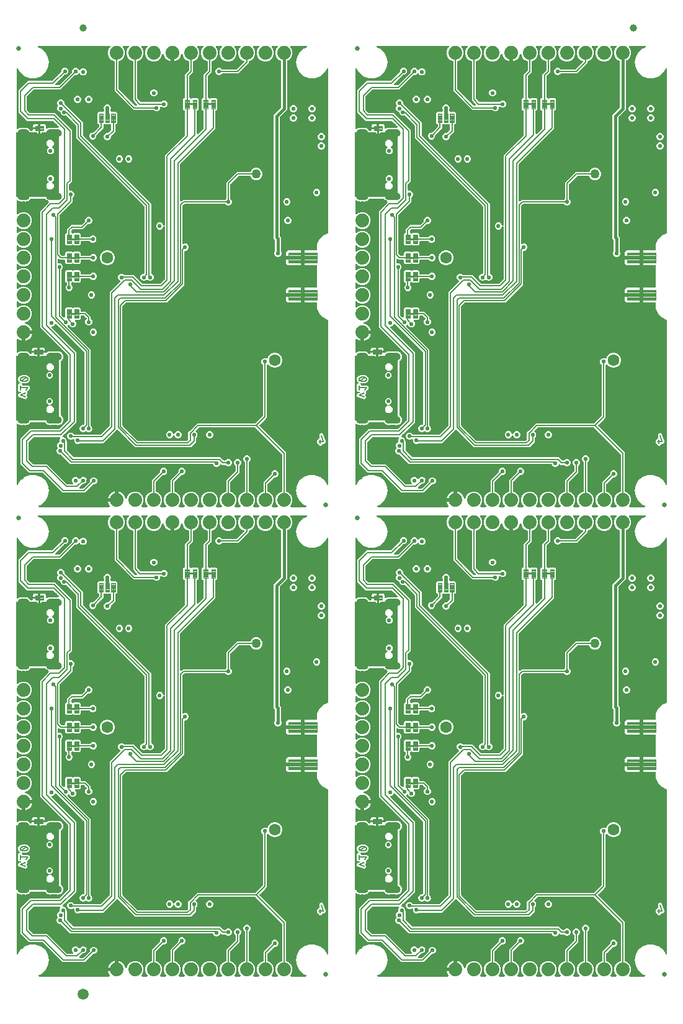
<source format=gbl>
G04 EAGLE Gerber RS-274X export*
G75*
%MOMM*%
%FSLAX34Y34*%
%LPD*%
%INBottom Copper*%
%IPPOS*%
%AMOC8*
5,1,8,0,0,1.08239X$1,22.5*%
G01*
%ADD10C,0.203200*%
%ADD11C,0.101600*%
%ADD12C,0.635000*%
%ADD13C,0.099059*%
%ADD14C,0.654000*%
%ADD15C,0.105000*%
%ADD16C,1.879600*%
%ADD17C,1.600000*%
%ADD18C,1.270000*%
%ADD19C,1.000000*%
%ADD20C,1.500000*%
%ADD21C,0.558800*%
%ADD22C,0.508000*%
%ADD23C,0.152400*%
%ADD24C,0.406400*%

G36*
X859861Y3061D02*
X859861Y3061D01*
X859958Y3064D01*
X860018Y3081D01*
X860080Y3089D01*
X860170Y3124D01*
X860264Y3151D01*
X860318Y3183D01*
X860376Y3206D01*
X860454Y3263D01*
X860538Y3312D01*
X860582Y3356D01*
X860633Y3392D01*
X860695Y3468D01*
X860764Y3536D01*
X860796Y3589D01*
X860836Y3637D01*
X860877Y3725D01*
X860927Y3809D01*
X860945Y3869D01*
X860971Y3925D01*
X860989Y4021D01*
X861017Y4114D01*
X861019Y4176D01*
X861031Y4237D01*
X861025Y4335D01*
X861028Y4432D01*
X861015Y4493D01*
X861011Y4555D01*
X860981Y4648D01*
X860960Y4743D01*
X860932Y4798D01*
X860913Y4857D01*
X860861Y4940D01*
X860817Y5027D01*
X860776Y5073D01*
X860743Y5126D01*
X860672Y5193D01*
X860608Y5266D01*
X860557Y5301D01*
X860511Y5344D01*
X860426Y5391D01*
X860346Y5446D01*
X860250Y5488D01*
X860233Y5498D01*
X860222Y5500D01*
X860198Y5511D01*
X857718Y6413D01*
X851885Y11308D01*
X848078Y17902D01*
X846756Y25400D01*
X848078Y32898D01*
X851885Y39492D01*
X857718Y44387D01*
X864873Y46991D01*
X872487Y46991D01*
X879642Y44387D01*
X885475Y39492D01*
X888663Y33970D01*
X888751Y33854D01*
X888836Y33736D01*
X888847Y33728D01*
X888855Y33717D01*
X888969Y33626D01*
X889081Y33533D01*
X889094Y33528D01*
X889104Y33519D01*
X889238Y33460D01*
X889369Y33398D01*
X889382Y33395D01*
X889395Y33390D01*
X889539Y33365D01*
X889682Y33338D01*
X889695Y33339D01*
X889708Y33337D01*
X889854Y33349D01*
X889999Y33358D01*
X890012Y33362D01*
X890025Y33363D01*
X890163Y33411D01*
X890301Y33456D01*
X890313Y33463D01*
X890326Y33468D01*
X890447Y33548D01*
X890570Y33626D01*
X890579Y33636D01*
X890591Y33643D01*
X890688Y33751D01*
X890788Y33858D01*
X890795Y33870D01*
X890804Y33880D01*
X890871Y34008D01*
X890942Y34136D01*
X890945Y34149D01*
X890951Y34161D01*
X890985Y34303D01*
X891021Y34444D01*
X891022Y34462D01*
X891024Y34471D01*
X891024Y34488D01*
X891031Y34605D01*
X891031Y257479D01*
X891028Y257508D01*
X891030Y257538D01*
X891008Y257666D01*
X890991Y257795D01*
X890981Y257822D01*
X890976Y257851D01*
X890922Y257970D01*
X890874Y258090D01*
X890857Y258114D01*
X890845Y258141D01*
X890764Y258242D01*
X890688Y258348D01*
X890665Y258367D01*
X890646Y258390D01*
X890543Y258468D01*
X890443Y258551D01*
X890416Y258563D01*
X890392Y258581D01*
X890248Y258652D01*
X883720Y261356D01*
X878576Y266500D01*
X875791Y273222D01*
X875791Y280790D01*
X875776Y280908D01*
X875769Y281027D01*
X875756Y281065D01*
X875751Y281106D01*
X875708Y281216D01*
X875671Y281329D01*
X875649Y281364D01*
X875634Y281401D01*
X875565Y281497D01*
X875501Y281598D01*
X875471Y281626D01*
X875448Y281659D01*
X875356Y281735D01*
X875269Y281816D01*
X875234Y281836D01*
X875203Y281861D01*
X875095Y281912D01*
X874991Y281970D01*
X874951Y281980D01*
X874915Y281997D01*
X874798Y282019D01*
X874683Y282049D01*
X874623Y282053D01*
X874603Y282057D01*
X874582Y282055D01*
X874522Y282059D01*
X858519Y282059D01*
X858519Y290830D01*
X858504Y290948D01*
X858497Y291067D01*
X858484Y291105D01*
X858479Y291145D01*
X858435Y291256D01*
X858399Y291369D01*
X858377Y291404D01*
X858362Y291441D01*
X858292Y291537D01*
X858229Y291638D01*
X858199Y291666D01*
X858175Y291698D01*
X858084Y291774D01*
X857997Y291856D01*
X857962Y291875D01*
X857930Y291901D01*
X857823Y291952D01*
X857719Y292009D01*
X857679Y292020D01*
X857643Y292037D01*
X857526Y292059D01*
X857411Y292089D01*
X857350Y292093D01*
X857330Y292097D01*
X857310Y292095D01*
X857250Y292099D01*
X855979Y292099D01*
X855979Y292101D01*
X857250Y292101D01*
X857368Y292116D01*
X857487Y292123D01*
X857525Y292136D01*
X857565Y292141D01*
X857676Y292185D01*
X857789Y292221D01*
X857824Y292243D01*
X857861Y292258D01*
X857957Y292328D01*
X858058Y292391D01*
X858086Y292421D01*
X858118Y292445D01*
X858194Y292536D01*
X858276Y292623D01*
X858295Y292658D01*
X858321Y292690D01*
X858372Y292797D01*
X858429Y292901D01*
X858440Y292941D01*
X858457Y292977D01*
X858479Y293094D01*
X858509Y293209D01*
X858513Y293270D01*
X858517Y293290D01*
X858515Y293310D01*
X858519Y293370D01*
X858519Y302141D01*
X874522Y302141D01*
X874640Y302156D01*
X874759Y302163D01*
X874797Y302176D01*
X874838Y302181D01*
X874948Y302224D01*
X875061Y302261D01*
X875096Y302283D01*
X875133Y302298D01*
X875229Y302367D01*
X875330Y302431D01*
X875358Y302461D01*
X875391Y302484D01*
X875467Y302576D01*
X875548Y302663D01*
X875568Y302698D01*
X875593Y302729D01*
X875644Y302837D01*
X875702Y302941D01*
X875712Y302981D01*
X875729Y303017D01*
X875751Y303134D01*
X875781Y303249D01*
X875785Y303309D01*
X875789Y303329D01*
X875787Y303350D01*
X875791Y303410D01*
X875791Y331590D01*
X875776Y331708D01*
X875769Y331827D01*
X875756Y331865D01*
X875751Y331906D01*
X875708Y332016D01*
X875671Y332129D01*
X875649Y332164D01*
X875634Y332201D01*
X875565Y332297D01*
X875501Y332398D01*
X875471Y332426D01*
X875448Y332459D01*
X875356Y332535D01*
X875269Y332616D01*
X875234Y332636D01*
X875203Y332661D01*
X875095Y332712D01*
X874991Y332770D01*
X874951Y332780D01*
X874915Y332797D01*
X874798Y332819D01*
X874683Y332849D01*
X874623Y332853D01*
X874603Y332857D01*
X874582Y332855D01*
X874522Y332859D01*
X858519Y332859D01*
X858519Y341630D01*
X858504Y341748D01*
X858497Y341867D01*
X858484Y341905D01*
X858479Y341945D01*
X858435Y342056D01*
X858399Y342169D01*
X858377Y342204D01*
X858362Y342241D01*
X858292Y342337D01*
X858229Y342438D01*
X858199Y342466D01*
X858175Y342498D01*
X858084Y342574D01*
X857997Y342656D01*
X857962Y342675D01*
X857930Y342701D01*
X857823Y342752D01*
X857719Y342809D01*
X857679Y342820D01*
X857643Y342837D01*
X857526Y342859D01*
X857411Y342889D01*
X857350Y342893D01*
X857330Y342897D01*
X857310Y342895D01*
X857250Y342899D01*
X855979Y342899D01*
X855979Y342901D01*
X857250Y342901D01*
X857368Y342916D01*
X857487Y342923D01*
X857525Y342936D01*
X857565Y342941D01*
X857676Y342985D01*
X857789Y343021D01*
X857824Y343043D01*
X857861Y343058D01*
X857957Y343128D01*
X858058Y343191D01*
X858086Y343221D01*
X858118Y343245D01*
X858194Y343336D01*
X858276Y343423D01*
X858295Y343458D01*
X858321Y343490D01*
X858372Y343597D01*
X858429Y343701D01*
X858440Y343741D01*
X858457Y343777D01*
X858479Y343894D01*
X858509Y344009D01*
X858513Y344070D01*
X858517Y344090D01*
X858515Y344110D01*
X858519Y344170D01*
X858519Y352941D01*
X874522Y352941D01*
X874640Y352956D01*
X874759Y352963D01*
X874797Y352976D01*
X874838Y352981D01*
X874948Y353024D01*
X875061Y353061D01*
X875096Y353083D01*
X875133Y353098D01*
X875229Y353167D01*
X875330Y353231D01*
X875358Y353261D01*
X875391Y353284D01*
X875467Y353376D01*
X875548Y353463D01*
X875568Y353498D01*
X875593Y353529D01*
X875644Y353637D01*
X875702Y353741D01*
X875712Y353781D01*
X875729Y353817D01*
X875751Y353934D01*
X875781Y354049D01*
X875785Y354109D01*
X875789Y354129D01*
X875787Y354150D01*
X875791Y354210D01*
X875791Y361778D01*
X878576Y368500D01*
X883720Y373644D01*
X890248Y376348D01*
X890273Y376363D01*
X890301Y376372D01*
X890411Y376441D01*
X890524Y376506D01*
X890545Y376526D01*
X890570Y376542D01*
X890659Y376637D01*
X890752Y376727D01*
X890768Y376752D01*
X890788Y376774D01*
X890851Y376887D01*
X890919Y376998D01*
X890927Y377026D01*
X890942Y377052D01*
X890974Y377178D01*
X891012Y377302D01*
X891014Y377332D01*
X891021Y377360D01*
X891031Y377521D01*
X891031Y600141D01*
X891013Y600285D01*
X890998Y600431D01*
X890993Y600443D01*
X890991Y600457D01*
X890938Y600592D01*
X890887Y600729D01*
X890879Y600740D01*
X890874Y600752D01*
X890789Y600870D01*
X890706Y600990D01*
X890695Y600999D01*
X890688Y601010D01*
X890576Y601102D01*
X890465Y601198D01*
X890453Y601204D01*
X890443Y601213D01*
X890311Y601274D01*
X890180Y601340D01*
X890167Y601342D01*
X890155Y601348D01*
X890013Y601375D01*
X889869Y601406D01*
X889856Y601405D01*
X889843Y601408D01*
X889698Y601399D01*
X889552Y601393D01*
X889539Y601389D01*
X889525Y601388D01*
X889387Y601343D01*
X889247Y601301D01*
X889235Y601294D01*
X889223Y601290D01*
X889100Y601212D01*
X888975Y601137D01*
X888965Y601127D01*
X888954Y601120D01*
X888854Y601014D01*
X888752Y600910D01*
X888742Y600895D01*
X888736Y600888D01*
X888728Y600873D01*
X888663Y600776D01*
X885475Y595254D01*
X879642Y590359D01*
X872487Y587755D01*
X864873Y587755D01*
X857718Y590359D01*
X851885Y595254D01*
X848078Y601848D01*
X846756Y609346D01*
X848078Y616844D01*
X851885Y623438D01*
X857718Y628333D01*
X860896Y629489D01*
X860983Y629534D01*
X861073Y629570D01*
X861124Y629606D01*
X861179Y629635D01*
X861252Y629699D01*
X861331Y629756D01*
X861370Y629804D01*
X861417Y629846D01*
X861471Y629926D01*
X861534Y630001D01*
X861560Y630058D01*
X861595Y630109D01*
X861628Y630201D01*
X861669Y630289D01*
X861681Y630350D01*
X861702Y630409D01*
X861711Y630506D01*
X861729Y630602D01*
X861725Y630664D01*
X861731Y630726D01*
X861715Y630822D01*
X861709Y630919D01*
X861690Y630978D01*
X861680Y631040D01*
X861641Y631129D01*
X861611Y631221D01*
X861578Y631274D01*
X861553Y631331D01*
X861493Y631408D01*
X861441Y631490D01*
X861396Y631533D01*
X861357Y631582D01*
X861280Y631641D01*
X861209Y631708D01*
X861155Y631738D01*
X861105Y631776D01*
X861016Y631815D01*
X860931Y631862D01*
X860871Y631877D01*
X860813Y631902D01*
X860717Y631917D01*
X860623Y631941D01*
X860519Y631948D01*
X860499Y631951D01*
X860488Y631950D01*
X860462Y631951D01*
X840158Y631951D01*
X840020Y631934D01*
X839882Y631921D01*
X839863Y631914D01*
X839843Y631911D01*
X839714Y631860D01*
X839583Y631813D01*
X839566Y631802D01*
X839547Y631794D01*
X839435Y631713D01*
X839320Y631635D01*
X839306Y631619D01*
X839290Y631608D01*
X839201Y631500D01*
X839109Y631396D01*
X839100Y631378D01*
X839087Y631363D01*
X839028Y631237D01*
X838965Y631113D01*
X838960Y631093D01*
X838952Y631075D01*
X838925Y630938D01*
X838895Y630803D01*
X838896Y630782D01*
X838892Y630763D01*
X838900Y630624D01*
X838905Y630485D01*
X838910Y630465D01*
X838912Y630445D01*
X838954Y630313D01*
X838993Y630179D01*
X839003Y630162D01*
X839010Y630143D01*
X839084Y630025D01*
X839155Y629905D01*
X839173Y629884D01*
X839180Y629874D01*
X839195Y629860D01*
X839261Y629785D01*
X840271Y628775D01*
X842011Y624574D01*
X842011Y620026D01*
X840271Y615825D01*
X837055Y612609D01*
X835428Y611936D01*
X835403Y611921D01*
X835375Y611912D01*
X835265Y611842D01*
X835152Y611778D01*
X835131Y611758D01*
X835106Y611742D01*
X835017Y611647D01*
X834924Y611557D01*
X834908Y611532D01*
X834888Y611510D01*
X834825Y611397D01*
X834757Y611286D01*
X834749Y611258D01*
X834734Y611232D01*
X834702Y611106D01*
X834664Y610982D01*
X834662Y610952D01*
X834655Y610924D01*
X834645Y610763D01*
X834645Y544416D01*
X825110Y534882D01*
X825050Y534804D01*
X824982Y534732D01*
X824953Y534679D01*
X824916Y534631D01*
X824876Y534540D01*
X824828Y534453D01*
X824813Y534395D01*
X824789Y534339D01*
X824774Y534241D01*
X824749Y534145D01*
X824743Y534045D01*
X824739Y534025D01*
X824741Y534013D01*
X824739Y533985D01*
X824739Y372795D01*
X824751Y372697D01*
X824754Y372598D01*
X824771Y372540D01*
X824779Y372480D01*
X824815Y372388D01*
X824843Y372293D01*
X824873Y372241D01*
X824896Y372184D01*
X824954Y372104D01*
X825004Y372019D01*
X825070Y371943D01*
X825082Y371927D01*
X825092Y371919D01*
X825110Y371898D01*
X826263Y370746D01*
X826263Y352048D01*
X826264Y352039D01*
X826263Y352030D01*
X826283Y351886D01*
X826285Y351856D01*
X826288Y351845D01*
X826303Y351733D01*
X826306Y351724D01*
X826307Y351715D01*
X826359Y351562D01*
X827025Y349956D01*
X827025Y348036D01*
X826290Y346262D01*
X824932Y344904D01*
X823158Y344169D01*
X821238Y344169D01*
X819464Y344904D01*
X818106Y346262D01*
X817371Y348036D01*
X817371Y349956D01*
X818037Y351562D01*
X818039Y351571D01*
X818044Y351580D01*
X818081Y351725D01*
X818121Y351869D01*
X818121Y351878D01*
X818123Y351887D01*
X818133Y352048D01*
X818133Y366853D01*
X818121Y366951D01*
X818118Y367050D01*
X818101Y367108D01*
X818093Y367168D01*
X818057Y367260D01*
X818029Y367355D01*
X817999Y367407D01*
X817976Y367464D01*
X817918Y367544D01*
X817868Y367629D01*
X817802Y367705D01*
X817790Y367721D01*
X817780Y367729D01*
X817762Y367750D01*
X816609Y368902D01*
X816609Y537878D01*
X826144Y547412D01*
X826204Y547490D01*
X826272Y547562D01*
X826301Y547615D01*
X826338Y547663D01*
X826378Y547754D01*
X826426Y547841D01*
X826441Y547899D01*
X826465Y547955D01*
X826480Y548053D01*
X826505Y548149D01*
X826511Y548249D01*
X826515Y548269D01*
X826513Y548281D01*
X826515Y548309D01*
X826515Y610763D01*
X826512Y610792D01*
X826514Y610822D01*
X826492Y610950D01*
X826475Y611079D01*
X826465Y611106D01*
X826460Y611135D01*
X826406Y611254D01*
X826358Y611374D01*
X826341Y611398D01*
X826329Y611425D01*
X826248Y611526D01*
X826172Y611632D01*
X826149Y611650D01*
X826130Y611673D01*
X826027Y611751D01*
X825927Y611834D01*
X825900Y611847D01*
X825876Y611865D01*
X825732Y611936D01*
X824105Y612609D01*
X820889Y615825D01*
X819149Y620026D01*
X819149Y624574D01*
X820889Y628775D01*
X821899Y629785D01*
X821984Y629894D01*
X822073Y630001D01*
X822082Y630020D01*
X822094Y630036D01*
X822149Y630163D01*
X822208Y630289D01*
X822212Y630309D01*
X822220Y630328D01*
X822242Y630466D01*
X822268Y630602D01*
X822267Y630622D01*
X822270Y630642D01*
X822257Y630781D01*
X822248Y630919D01*
X822242Y630938D01*
X822240Y630958D01*
X822193Y631090D01*
X822150Y631221D01*
X822140Y631239D01*
X822133Y631258D01*
X822055Y631373D01*
X821980Y631490D01*
X821966Y631504D01*
X821954Y631521D01*
X821850Y631613D01*
X821749Y631708D01*
X821731Y631718D01*
X821716Y631731D01*
X821592Y631794D01*
X821470Y631862D01*
X821451Y631867D01*
X821433Y631876D01*
X821297Y631906D01*
X821162Y631941D01*
X821134Y631943D01*
X821122Y631946D01*
X821102Y631945D01*
X821002Y631951D01*
X814758Y631951D01*
X814620Y631934D01*
X814482Y631921D01*
X814463Y631914D01*
X814443Y631911D01*
X814314Y631860D01*
X814183Y631813D01*
X814166Y631802D01*
X814147Y631794D01*
X814035Y631713D01*
X813920Y631635D01*
X813906Y631619D01*
X813890Y631608D01*
X813801Y631500D01*
X813709Y631396D01*
X813700Y631378D01*
X813687Y631363D01*
X813628Y631237D01*
X813565Y631113D01*
X813560Y631093D01*
X813552Y631075D01*
X813525Y630938D01*
X813495Y630803D01*
X813496Y630782D01*
X813492Y630763D01*
X813500Y630624D01*
X813505Y630485D01*
X813510Y630465D01*
X813512Y630445D01*
X813554Y630313D01*
X813593Y630179D01*
X813603Y630162D01*
X813610Y630143D01*
X813684Y630025D01*
X813755Y629905D01*
X813773Y629884D01*
X813780Y629874D01*
X813795Y629860D01*
X813861Y629785D01*
X814871Y628775D01*
X816611Y624574D01*
X816611Y620026D01*
X814871Y615825D01*
X811655Y612609D01*
X807454Y610869D01*
X802906Y610869D01*
X798705Y612609D01*
X795489Y615825D01*
X793749Y620026D01*
X793749Y624574D01*
X795489Y628775D01*
X796499Y629785D01*
X796584Y629894D01*
X796673Y630001D01*
X796682Y630020D01*
X796694Y630036D01*
X796749Y630163D01*
X796808Y630289D01*
X796812Y630309D01*
X796820Y630328D01*
X796842Y630466D01*
X796868Y630602D01*
X796867Y630622D01*
X796870Y630642D01*
X796857Y630781D01*
X796848Y630919D01*
X796842Y630938D01*
X796840Y630958D01*
X796793Y631090D01*
X796750Y631221D01*
X796740Y631239D01*
X796733Y631258D01*
X796655Y631373D01*
X796580Y631490D01*
X796566Y631504D01*
X796554Y631521D01*
X796450Y631613D01*
X796349Y631708D01*
X796331Y631718D01*
X796316Y631731D01*
X796192Y631794D01*
X796070Y631862D01*
X796051Y631867D01*
X796033Y631876D01*
X795897Y631906D01*
X795762Y631941D01*
X795734Y631943D01*
X795722Y631946D01*
X795702Y631945D01*
X795602Y631951D01*
X789358Y631951D01*
X789220Y631934D01*
X789082Y631921D01*
X789063Y631914D01*
X789043Y631911D01*
X788914Y631860D01*
X788783Y631813D01*
X788766Y631802D01*
X788747Y631794D01*
X788635Y631713D01*
X788520Y631635D01*
X788506Y631619D01*
X788490Y631608D01*
X788401Y631500D01*
X788309Y631396D01*
X788300Y631378D01*
X788287Y631363D01*
X788228Y631237D01*
X788165Y631113D01*
X788160Y631093D01*
X788152Y631075D01*
X788125Y630938D01*
X788095Y630803D01*
X788096Y630782D01*
X788092Y630763D01*
X788100Y630624D01*
X788105Y630485D01*
X788110Y630465D01*
X788112Y630445D01*
X788154Y630313D01*
X788193Y630179D01*
X788203Y630162D01*
X788210Y630143D01*
X788284Y630025D01*
X788355Y629905D01*
X788373Y629884D01*
X788380Y629874D01*
X788395Y629860D01*
X788461Y629785D01*
X789471Y628775D01*
X791211Y624574D01*
X791211Y620026D01*
X789471Y615825D01*
X786255Y612609D01*
X783358Y611410D01*
X783333Y611395D01*
X783305Y611386D01*
X783195Y611316D01*
X783082Y611252D01*
X783061Y611232D01*
X783036Y611216D01*
X782947Y611121D01*
X782854Y611031D01*
X782838Y611006D01*
X782818Y610984D01*
X782755Y610870D01*
X782687Y610760D01*
X782679Y610731D01*
X782664Y610706D01*
X782632Y610580D01*
X782594Y610456D01*
X782592Y610426D01*
X782585Y610398D01*
X782575Y610237D01*
X782575Y608442D01*
X768238Y594105D01*
X746237Y594105D01*
X746139Y594093D01*
X746040Y594090D01*
X745982Y594073D01*
X745922Y594065D01*
X745829Y594029D01*
X745734Y594001D01*
X745682Y593971D01*
X745626Y593948D01*
X745546Y593890D01*
X745460Y593840D01*
X745385Y593774D01*
X745368Y593762D01*
X745361Y593752D01*
X745340Y593734D01*
X744414Y592808D01*
X742640Y592073D01*
X740720Y592073D01*
X738946Y592808D01*
X737588Y594166D01*
X736853Y595940D01*
X736853Y597860D01*
X737588Y599634D01*
X738946Y600992D01*
X740720Y601727D01*
X742640Y601727D01*
X744414Y600992D01*
X745340Y600066D01*
X745418Y600006D01*
X745490Y599938D01*
X745543Y599909D01*
X745591Y599872D01*
X745682Y599832D01*
X745768Y599784D01*
X745827Y599769D01*
X745883Y599745D01*
X745981Y599730D01*
X746076Y599705D01*
X746176Y599699D01*
X746197Y599695D01*
X746209Y599697D01*
X746237Y599695D01*
X765397Y599695D01*
X765495Y599707D01*
X765594Y599710D01*
X765652Y599727D01*
X765712Y599735D01*
X765804Y599771D01*
X765899Y599799D01*
X765952Y599829D01*
X766008Y599852D01*
X766088Y599910D01*
X766173Y599960D01*
X766249Y600026D01*
X766265Y600038D01*
X766273Y600048D01*
X766294Y600066D01*
X775874Y609646D01*
X775904Y609685D01*
X775941Y609719D01*
X776001Y609810D01*
X776069Y609897D01*
X776088Y609943D01*
X776116Y609984D01*
X776151Y610088D01*
X776195Y610189D01*
X776203Y610238D01*
X776219Y610285D01*
X776228Y610395D01*
X776245Y610503D01*
X776240Y610553D01*
X776244Y610602D01*
X776225Y610710D01*
X776215Y610820D01*
X776198Y610867D01*
X776190Y610916D01*
X776145Y611016D01*
X776107Y611119D01*
X776079Y611160D01*
X776059Y611206D01*
X775991Y611291D01*
X775929Y611382D01*
X775892Y611415D01*
X775860Y611454D01*
X775773Y611520D01*
X775690Y611593D01*
X775646Y611615D01*
X775606Y611645D01*
X775462Y611716D01*
X773305Y612609D01*
X770089Y615825D01*
X768349Y620026D01*
X768349Y624574D01*
X770089Y628775D01*
X771099Y629785D01*
X771184Y629894D01*
X771273Y630001D01*
X771282Y630020D01*
X771294Y630036D01*
X771349Y630163D01*
X771408Y630289D01*
X771412Y630309D01*
X771420Y630328D01*
X771442Y630466D01*
X771468Y630602D01*
X771467Y630622D01*
X771470Y630642D01*
X771457Y630781D01*
X771448Y630919D01*
X771442Y630938D01*
X771440Y630958D01*
X771393Y631090D01*
X771350Y631221D01*
X771340Y631239D01*
X771333Y631258D01*
X771255Y631373D01*
X771180Y631490D01*
X771166Y631504D01*
X771154Y631521D01*
X771050Y631613D01*
X770949Y631708D01*
X770931Y631718D01*
X770916Y631731D01*
X770792Y631794D01*
X770670Y631862D01*
X770651Y631867D01*
X770633Y631876D01*
X770497Y631906D01*
X770362Y631941D01*
X770334Y631943D01*
X770322Y631946D01*
X770302Y631945D01*
X770202Y631951D01*
X763958Y631951D01*
X763820Y631934D01*
X763682Y631921D01*
X763663Y631914D01*
X763643Y631911D01*
X763514Y631860D01*
X763383Y631813D01*
X763366Y631802D01*
X763347Y631794D01*
X763235Y631713D01*
X763120Y631635D01*
X763106Y631619D01*
X763090Y631608D01*
X763001Y631500D01*
X762909Y631396D01*
X762900Y631378D01*
X762887Y631363D01*
X762828Y631237D01*
X762765Y631113D01*
X762760Y631093D01*
X762752Y631075D01*
X762725Y630938D01*
X762695Y630803D01*
X762696Y630782D01*
X762692Y630763D01*
X762700Y630624D01*
X762705Y630485D01*
X762710Y630465D01*
X762712Y630445D01*
X762754Y630313D01*
X762793Y630179D01*
X762803Y630162D01*
X762810Y630143D01*
X762884Y630025D01*
X762955Y629905D01*
X762973Y629884D01*
X762980Y629874D01*
X762995Y629860D01*
X763061Y629785D01*
X764071Y628775D01*
X765811Y624574D01*
X765811Y620026D01*
X764071Y615825D01*
X760855Y612609D01*
X756654Y610869D01*
X752106Y610869D01*
X747905Y612609D01*
X744689Y615825D01*
X742949Y620026D01*
X742949Y624574D01*
X744689Y628775D01*
X745699Y629785D01*
X745784Y629894D01*
X745873Y630001D01*
X745882Y630020D01*
X745894Y630036D01*
X745949Y630163D01*
X746008Y630289D01*
X746012Y630309D01*
X746020Y630328D01*
X746042Y630466D01*
X746068Y630602D01*
X746067Y630622D01*
X746070Y630642D01*
X746057Y630781D01*
X746048Y630919D01*
X746042Y630938D01*
X746040Y630958D01*
X745993Y631090D01*
X745950Y631221D01*
X745940Y631239D01*
X745933Y631258D01*
X745855Y631373D01*
X745780Y631490D01*
X745766Y631504D01*
X745754Y631521D01*
X745650Y631613D01*
X745549Y631708D01*
X745531Y631718D01*
X745516Y631731D01*
X745392Y631794D01*
X745270Y631862D01*
X745251Y631867D01*
X745233Y631876D01*
X745097Y631906D01*
X744962Y631941D01*
X744934Y631943D01*
X744922Y631946D01*
X744902Y631945D01*
X744802Y631951D01*
X738558Y631951D01*
X738420Y631934D01*
X738282Y631921D01*
X738263Y631914D01*
X738243Y631911D01*
X738114Y631860D01*
X737983Y631813D01*
X737966Y631802D01*
X737947Y631794D01*
X737835Y631713D01*
X737720Y631635D01*
X737706Y631619D01*
X737690Y631608D01*
X737601Y631500D01*
X737509Y631396D01*
X737500Y631378D01*
X737487Y631363D01*
X737428Y631237D01*
X737365Y631113D01*
X737360Y631093D01*
X737352Y631075D01*
X737325Y630938D01*
X737295Y630803D01*
X737296Y630782D01*
X737292Y630763D01*
X737300Y630624D01*
X737305Y630485D01*
X737310Y630465D01*
X737312Y630445D01*
X737354Y630313D01*
X737393Y630179D01*
X737403Y630162D01*
X737410Y630143D01*
X737484Y630025D01*
X737555Y629905D01*
X737573Y629884D01*
X737580Y629874D01*
X737595Y629860D01*
X737661Y629785D01*
X738671Y628775D01*
X740411Y624574D01*
X740411Y620026D01*
X738671Y615825D01*
X735455Y612609D01*
X732558Y611410D01*
X732533Y611395D01*
X732505Y611386D01*
X732395Y611316D01*
X732282Y611252D01*
X732261Y611232D01*
X732236Y611216D01*
X732147Y611121D01*
X732054Y611031D01*
X732038Y611006D01*
X732018Y610984D01*
X731955Y610870D01*
X731887Y610760D01*
X731879Y610731D01*
X731864Y610706D01*
X731832Y610580D01*
X731794Y610456D01*
X731792Y610426D01*
X731785Y610398D01*
X731775Y610237D01*
X731775Y595742D01*
X726939Y590907D01*
X726879Y590829D01*
X726811Y590757D01*
X726782Y590704D01*
X726745Y590656D01*
X726705Y590565D01*
X726657Y590478D01*
X726642Y590420D01*
X726618Y590364D01*
X726603Y590266D01*
X726578Y590170D01*
X726572Y590070D01*
X726568Y590050D01*
X726570Y590038D01*
X726568Y590010D01*
X726568Y562102D01*
X726583Y561984D01*
X726590Y561865D01*
X726603Y561827D01*
X726608Y561786D01*
X726651Y561676D01*
X726688Y561563D01*
X726710Y561528D01*
X726725Y561491D01*
X726794Y561395D01*
X726858Y561294D01*
X726888Y561266D01*
X726911Y561233D01*
X727003Y561157D01*
X727090Y561076D01*
X727125Y561056D01*
X727156Y561031D01*
X727264Y560980D01*
X727368Y560922D01*
X727408Y560912D01*
X727444Y560895D01*
X727561Y560873D01*
X727596Y560864D01*
X728083Y560377D01*
X728177Y560304D01*
X728266Y560225D01*
X728302Y560207D01*
X728334Y560182D01*
X728443Y560135D01*
X728549Y560081D01*
X728588Y560072D01*
X728626Y560056D01*
X728743Y560037D01*
X728859Y560011D01*
X728900Y560012D01*
X728940Y560006D01*
X729058Y560017D01*
X729177Y560021D01*
X729216Y560032D01*
X729256Y560036D01*
X729368Y560076D01*
X729483Y560109D01*
X729518Y560130D01*
X729556Y560143D01*
X729654Y560210D01*
X729757Y560271D01*
X729802Y560310D01*
X729819Y560322D01*
X729832Y560337D01*
X729878Y560377D01*
X730333Y560833D01*
X738041Y560833D01*
X739522Y559352D01*
X739522Y545548D01*
X738019Y544045D01*
X738014Y544045D01*
X737976Y544032D01*
X737935Y544027D01*
X737825Y543984D01*
X737712Y543947D01*
X737677Y543925D01*
X737640Y543910D01*
X737544Y543841D01*
X737443Y543777D01*
X737415Y543747D01*
X737382Y543724D01*
X737306Y543632D01*
X737225Y543545D01*
X737205Y543510D01*
X737180Y543479D01*
X737129Y543371D01*
X737071Y543267D01*
X737061Y543227D01*
X737044Y543191D01*
X737022Y543074D01*
X736992Y542959D01*
X736988Y542899D01*
X736984Y542879D01*
X736986Y542858D01*
X736982Y542798D01*
X736982Y518907D01*
X688839Y470765D01*
X688779Y470687D01*
X688711Y470615D01*
X688682Y470562D01*
X688645Y470514D01*
X688605Y470423D01*
X688557Y470336D01*
X688542Y470278D01*
X688518Y470222D01*
X688503Y470124D01*
X688478Y470028D01*
X688472Y469928D01*
X688468Y469908D01*
X688470Y469896D01*
X688468Y469868D01*
X688468Y421164D01*
X688485Y421027D01*
X688498Y420888D01*
X688505Y420869D01*
X688508Y420849D01*
X688559Y420720D01*
X688606Y420589D01*
X688617Y420572D01*
X688625Y420553D01*
X688706Y420441D01*
X688784Y420326D01*
X688800Y420312D01*
X688811Y420296D01*
X688919Y420207D01*
X689023Y420115D01*
X689041Y420106D01*
X689056Y420093D01*
X689182Y420034D01*
X689306Y419970D01*
X689326Y419966D01*
X689344Y419957D01*
X689481Y419931D01*
X689616Y419901D01*
X689637Y419901D01*
X689656Y419898D01*
X689795Y419906D01*
X689934Y419910D01*
X689954Y419916D01*
X689974Y419917D01*
X690106Y419960D01*
X690240Y419999D01*
X690257Y420009D01*
X690276Y420015D01*
X690394Y420090D01*
X690514Y420160D01*
X690535Y420179D01*
X690545Y420186D01*
X690559Y420201D01*
X690634Y420267D01*
X692262Y421895D01*
X749823Y421895D01*
X749921Y421907D01*
X750020Y421910D01*
X750078Y421927D01*
X750138Y421935D01*
X750231Y421971D01*
X750326Y421999D01*
X750378Y422029D01*
X750434Y422052D01*
X750514Y422110D01*
X750600Y422160D01*
X750675Y422226D01*
X750692Y422238D01*
X750695Y422243D01*
X750698Y422245D01*
X750703Y422252D01*
X750720Y422266D01*
X751214Y422760D01*
X751274Y422838D01*
X751342Y422910D01*
X751371Y422963D01*
X751408Y423011D01*
X751448Y423102D01*
X751496Y423188D01*
X751511Y423247D01*
X751535Y423303D01*
X751550Y423400D01*
X751575Y423496D01*
X751581Y423596D01*
X751585Y423617D01*
X751583Y423629D01*
X751585Y423657D01*
X751585Y445658D01*
X765922Y459995D01*
X783716Y459995D01*
X783745Y459998D01*
X783775Y459996D01*
X783903Y460018D01*
X784032Y460035D01*
X784059Y460045D01*
X784088Y460050D01*
X784207Y460104D01*
X784327Y460152D01*
X784351Y460169D01*
X784378Y460181D01*
X784480Y460262D01*
X784585Y460338D01*
X784604Y460361D01*
X784627Y460380D01*
X784705Y460483D01*
X784788Y460583D01*
X784800Y460610D01*
X784818Y460634D01*
X784889Y460778D01*
X785373Y461948D01*
X787732Y464307D01*
X790813Y465583D01*
X794147Y465583D01*
X797228Y464307D01*
X799587Y461948D01*
X800863Y458867D01*
X800863Y455533D01*
X799587Y452452D01*
X797228Y450093D01*
X794147Y448817D01*
X790813Y448817D01*
X787732Y450093D01*
X785373Y452452D01*
X784889Y453622D01*
X784874Y453647D01*
X784865Y453675D01*
X784796Y453785D01*
X784731Y453898D01*
X784711Y453919D01*
X784695Y453944D01*
X784600Y454033D01*
X784510Y454126D01*
X784485Y454142D01*
X784463Y454162D01*
X784349Y454225D01*
X784239Y454293D01*
X784211Y454301D01*
X784185Y454316D01*
X784059Y454348D01*
X783935Y454386D01*
X783905Y454388D01*
X783877Y454395D01*
X783716Y454405D01*
X768763Y454405D01*
X768665Y454393D01*
X768566Y454390D01*
X768508Y454373D01*
X768448Y454365D01*
X768356Y454329D01*
X768261Y454301D01*
X768208Y454271D01*
X768152Y454248D01*
X768072Y454190D01*
X767987Y454140D01*
X767911Y454074D01*
X767895Y454062D01*
X767887Y454052D01*
X767866Y454034D01*
X757546Y443714D01*
X757486Y443636D01*
X757418Y443564D01*
X757389Y443511D01*
X757352Y443463D01*
X757312Y443372D01*
X757264Y443285D01*
X757249Y443227D01*
X757225Y443171D01*
X757210Y443073D01*
X757185Y442977D01*
X757179Y442877D01*
X757175Y442857D01*
X757177Y442845D01*
X757175Y442817D01*
X757175Y423657D01*
X757187Y423559D01*
X757190Y423460D01*
X757207Y423402D01*
X757215Y423342D01*
X757251Y423249D01*
X757279Y423154D01*
X757309Y423102D01*
X757332Y423046D01*
X757390Y422966D01*
X757440Y422880D01*
X757506Y422805D01*
X757518Y422788D01*
X757528Y422781D01*
X757546Y422760D01*
X758472Y421834D01*
X759207Y420060D01*
X759207Y418140D01*
X758472Y416366D01*
X757114Y415008D01*
X755340Y414273D01*
X753420Y414273D01*
X751646Y415008D01*
X750720Y415934D01*
X750642Y415994D01*
X750570Y416062D01*
X750517Y416091D01*
X750469Y416128D01*
X750378Y416168D01*
X750292Y416216D01*
X750233Y416231D01*
X750177Y416255D01*
X750079Y416270D01*
X749984Y416295D01*
X749884Y416301D01*
X749863Y416305D01*
X749851Y416303D01*
X749823Y416305D01*
X695103Y416305D01*
X695005Y416293D01*
X694906Y416290D01*
X694848Y416273D01*
X694788Y416265D01*
X694696Y416229D01*
X694601Y416201D01*
X694548Y416171D01*
X694492Y416148D01*
X694412Y416090D01*
X694327Y416040D01*
X694251Y415974D01*
X694235Y415962D01*
X694227Y415952D01*
X694206Y415934D01*
X692141Y413869D01*
X692081Y413791D01*
X692013Y413719D01*
X691984Y413666D01*
X691947Y413618D01*
X691907Y413527D01*
X691859Y413440D01*
X691844Y413382D01*
X691820Y413326D01*
X691805Y413228D01*
X691780Y413132D01*
X691774Y413032D01*
X691770Y413012D01*
X691772Y413000D01*
X691770Y412972D01*
X691770Y362934D01*
X691776Y362885D01*
X691774Y362835D01*
X691796Y362728D01*
X691810Y362619D01*
X691828Y362572D01*
X691838Y362524D01*
X691886Y362425D01*
X691927Y362323D01*
X691956Y362283D01*
X691978Y362238D01*
X692049Y362154D01*
X692113Y362065D01*
X692152Y362034D01*
X692184Y361996D01*
X692274Y361933D01*
X692358Y361863D01*
X692403Y361841D01*
X692444Y361813D01*
X692547Y361774D01*
X692646Y361727D01*
X692695Y361718D01*
X692741Y361700D01*
X692851Y361688D01*
X692958Y361667D01*
X693008Y361670D01*
X693057Y361665D01*
X693166Y361680D01*
X693276Y361687D01*
X693323Y361702D01*
X693372Y361709D01*
X693525Y361761D01*
X694595Y362205D01*
X696515Y362205D01*
X698289Y361470D01*
X699647Y360112D01*
X700382Y358338D01*
X700382Y356418D01*
X699647Y354644D01*
X698289Y353286D01*
X696515Y352551D01*
X695833Y352551D01*
X695715Y352536D01*
X695596Y352529D01*
X695558Y352516D01*
X695517Y352511D01*
X695407Y352468D01*
X695294Y352431D01*
X695259Y352409D01*
X695222Y352394D01*
X695126Y352325D01*
X695025Y352261D01*
X694997Y352231D01*
X694964Y352208D01*
X694888Y352116D01*
X694807Y352029D01*
X694787Y351994D01*
X694762Y351963D01*
X694711Y351855D01*
X694653Y351751D01*
X694643Y351711D01*
X694626Y351675D01*
X694604Y351558D01*
X694574Y351443D01*
X694570Y351383D01*
X694566Y351363D01*
X694568Y351342D01*
X694564Y351282D01*
X694564Y306139D01*
X692555Y304131D01*
X692555Y304130D01*
X672500Y284075D01*
X670491Y282066D01*
X615896Y282066D01*
X615798Y282054D01*
X615699Y282051D01*
X615641Y282034D01*
X615580Y282026D01*
X615488Y281990D01*
X615393Y281962D01*
X615341Y281932D01*
X615285Y281909D01*
X615205Y281851D01*
X615119Y281801D01*
X615044Y281735D01*
X615027Y281723D01*
X615020Y281713D01*
X614999Y281695D01*
X610267Y276963D01*
X610206Y276885D01*
X610139Y276813D01*
X610109Y276760D01*
X610072Y276712D01*
X610033Y276621D01*
X609985Y276534D01*
X609970Y276476D01*
X609946Y276420D01*
X609930Y276322D01*
X609906Y276226D01*
X609899Y276126D01*
X609896Y276106D01*
X609897Y276094D01*
X609895Y276066D01*
X609895Y114814D01*
X609908Y114716D01*
X609911Y114617D01*
X609928Y114559D01*
X609935Y114499D01*
X609972Y114406D01*
X609999Y114311D01*
X610030Y114259D01*
X610052Y114203D01*
X610110Y114123D01*
X610161Y114037D01*
X610227Y113962D01*
X610239Y113945D01*
X610249Y113938D01*
X610267Y113917D01*
X630593Y93590D01*
X630672Y93530D01*
X630744Y93462D01*
X630797Y93433D01*
X630845Y93396D01*
X630935Y93356D01*
X631022Y93308D01*
X631081Y93293D01*
X631136Y93269D01*
X631234Y93254D01*
X631330Y93229D01*
X631430Y93223D01*
X631450Y93219D01*
X631463Y93221D01*
X631491Y93219D01*
X697071Y93219D01*
X697169Y93231D01*
X697268Y93234D01*
X697326Y93251D01*
X697386Y93259D01*
X697478Y93295D01*
X697573Y93323D01*
X697626Y93353D01*
X697682Y93376D01*
X697762Y93434D01*
X697847Y93484D01*
X697923Y93550D01*
X697939Y93562D01*
X697947Y93572D01*
X697968Y93590D01*
X699422Y95044D01*
X699482Y95122D01*
X699550Y95194D01*
X699579Y95247D01*
X699616Y95295D01*
X699656Y95386D01*
X699704Y95473D01*
X699719Y95531D01*
X699743Y95587D01*
X699758Y95685D01*
X699783Y95781D01*
X699789Y95881D01*
X699793Y95901D01*
X699791Y95913D01*
X699793Y95941D01*
X699793Y104747D01*
X701802Y106755D01*
X701802Y106756D01*
X710132Y115086D01*
X710133Y115086D01*
X712141Y117095D01*
X790797Y117095D01*
X790895Y117107D01*
X790994Y117110D01*
X791052Y117127D01*
X791112Y117135D01*
X791204Y117171D01*
X791299Y117199D01*
X791352Y117229D01*
X791408Y117252D01*
X791488Y117310D01*
X791573Y117360D01*
X791649Y117426D01*
X791665Y117438D01*
X791673Y117448D01*
X791694Y117466D01*
X801379Y127151D01*
X801439Y127229D01*
X801507Y127301D01*
X801536Y127354D01*
X801573Y127402D01*
X801613Y127493D01*
X801661Y127580D01*
X801676Y127638D01*
X801700Y127694D01*
X801715Y127792D01*
X801740Y127888D01*
X801746Y127988D01*
X801750Y128008D01*
X801748Y128020D01*
X801750Y128048D01*
X801750Y196738D01*
X801738Y196836D01*
X801735Y196935D01*
X801718Y196993D01*
X801710Y197053D01*
X801674Y197146D01*
X801646Y197241D01*
X801616Y197293D01*
X801593Y197349D01*
X801535Y197429D01*
X801485Y197515D01*
X801419Y197590D01*
X801407Y197607D01*
X801397Y197614D01*
X801379Y197635D01*
X800453Y198561D01*
X799718Y200335D01*
X799718Y202255D01*
X800453Y204029D01*
X801811Y205387D01*
X803585Y206122D01*
X805505Y206122D01*
X806659Y205644D01*
X806774Y205612D01*
X806886Y205574D01*
X806927Y205570D01*
X806966Y205560D01*
X807085Y205558D01*
X807203Y205548D01*
X807243Y205555D01*
X807284Y205555D01*
X807400Y205582D01*
X807517Y205603D01*
X807554Y205619D01*
X807593Y205629D01*
X807698Y205685D01*
X807807Y205733D01*
X807838Y205759D01*
X807874Y205778D01*
X807962Y205858D01*
X808055Y205932D01*
X808080Y205964D01*
X808109Y205992D01*
X808175Y206091D01*
X808246Y206186D01*
X808273Y206240D01*
X808284Y206257D01*
X808291Y206277D01*
X808317Y206331D01*
X809375Y208883D01*
X812197Y211705D01*
X815884Y213233D01*
X819876Y213233D01*
X823563Y211705D01*
X826385Y208883D01*
X827913Y205196D01*
X827913Y201204D01*
X826385Y197517D01*
X823563Y194695D01*
X819876Y193167D01*
X815884Y193167D01*
X812197Y194695D01*
X809506Y197385D01*
X809397Y197470D01*
X809290Y197559D01*
X809271Y197568D01*
X809255Y197580D01*
X809127Y197635D01*
X809002Y197695D01*
X808982Y197698D01*
X808963Y197706D01*
X808825Y197728D01*
X808689Y197754D01*
X808669Y197753D01*
X808649Y197756D01*
X808510Y197743D01*
X808372Y197735D01*
X808353Y197728D01*
X808333Y197726D01*
X808201Y197679D01*
X808070Y197637D01*
X808052Y197626D01*
X808033Y197619D01*
X807918Y197541D01*
X807801Y197466D01*
X807787Y197452D01*
X807770Y197440D01*
X807678Y197336D01*
X807583Y197235D01*
X807573Y197217D01*
X807560Y197202D01*
X807496Y197078D01*
X807429Y196956D01*
X807424Y196937D01*
X807415Y196919D01*
X807385Y196783D01*
X807350Y196648D01*
X807348Y196620D01*
X807345Y196608D01*
X807346Y196588D01*
X807340Y196488D01*
X807340Y125207D01*
X805331Y123199D01*
X797330Y115198D01*
X797257Y115103D01*
X797178Y115014D01*
X797160Y114978D01*
X797135Y114946D01*
X797088Y114837D01*
X797033Y114731D01*
X797025Y114692D01*
X797009Y114654D01*
X796990Y114537D01*
X796964Y114421D01*
X796965Y114380D01*
X796959Y114340D01*
X796970Y114222D01*
X796973Y114103D01*
X796985Y114064D01*
X796989Y114024D01*
X797029Y113911D01*
X797062Y113797D01*
X797082Y113763D01*
X797096Y113724D01*
X797163Y113626D01*
X797223Y113523D01*
X797263Y113478D01*
X797275Y113461D01*
X797290Y113448D01*
X797330Y113403D01*
X833375Y77358D01*
X833375Y24763D01*
X833378Y24734D01*
X833376Y24704D01*
X833398Y24576D01*
X833415Y24447D01*
X833425Y24420D01*
X833430Y24391D01*
X833484Y24272D01*
X833532Y24152D01*
X833549Y24128D01*
X833561Y24101D01*
X833642Y24000D01*
X833718Y23894D01*
X833741Y23876D01*
X833760Y23853D01*
X833863Y23774D01*
X833963Y23692D01*
X833990Y23679D01*
X834014Y23661D01*
X834158Y23590D01*
X837055Y22391D01*
X840271Y19175D01*
X842011Y14974D01*
X842011Y10426D01*
X840271Y6225D01*
X839261Y5215D01*
X839176Y5106D01*
X839087Y4999D01*
X839078Y4980D01*
X839066Y4964D01*
X839011Y4837D01*
X838952Y4711D01*
X838948Y4691D01*
X838940Y4672D01*
X838918Y4534D01*
X838892Y4398D01*
X838893Y4378D01*
X838890Y4358D01*
X838903Y4219D01*
X838912Y4081D01*
X838918Y4062D01*
X838920Y4042D01*
X838967Y3910D01*
X839010Y3779D01*
X839020Y3761D01*
X839027Y3742D01*
X839105Y3627D01*
X839180Y3510D01*
X839194Y3496D01*
X839206Y3479D01*
X839310Y3387D01*
X839411Y3292D01*
X839429Y3282D01*
X839444Y3269D01*
X839568Y3206D01*
X839690Y3138D01*
X839709Y3133D01*
X839727Y3124D01*
X839863Y3094D01*
X839998Y3059D01*
X840026Y3057D01*
X840038Y3054D01*
X840058Y3055D01*
X840158Y3049D01*
X859764Y3049D01*
X859861Y3061D01*
G37*
G36*
X397581Y643141D02*
X397581Y643141D01*
X397678Y643144D01*
X397738Y643161D01*
X397800Y643169D01*
X397890Y643204D01*
X397984Y643231D01*
X398038Y643263D01*
X398096Y643286D01*
X398174Y643343D01*
X398258Y643392D01*
X398302Y643436D01*
X398353Y643472D01*
X398415Y643548D01*
X398484Y643616D01*
X398516Y643669D01*
X398556Y643717D01*
X398597Y643805D01*
X398647Y643889D01*
X398665Y643949D01*
X398691Y644005D01*
X398709Y644101D01*
X398737Y644194D01*
X398739Y644256D01*
X398751Y644317D01*
X398745Y644415D01*
X398748Y644512D01*
X398735Y644573D01*
X398731Y644635D01*
X398701Y644728D01*
X398680Y644823D01*
X398652Y644878D01*
X398633Y644937D01*
X398581Y645020D01*
X398537Y645107D01*
X398496Y645153D01*
X398463Y645206D01*
X398392Y645273D01*
X398328Y645346D01*
X398277Y645381D01*
X398231Y645424D01*
X398146Y645471D01*
X398066Y645526D01*
X397970Y645568D01*
X397953Y645578D01*
X397942Y645580D01*
X397918Y645591D01*
X395438Y646493D01*
X389605Y651388D01*
X385798Y657982D01*
X384476Y665480D01*
X385798Y672978D01*
X389605Y679572D01*
X395438Y684467D01*
X402593Y687071D01*
X410207Y687071D01*
X417362Y684467D01*
X423195Y679572D01*
X426383Y674050D01*
X426471Y673934D01*
X426556Y673816D01*
X426567Y673808D01*
X426575Y673797D01*
X426689Y673706D01*
X426801Y673613D01*
X426814Y673608D01*
X426824Y673599D01*
X426958Y673540D01*
X427089Y673478D01*
X427102Y673475D01*
X427115Y673470D01*
X427259Y673445D01*
X427402Y673418D01*
X427415Y673419D01*
X427428Y673417D01*
X427574Y673429D01*
X427719Y673438D01*
X427732Y673442D01*
X427745Y673443D01*
X427883Y673491D01*
X428021Y673536D01*
X428033Y673543D01*
X428046Y673548D01*
X428167Y673628D01*
X428290Y673706D01*
X428299Y673716D01*
X428311Y673723D01*
X428408Y673831D01*
X428508Y673938D01*
X428515Y673950D01*
X428524Y673960D01*
X428591Y674088D01*
X428662Y674216D01*
X428665Y674229D01*
X428671Y674241D01*
X428705Y674383D01*
X428741Y674524D01*
X428742Y674542D01*
X428744Y674551D01*
X428744Y674568D01*
X428751Y674685D01*
X428751Y897559D01*
X428748Y897588D01*
X428750Y897618D01*
X428728Y897746D01*
X428711Y897875D01*
X428701Y897902D01*
X428696Y897931D01*
X428642Y898050D01*
X428594Y898170D01*
X428577Y898194D01*
X428565Y898221D01*
X428484Y898322D01*
X428408Y898428D01*
X428385Y898447D01*
X428366Y898470D01*
X428263Y898548D01*
X428163Y898631D01*
X428136Y898643D01*
X428112Y898661D01*
X427968Y898732D01*
X421440Y901436D01*
X416296Y906580D01*
X413511Y913302D01*
X413511Y920870D01*
X413496Y920988D01*
X413489Y921107D01*
X413476Y921145D01*
X413471Y921186D01*
X413428Y921296D01*
X413391Y921409D01*
X413369Y921444D01*
X413354Y921481D01*
X413285Y921577D01*
X413221Y921678D01*
X413191Y921706D01*
X413168Y921739D01*
X413076Y921815D01*
X412989Y921896D01*
X412954Y921916D01*
X412923Y921941D01*
X412815Y921992D01*
X412711Y922050D01*
X412671Y922060D01*
X412635Y922077D01*
X412518Y922099D01*
X412403Y922129D01*
X412343Y922133D01*
X412323Y922137D01*
X412302Y922135D01*
X412242Y922139D01*
X396239Y922139D01*
X396239Y930910D01*
X396224Y931028D01*
X396217Y931147D01*
X396204Y931185D01*
X396199Y931225D01*
X396155Y931336D01*
X396119Y931449D01*
X396097Y931484D01*
X396082Y931521D01*
X396012Y931617D01*
X395949Y931718D01*
X395919Y931746D01*
X395895Y931778D01*
X395804Y931854D01*
X395717Y931936D01*
X395682Y931955D01*
X395650Y931981D01*
X395543Y932032D01*
X395439Y932089D01*
X395399Y932100D01*
X395363Y932117D01*
X395246Y932139D01*
X395131Y932169D01*
X395070Y932173D01*
X395050Y932177D01*
X395030Y932175D01*
X394970Y932179D01*
X393699Y932179D01*
X393699Y932181D01*
X394970Y932181D01*
X395088Y932196D01*
X395207Y932203D01*
X395245Y932216D01*
X395285Y932221D01*
X395396Y932265D01*
X395509Y932301D01*
X395544Y932323D01*
X395581Y932338D01*
X395677Y932408D01*
X395778Y932471D01*
X395806Y932501D01*
X395838Y932525D01*
X395914Y932616D01*
X395996Y932703D01*
X396015Y932738D01*
X396041Y932770D01*
X396092Y932877D01*
X396149Y932981D01*
X396160Y933021D01*
X396177Y933057D01*
X396199Y933174D01*
X396229Y933289D01*
X396233Y933350D01*
X396237Y933370D01*
X396235Y933390D01*
X396239Y933450D01*
X396239Y942221D01*
X412242Y942221D01*
X412360Y942236D01*
X412479Y942243D01*
X412517Y942256D01*
X412558Y942261D01*
X412668Y942304D01*
X412781Y942341D01*
X412816Y942363D01*
X412853Y942378D01*
X412949Y942447D01*
X413050Y942511D01*
X413078Y942541D01*
X413111Y942564D01*
X413187Y942656D01*
X413268Y942743D01*
X413288Y942778D01*
X413313Y942809D01*
X413364Y942917D01*
X413422Y943021D01*
X413432Y943061D01*
X413449Y943097D01*
X413471Y943214D01*
X413501Y943329D01*
X413505Y943389D01*
X413509Y943409D01*
X413507Y943430D01*
X413511Y943490D01*
X413511Y971670D01*
X413496Y971788D01*
X413489Y971907D01*
X413476Y971945D01*
X413471Y971986D01*
X413428Y972096D01*
X413391Y972209D01*
X413369Y972244D01*
X413354Y972281D01*
X413285Y972377D01*
X413221Y972478D01*
X413191Y972506D01*
X413168Y972539D01*
X413076Y972615D01*
X412989Y972696D01*
X412954Y972716D01*
X412923Y972741D01*
X412815Y972792D01*
X412711Y972850D01*
X412671Y972860D01*
X412635Y972877D01*
X412518Y972899D01*
X412403Y972929D01*
X412343Y972933D01*
X412323Y972937D01*
X412302Y972935D01*
X412242Y972939D01*
X396239Y972939D01*
X396239Y981710D01*
X396224Y981828D01*
X396217Y981947D01*
X396204Y981985D01*
X396199Y982025D01*
X396155Y982136D01*
X396119Y982249D01*
X396097Y982284D01*
X396082Y982321D01*
X396012Y982417D01*
X395949Y982518D01*
X395919Y982546D01*
X395895Y982578D01*
X395804Y982654D01*
X395717Y982736D01*
X395682Y982755D01*
X395650Y982781D01*
X395543Y982832D01*
X395439Y982889D01*
X395399Y982900D01*
X395363Y982917D01*
X395246Y982939D01*
X395131Y982969D01*
X395070Y982973D01*
X395050Y982977D01*
X395030Y982975D01*
X394970Y982979D01*
X393699Y982979D01*
X393699Y982981D01*
X394970Y982981D01*
X395088Y982996D01*
X395207Y983003D01*
X395245Y983016D01*
X395285Y983021D01*
X395396Y983065D01*
X395509Y983101D01*
X395544Y983123D01*
X395581Y983138D01*
X395677Y983208D01*
X395778Y983271D01*
X395806Y983301D01*
X395838Y983325D01*
X395914Y983416D01*
X395996Y983503D01*
X396015Y983538D01*
X396041Y983570D01*
X396092Y983677D01*
X396149Y983781D01*
X396160Y983821D01*
X396177Y983857D01*
X396199Y983974D01*
X396229Y984089D01*
X396233Y984150D01*
X396237Y984170D01*
X396235Y984190D01*
X396239Y984250D01*
X396239Y993021D01*
X412242Y993021D01*
X412360Y993036D01*
X412479Y993043D01*
X412517Y993056D01*
X412558Y993061D01*
X412668Y993104D01*
X412781Y993141D01*
X412816Y993163D01*
X412853Y993178D01*
X412949Y993247D01*
X413050Y993311D01*
X413078Y993341D01*
X413111Y993364D01*
X413187Y993456D01*
X413268Y993543D01*
X413288Y993578D01*
X413313Y993609D01*
X413364Y993717D01*
X413422Y993821D01*
X413432Y993861D01*
X413449Y993897D01*
X413471Y994014D01*
X413501Y994129D01*
X413505Y994189D01*
X413509Y994209D01*
X413507Y994230D01*
X413511Y994290D01*
X413511Y1001858D01*
X416296Y1008580D01*
X421440Y1013724D01*
X427968Y1016428D01*
X427993Y1016443D01*
X428021Y1016452D01*
X428131Y1016521D01*
X428244Y1016586D01*
X428265Y1016606D01*
X428290Y1016622D01*
X428379Y1016717D01*
X428472Y1016807D01*
X428488Y1016832D01*
X428508Y1016854D01*
X428571Y1016967D01*
X428639Y1017078D01*
X428647Y1017106D01*
X428662Y1017132D01*
X428694Y1017258D01*
X428732Y1017382D01*
X428734Y1017412D01*
X428741Y1017440D01*
X428751Y1017601D01*
X428751Y1240221D01*
X428733Y1240365D01*
X428718Y1240511D01*
X428713Y1240523D01*
X428711Y1240537D01*
X428658Y1240672D01*
X428607Y1240809D01*
X428599Y1240820D01*
X428594Y1240832D01*
X428509Y1240950D01*
X428426Y1241070D01*
X428415Y1241079D01*
X428408Y1241090D01*
X428296Y1241182D01*
X428185Y1241278D01*
X428173Y1241284D01*
X428163Y1241293D01*
X428031Y1241354D01*
X427900Y1241420D01*
X427887Y1241422D01*
X427875Y1241428D01*
X427733Y1241455D01*
X427589Y1241486D01*
X427576Y1241485D01*
X427563Y1241488D01*
X427418Y1241479D01*
X427272Y1241473D01*
X427259Y1241469D01*
X427245Y1241468D01*
X427107Y1241423D01*
X426967Y1241381D01*
X426955Y1241374D01*
X426943Y1241370D01*
X426820Y1241292D01*
X426695Y1241217D01*
X426685Y1241207D01*
X426674Y1241200D01*
X426574Y1241094D01*
X426472Y1240990D01*
X426462Y1240975D01*
X426456Y1240968D01*
X426448Y1240953D01*
X426383Y1240856D01*
X423195Y1235334D01*
X417362Y1230439D01*
X410207Y1227835D01*
X402593Y1227835D01*
X395438Y1230439D01*
X389605Y1235334D01*
X385798Y1241928D01*
X384476Y1249426D01*
X385798Y1256924D01*
X389605Y1263518D01*
X395438Y1268413D01*
X398616Y1269569D01*
X398703Y1269614D01*
X398793Y1269650D01*
X398844Y1269686D01*
X398899Y1269715D01*
X398972Y1269779D01*
X399051Y1269836D01*
X399090Y1269884D01*
X399137Y1269926D01*
X399191Y1270006D01*
X399254Y1270081D01*
X399280Y1270138D01*
X399315Y1270189D01*
X399348Y1270281D01*
X399389Y1270369D01*
X399401Y1270430D01*
X399422Y1270489D01*
X399431Y1270586D01*
X399449Y1270682D01*
X399445Y1270744D01*
X399451Y1270806D01*
X399435Y1270902D01*
X399429Y1270999D01*
X399410Y1271058D01*
X399400Y1271120D01*
X399361Y1271209D01*
X399331Y1271301D01*
X399298Y1271354D01*
X399273Y1271411D01*
X399213Y1271488D01*
X399161Y1271570D01*
X399116Y1271613D01*
X399077Y1271662D01*
X399000Y1271721D01*
X398929Y1271788D01*
X398875Y1271818D01*
X398825Y1271856D01*
X398736Y1271895D01*
X398651Y1271942D01*
X398591Y1271957D01*
X398533Y1271982D01*
X398437Y1271997D01*
X398343Y1272021D01*
X398239Y1272028D01*
X398219Y1272031D01*
X398208Y1272030D01*
X398182Y1272031D01*
X377878Y1272031D01*
X377740Y1272014D01*
X377602Y1272001D01*
X377583Y1271994D01*
X377563Y1271991D01*
X377434Y1271940D01*
X377303Y1271893D01*
X377286Y1271882D01*
X377267Y1271874D01*
X377155Y1271793D01*
X377040Y1271715D01*
X377026Y1271699D01*
X377010Y1271688D01*
X376921Y1271580D01*
X376829Y1271476D01*
X376820Y1271458D01*
X376807Y1271443D01*
X376748Y1271317D01*
X376685Y1271193D01*
X376680Y1271173D01*
X376672Y1271155D01*
X376645Y1271018D01*
X376615Y1270883D01*
X376616Y1270862D01*
X376612Y1270843D01*
X376620Y1270704D01*
X376625Y1270565D01*
X376630Y1270545D01*
X376632Y1270525D01*
X376674Y1270393D01*
X376713Y1270259D01*
X376723Y1270242D01*
X376730Y1270223D01*
X376804Y1270105D01*
X376875Y1269985D01*
X376893Y1269964D01*
X376900Y1269954D01*
X376915Y1269940D01*
X376981Y1269865D01*
X377991Y1268855D01*
X379731Y1264654D01*
X379731Y1260106D01*
X377991Y1255905D01*
X374775Y1252689D01*
X373148Y1252016D01*
X373123Y1252001D01*
X373095Y1251992D01*
X372985Y1251922D01*
X372872Y1251858D01*
X372851Y1251838D01*
X372826Y1251822D01*
X372737Y1251727D01*
X372644Y1251637D01*
X372628Y1251612D01*
X372608Y1251590D01*
X372545Y1251477D01*
X372477Y1251366D01*
X372469Y1251338D01*
X372454Y1251312D01*
X372422Y1251186D01*
X372384Y1251062D01*
X372382Y1251032D01*
X372375Y1251004D01*
X372365Y1250843D01*
X372365Y1184496D01*
X362830Y1174962D01*
X362770Y1174884D01*
X362702Y1174812D01*
X362673Y1174759D01*
X362636Y1174711D01*
X362596Y1174620D01*
X362548Y1174533D01*
X362533Y1174475D01*
X362509Y1174419D01*
X362494Y1174321D01*
X362469Y1174225D01*
X362463Y1174125D01*
X362459Y1174105D01*
X362461Y1174093D01*
X362459Y1174065D01*
X362459Y1012875D01*
X362471Y1012777D01*
X362474Y1012678D01*
X362491Y1012620D01*
X362499Y1012560D01*
X362535Y1012468D01*
X362563Y1012373D01*
X362593Y1012321D01*
X362616Y1012264D01*
X362674Y1012184D01*
X362724Y1012099D01*
X362790Y1012023D01*
X362802Y1012007D01*
X362812Y1011999D01*
X362830Y1011978D01*
X363983Y1010826D01*
X363983Y992128D01*
X363984Y992119D01*
X363983Y992110D01*
X364003Y991966D01*
X364005Y991936D01*
X364008Y991925D01*
X364023Y991813D01*
X364026Y991804D01*
X364027Y991795D01*
X364079Y991642D01*
X364745Y990036D01*
X364745Y988116D01*
X364010Y986342D01*
X362652Y984984D01*
X360878Y984249D01*
X358958Y984249D01*
X357184Y984984D01*
X355826Y986342D01*
X355091Y988116D01*
X355091Y990036D01*
X355757Y991642D01*
X355759Y991651D01*
X355764Y991660D01*
X355801Y991805D01*
X355841Y991949D01*
X355841Y991958D01*
X355843Y991967D01*
X355853Y992128D01*
X355853Y1006933D01*
X355841Y1007031D01*
X355838Y1007130D01*
X355821Y1007188D01*
X355813Y1007248D01*
X355777Y1007340D01*
X355749Y1007435D01*
X355719Y1007487D01*
X355696Y1007544D01*
X355638Y1007624D01*
X355588Y1007709D01*
X355522Y1007785D01*
X355510Y1007801D01*
X355500Y1007809D01*
X355482Y1007830D01*
X354329Y1008982D01*
X354329Y1177958D01*
X363864Y1187492D01*
X363924Y1187570D01*
X363992Y1187642D01*
X364021Y1187695D01*
X364058Y1187743D01*
X364098Y1187834D01*
X364146Y1187921D01*
X364161Y1187979D01*
X364185Y1188035D01*
X364200Y1188133D01*
X364225Y1188229D01*
X364231Y1188329D01*
X364235Y1188349D01*
X364233Y1188361D01*
X364235Y1188389D01*
X364235Y1250843D01*
X364232Y1250872D01*
X364234Y1250902D01*
X364212Y1251030D01*
X364195Y1251159D01*
X364185Y1251186D01*
X364180Y1251215D01*
X364126Y1251334D01*
X364078Y1251454D01*
X364061Y1251478D01*
X364049Y1251505D01*
X363968Y1251606D01*
X363892Y1251712D01*
X363869Y1251730D01*
X363850Y1251753D01*
X363747Y1251831D01*
X363647Y1251914D01*
X363620Y1251927D01*
X363596Y1251945D01*
X363452Y1252016D01*
X361825Y1252689D01*
X358609Y1255905D01*
X356869Y1260106D01*
X356869Y1264654D01*
X358609Y1268855D01*
X359619Y1269865D01*
X359704Y1269974D01*
X359793Y1270081D01*
X359802Y1270100D01*
X359814Y1270116D01*
X359869Y1270243D01*
X359928Y1270369D01*
X359932Y1270389D01*
X359940Y1270408D01*
X359962Y1270546D01*
X359988Y1270682D01*
X359987Y1270702D01*
X359990Y1270722D01*
X359977Y1270861D01*
X359968Y1270999D01*
X359962Y1271018D01*
X359960Y1271038D01*
X359913Y1271170D01*
X359870Y1271301D01*
X359860Y1271319D01*
X359853Y1271338D01*
X359775Y1271453D01*
X359700Y1271570D01*
X359686Y1271584D01*
X359674Y1271601D01*
X359570Y1271693D01*
X359469Y1271788D01*
X359451Y1271798D01*
X359436Y1271811D01*
X359312Y1271874D01*
X359190Y1271942D01*
X359171Y1271947D01*
X359153Y1271956D01*
X359017Y1271986D01*
X358882Y1272021D01*
X358854Y1272023D01*
X358842Y1272026D01*
X358822Y1272025D01*
X358722Y1272031D01*
X352478Y1272031D01*
X352340Y1272014D01*
X352202Y1272001D01*
X352183Y1271994D01*
X352163Y1271991D01*
X352034Y1271940D01*
X351903Y1271893D01*
X351886Y1271882D01*
X351867Y1271874D01*
X351755Y1271793D01*
X351640Y1271715D01*
X351626Y1271699D01*
X351610Y1271688D01*
X351521Y1271580D01*
X351429Y1271476D01*
X351420Y1271458D01*
X351407Y1271443D01*
X351348Y1271317D01*
X351285Y1271193D01*
X351280Y1271173D01*
X351272Y1271155D01*
X351245Y1271018D01*
X351215Y1270883D01*
X351216Y1270862D01*
X351212Y1270843D01*
X351220Y1270704D01*
X351225Y1270565D01*
X351230Y1270545D01*
X351232Y1270525D01*
X351274Y1270393D01*
X351313Y1270259D01*
X351323Y1270242D01*
X351330Y1270223D01*
X351404Y1270105D01*
X351475Y1269985D01*
X351493Y1269964D01*
X351500Y1269954D01*
X351515Y1269940D01*
X351581Y1269865D01*
X352591Y1268855D01*
X354331Y1264654D01*
X354331Y1260106D01*
X352591Y1255905D01*
X349375Y1252689D01*
X345174Y1250949D01*
X340626Y1250949D01*
X336425Y1252689D01*
X333209Y1255905D01*
X331469Y1260106D01*
X331469Y1264654D01*
X333209Y1268855D01*
X334219Y1269865D01*
X334304Y1269974D01*
X334393Y1270081D01*
X334402Y1270100D01*
X334414Y1270116D01*
X334469Y1270243D01*
X334528Y1270369D01*
X334532Y1270389D01*
X334540Y1270408D01*
X334562Y1270546D01*
X334588Y1270682D01*
X334587Y1270702D01*
X334590Y1270722D01*
X334577Y1270861D01*
X334568Y1270999D01*
X334562Y1271018D01*
X334560Y1271038D01*
X334513Y1271170D01*
X334470Y1271301D01*
X334460Y1271319D01*
X334453Y1271338D01*
X334375Y1271453D01*
X334300Y1271570D01*
X334286Y1271584D01*
X334274Y1271601D01*
X334170Y1271693D01*
X334069Y1271788D01*
X334051Y1271798D01*
X334036Y1271811D01*
X333912Y1271874D01*
X333790Y1271942D01*
X333771Y1271947D01*
X333753Y1271956D01*
X333617Y1271986D01*
X333482Y1272021D01*
X333454Y1272023D01*
X333442Y1272026D01*
X333422Y1272025D01*
X333322Y1272031D01*
X327078Y1272031D01*
X326940Y1272014D01*
X326802Y1272001D01*
X326783Y1271994D01*
X326763Y1271991D01*
X326634Y1271940D01*
X326503Y1271893D01*
X326486Y1271882D01*
X326467Y1271874D01*
X326355Y1271793D01*
X326240Y1271715D01*
X326226Y1271699D01*
X326210Y1271688D01*
X326121Y1271580D01*
X326029Y1271476D01*
X326020Y1271458D01*
X326007Y1271443D01*
X325948Y1271317D01*
X325885Y1271193D01*
X325880Y1271173D01*
X325872Y1271155D01*
X325845Y1271018D01*
X325815Y1270883D01*
X325816Y1270862D01*
X325812Y1270843D01*
X325820Y1270704D01*
X325825Y1270565D01*
X325830Y1270545D01*
X325832Y1270525D01*
X325874Y1270393D01*
X325913Y1270259D01*
X325923Y1270242D01*
X325930Y1270223D01*
X326004Y1270105D01*
X326075Y1269985D01*
X326093Y1269964D01*
X326100Y1269954D01*
X326115Y1269940D01*
X326181Y1269865D01*
X327191Y1268855D01*
X328931Y1264654D01*
X328931Y1260106D01*
X327191Y1255905D01*
X323975Y1252689D01*
X321078Y1251490D01*
X321053Y1251475D01*
X321025Y1251466D01*
X320915Y1251396D01*
X320802Y1251332D01*
X320781Y1251312D01*
X320756Y1251296D01*
X320667Y1251201D01*
X320574Y1251111D01*
X320558Y1251086D01*
X320538Y1251064D01*
X320475Y1250950D01*
X320407Y1250840D01*
X320399Y1250811D01*
X320384Y1250786D01*
X320352Y1250660D01*
X320314Y1250536D01*
X320312Y1250506D01*
X320305Y1250478D01*
X320295Y1250317D01*
X320295Y1248522D01*
X305958Y1234185D01*
X283957Y1234185D01*
X283859Y1234173D01*
X283760Y1234170D01*
X283702Y1234153D01*
X283642Y1234145D01*
X283549Y1234109D01*
X283454Y1234081D01*
X283402Y1234051D01*
X283346Y1234028D01*
X283266Y1233970D01*
X283180Y1233920D01*
X283105Y1233854D01*
X283088Y1233842D01*
X283081Y1233832D01*
X283060Y1233814D01*
X282134Y1232888D01*
X280360Y1232153D01*
X278440Y1232153D01*
X276666Y1232888D01*
X275308Y1234246D01*
X274573Y1236020D01*
X274573Y1237940D01*
X275308Y1239714D01*
X276666Y1241072D01*
X278440Y1241807D01*
X280360Y1241807D01*
X282134Y1241072D01*
X283060Y1240146D01*
X283138Y1240086D01*
X283210Y1240018D01*
X283263Y1239989D01*
X283311Y1239952D01*
X283402Y1239912D01*
X283488Y1239864D01*
X283547Y1239849D01*
X283603Y1239825D01*
X283701Y1239810D01*
X283796Y1239785D01*
X283896Y1239779D01*
X283917Y1239775D01*
X283929Y1239777D01*
X283957Y1239775D01*
X303117Y1239775D01*
X303215Y1239787D01*
X303314Y1239790D01*
X303372Y1239807D01*
X303432Y1239815D01*
X303524Y1239851D01*
X303619Y1239879D01*
X303672Y1239909D01*
X303728Y1239932D01*
X303808Y1239990D01*
X303893Y1240040D01*
X303969Y1240106D01*
X303985Y1240118D01*
X303993Y1240128D01*
X304014Y1240146D01*
X313594Y1249726D01*
X313624Y1249765D01*
X313661Y1249799D01*
X313721Y1249890D01*
X313789Y1249977D01*
X313808Y1250023D01*
X313836Y1250064D01*
X313871Y1250168D01*
X313915Y1250269D01*
X313923Y1250318D01*
X313939Y1250365D01*
X313948Y1250475D01*
X313965Y1250583D01*
X313960Y1250633D01*
X313964Y1250682D01*
X313945Y1250790D01*
X313935Y1250900D01*
X313918Y1250947D01*
X313910Y1250996D01*
X313865Y1251096D01*
X313827Y1251199D01*
X313799Y1251240D01*
X313779Y1251286D01*
X313711Y1251371D01*
X313649Y1251462D01*
X313612Y1251495D01*
X313580Y1251534D01*
X313493Y1251600D01*
X313410Y1251673D01*
X313366Y1251695D01*
X313326Y1251725D01*
X313182Y1251796D01*
X311025Y1252689D01*
X307809Y1255905D01*
X306069Y1260106D01*
X306069Y1264654D01*
X307809Y1268855D01*
X308819Y1269865D01*
X308904Y1269974D01*
X308993Y1270081D01*
X309002Y1270100D01*
X309014Y1270116D01*
X309069Y1270243D01*
X309128Y1270369D01*
X309132Y1270389D01*
X309140Y1270408D01*
X309162Y1270546D01*
X309188Y1270682D01*
X309187Y1270702D01*
X309190Y1270722D01*
X309177Y1270861D01*
X309168Y1270999D01*
X309162Y1271018D01*
X309160Y1271038D01*
X309113Y1271170D01*
X309070Y1271301D01*
X309060Y1271319D01*
X309053Y1271338D01*
X308975Y1271453D01*
X308900Y1271570D01*
X308886Y1271584D01*
X308874Y1271601D01*
X308770Y1271693D01*
X308669Y1271788D01*
X308651Y1271798D01*
X308636Y1271811D01*
X308512Y1271874D01*
X308390Y1271942D01*
X308371Y1271947D01*
X308353Y1271956D01*
X308217Y1271986D01*
X308082Y1272021D01*
X308054Y1272023D01*
X308042Y1272026D01*
X308022Y1272025D01*
X307922Y1272031D01*
X301678Y1272031D01*
X301540Y1272014D01*
X301402Y1272001D01*
X301383Y1271994D01*
X301363Y1271991D01*
X301234Y1271940D01*
X301103Y1271893D01*
X301086Y1271882D01*
X301067Y1271874D01*
X300955Y1271793D01*
X300840Y1271715D01*
X300826Y1271699D01*
X300810Y1271688D01*
X300721Y1271580D01*
X300629Y1271476D01*
X300620Y1271458D01*
X300607Y1271443D01*
X300548Y1271317D01*
X300485Y1271193D01*
X300480Y1271173D01*
X300472Y1271155D01*
X300445Y1271018D01*
X300415Y1270883D01*
X300416Y1270862D01*
X300412Y1270843D01*
X300420Y1270704D01*
X300425Y1270565D01*
X300430Y1270545D01*
X300432Y1270525D01*
X300474Y1270393D01*
X300513Y1270259D01*
X300523Y1270242D01*
X300530Y1270223D01*
X300604Y1270105D01*
X300675Y1269985D01*
X300693Y1269964D01*
X300700Y1269954D01*
X300715Y1269940D01*
X300781Y1269865D01*
X301791Y1268855D01*
X303531Y1264654D01*
X303531Y1260106D01*
X301791Y1255905D01*
X298575Y1252689D01*
X294374Y1250949D01*
X289826Y1250949D01*
X285625Y1252689D01*
X282409Y1255905D01*
X280669Y1260106D01*
X280669Y1264654D01*
X282409Y1268855D01*
X283419Y1269865D01*
X283504Y1269974D01*
X283593Y1270081D01*
X283602Y1270100D01*
X283614Y1270116D01*
X283669Y1270243D01*
X283728Y1270369D01*
X283732Y1270389D01*
X283740Y1270408D01*
X283762Y1270546D01*
X283788Y1270682D01*
X283787Y1270702D01*
X283790Y1270722D01*
X283777Y1270861D01*
X283768Y1270999D01*
X283762Y1271018D01*
X283760Y1271038D01*
X283713Y1271170D01*
X283670Y1271301D01*
X283660Y1271319D01*
X283653Y1271338D01*
X283575Y1271453D01*
X283500Y1271570D01*
X283486Y1271584D01*
X283474Y1271601D01*
X283370Y1271693D01*
X283269Y1271788D01*
X283251Y1271798D01*
X283236Y1271811D01*
X283112Y1271874D01*
X282990Y1271942D01*
X282971Y1271947D01*
X282953Y1271956D01*
X282817Y1271986D01*
X282682Y1272021D01*
X282654Y1272023D01*
X282642Y1272026D01*
X282622Y1272025D01*
X282522Y1272031D01*
X276278Y1272031D01*
X276140Y1272014D01*
X276002Y1272001D01*
X275983Y1271994D01*
X275963Y1271991D01*
X275834Y1271940D01*
X275703Y1271893D01*
X275686Y1271882D01*
X275667Y1271874D01*
X275555Y1271793D01*
X275440Y1271715D01*
X275426Y1271699D01*
X275410Y1271688D01*
X275321Y1271580D01*
X275229Y1271476D01*
X275220Y1271458D01*
X275207Y1271443D01*
X275148Y1271317D01*
X275085Y1271193D01*
X275080Y1271173D01*
X275072Y1271155D01*
X275045Y1271018D01*
X275015Y1270883D01*
X275016Y1270862D01*
X275012Y1270843D01*
X275020Y1270704D01*
X275025Y1270565D01*
X275030Y1270545D01*
X275032Y1270525D01*
X275074Y1270393D01*
X275113Y1270259D01*
X275123Y1270242D01*
X275130Y1270223D01*
X275204Y1270105D01*
X275275Y1269985D01*
X275293Y1269964D01*
X275300Y1269954D01*
X275315Y1269940D01*
X275381Y1269865D01*
X276391Y1268855D01*
X278131Y1264654D01*
X278131Y1260106D01*
X276391Y1255905D01*
X273175Y1252689D01*
X270278Y1251490D01*
X270253Y1251475D01*
X270225Y1251466D01*
X270115Y1251396D01*
X270002Y1251332D01*
X269981Y1251312D01*
X269956Y1251296D01*
X269867Y1251201D01*
X269774Y1251111D01*
X269758Y1251086D01*
X269738Y1251064D01*
X269675Y1250950D01*
X269607Y1250840D01*
X269599Y1250811D01*
X269584Y1250786D01*
X269552Y1250660D01*
X269514Y1250536D01*
X269512Y1250506D01*
X269505Y1250478D01*
X269495Y1250317D01*
X269495Y1235822D01*
X264659Y1230987D01*
X264599Y1230909D01*
X264531Y1230837D01*
X264502Y1230784D01*
X264465Y1230736D01*
X264425Y1230645D01*
X264377Y1230558D01*
X264362Y1230500D01*
X264338Y1230444D01*
X264323Y1230346D01*
X264298Y1230250D01*
X264292Y1230150D01*
X264288Y1230130D01*
X264290Y1230118D01*
X264288Y1230090D01*
X264288Y1202182D01*
X264303Y1202064D01*
X264310Y1201945D01*
X264323Y1201907D01*
X264328Y1201866D01*
X264371Y1201756D01*
X264408Y1201643D01*
X264430Y1201608D01*
X264445Y1201571D01*
X264514Y1201475D01*
X264578Y1201374D01*
X264608Y1201346D01*
X264631Y1201313D01*
X264723Y1201237D01*
X264810Y1201156D01*
X264845Y1201136D01*
X264876Y1201111D01*
X264984Y1201060D01*
X265088Y1201002D01*
X265128Y1200992D01*
X265164Y1200975D01*
X265281Y1200953D01*
X265316Y1200944D01*
X265803Y1200457D01*
X265897Y1200384D01*
X265986Y1200305D01*
X266022Y1200287D01*
X266054Y1200262D01*
X266163Y1200215D01*
X266269Y1200161D01*
X266308Y1200152D01*
X266346Y1200136D01*
X266463Y1200117D01*
X266579Y1200091D01*
X266620Y1200092D01*
X266660Y1200086D01*
X266778Y1200097D01*
X266897Y1200101D01*
X266936Y1200112D01*
X266976Y1200116D01*
X267088Y1200156D01*
X267203Y1200189D01*
X267238Y1200210D01*
X267276Y1200223D01*
X267374Y1200290D01*
X267477Y1200351D01*
X267522Y1200390D01*
X267539Y1200402D01*
X267552Y1200417D01*
X267598Y1200457D01*
X268053Y1200913D01*
X275761Y1200913D01*
X277242Y1199432D01*
X277242Y1185628D01*
X275739Y1184125D01*
X275734Y1184125D01*
X275696Y1184112D01*
X275655Y1184107D01*
X275545Y1184064D01*
X275432Y1184027D01*
X275397Y1184005D01*
X275360Y1183990D01*
X275264Y1183921D01*
X275163Y1183857D01*
X275135Y1183827D01*
X275102Y1183804D01*
X275026Y1183712D01*
X274945Y1183625D01*
X274925Y1183590D01*
X274900Y1183559D01*
X274849Y1183451D01*
X274791Y1183347D01*
X274781Y1183307D01*
X274764Y1183271D01*
X274742Y1183154D01*
X274712Y1183039D01*
X274708Y1182979D01*
X274704Y1182959D01*
X274706Y1182938D01*
X274702Y1182878D01*
X274702Y1158987D01*
X226559Y1110845D01*
X226499Y1110767D01*
X226431Y1110695D01*
X226402Y1110642D01*
X226365Y1110594D01*
X226325Y1110503D01*
X226277Y1110416D01*
X226262Y1110358D01*
X226238Y1110302D01*
X226223Y1110204D01*
X226198Y1110108D01*
X226192Y1110008D01*
X226188Y1109988D01*
X226190Y1109976D01*
X226188Y1109948D01*
X226188Y1061244D01*
X226205Y1061107D01*
X226218Y1060968D01*
X226225Y1060949D01*
X226228Y1060929D01*
X226279Y1060800D01*
X226326Y1060669D01*
X226337Y1060652D01*
X226345Y1060633D01*
X226426Y1060521D01*
X226504Y1060406D01*
X226520Y1060392D01*
X226531Y1060376D01*
X226639Y1060287D01*
X226743Y1060195D01*
X226761Y1060186D01*
X226776Y1060173D01*
X226902Y1060114D01*
X227026Y1060050D01*
X227046Y1060046D01*
X227064Y1060037D01*
X227201Y1060011D01*
X227336Y1059981D01*
X227357Y1059981D01*
X227376Y1059978D01*
X227515Y1059986D01*
X227654Y1059990D01*
X227674Y1059996D01*
X227694Y1059997D01*
X227826Y1060040D01*
X227960Y1060079D01*
X227977Y1060089D01*
X227996Y1060095D01*
X228114Y1060170D01*
X228234Y1060240D01*
X228255Y1060259D01*
X228265Y1060266D01*
X228279Y1060281D01*
X228354Y1060347D01*
X229982Y1061975D01*
X287543Y1061975D01*
X287641Y1061987D01*
X287740Y1061990D01*
X287798Y1062007D01*
X287858Y1062015D01*
X287951Y1062051D01*
X288046Y1062079D01*
X288098Y1062109D01*
X288154Y1062132D01*
X288234Y1062190D01*
X288320Y1062240D01*
X288395Y1062306D01*
X288412Y1062318D01*
X288415Y1062323D01*
X288418Y1062325D01*
X288423Y1062332D01*
X288440Y1062346D01*
X288934Y1062840D01*
X288994Y1062918D01*
X289062Y1062990D01*
X289091Y1063043D01*
X289128Y1063091D01*
X289168Y1063182D01*
X289216Y1063268D01*
X289231Y1063327D01*
X289255Y1063383D01*
X289270Y1063480D01*
X289295Y1063576D01*
X289301Y1063676D01*
X289305Y1063697D01*
X289303Y1063709D01*
X289305Y1063737D01*
X289305Y1085738D01*
X303642Y1100075D01*
X321436Y1100075D01*
X321465Y1100078D01*
X321495Y1100076D01*
X321623Y1100098D01*
X321752Y1100115D01*
X321779Y1100125D01*
X321808Y1100130D01*
X321927Y1100184D01*
X322047Y1100232D01*
X322071Y1100249D01*
X322098Y1100261D01*
X322200Y1100342D01*
X322305Y1100418D01*
X322324Y1100441D01*
X322347Y1100460D01*
X322425Y1100563D01*
X322508Y1100663D01*
X322520Y1100690D01*
X322538Y1100714D01*
X322609Y1100858D01*
X323093Y1102028D01*
X325452Y1104387D01*
X328533Y1105663D01*
X331867Y1105663D01*
X334948Y1104387D01*
X337307Y1102028D01*
X338583Y1098947D01*
X338583Y1095613D01*
X337307Y1092532D01*
X334948Y1090173D01*
X331867Y1088897D01*
X328533Y1088897D01*
X325452Y1090173D01*
X323093Y1092532D01*
X322609Y1093702D01*
X322594Y1093727D01*
X322585Y1093755D01*
X322516Y1093865D01*
X322451Y1093978D01*
X322431Y1093999D01*
X322415Y1094024D01*
X322320Y1094113D01*
X322230Y1094206D01*
X322205Y1094222D01*
X322183Y1094242D01*
X322069Y1094305D01*
X321959Y1094373D01*
X321931Y1094381D01*
X321905Y1094396D01*
X321779Y1094428D01*
X321655Y1094466D01*
X321625Y1094468D01*
X321597Y1094475D01*
X321436Y1094485D01*
X306483Y1094485D01*
X306385Y1094473D01*
X306286Y1094470D01*
X306228Y1094453D01*
X306168Y1094445D01*
X306076Y1094409D01*
X305981Y1094381D01*
X305928Y1094351D01*
X305872Y1094328D01*
X305792Y1094270D01*
X305707Y1094220D01*
X305631Y1094154D01*
X305615Y1094142D01*
X305607Y1094132D01*
X305586Y1094114D01*
X295266Y1083794D01*
X295206Y1083716D01*
X295138Y1083644D01*
X295109Y1083591D01*
X295072Y1083543D01*
X295032Y1083452D01*
X294984Y1083365D01*
X294969Y1083307D01*
X294945Y1083251D01*
X294930Y1083153D01*
X294905Y1083057D01*
X294899Y1082957D01*
X294895Y1082937D01*
X294897Y1082925D01*
X294895Y1082897D01*
X294895Y1063737D01*
X294907Y1063639D01*
X294910Y1063540D01*
X294927Y1063482D01*
X294935Y1063422D01*
X294971Y1063329D01*
X294999Y1063234D01*
X295029Y1063182D01*
X295052Y1063126D01*
X295110Y1063046D01*
X295160Y1062960D01*
X295226Y1062885D01*
X295238Y1062868D01*
X295248Y1062861D01*
X295266Y1062840D01*
X296192Y1061914D01*
X296927Y1060140D01*
X296927Y1058220D01*
X296192Y1056446D01*
X294834Y1055088D01*
X293060Y1054353D01*
X291140Y1054353D01*
X289366Y1055088D01*
X288440Y1056014D01*
X288362Y1056074D01*
X288290Y1056142D01*
X288237Y1056171D01*
X288189Y1056208D01*
X288098Y1056248D01*
X288012Y1056296D01*
X287953Y1056311D01*
X287897Y1056335D01*
X287799Y1056350D01*
X287704Y1056375D01*
X287604Y1056381D01*
X287583Y1056385D01*
X287571Y1056383D01*
X287543Y1056385D01*
X232823Y1056385D01*
X232725Y1056373D01*
X232626Y1056370D01*
X232568Y1056353D01*
X232508Y1056345D01*
X232416Y1056309D01*
X232321Y1056281D01*
X232268Y1056251D01*
X232212Y1056228D01*
X232132Y1056170D01*
X232047Y1056120D01*
X231971Y1056054D01*
X231955Y1056042D01*
X231947Y1056032D01*
X231926Y1056014D01*
X229861Y1053949D01*
X229801Y1053871D01*
X229733Y1053799D01*
X229704Y1053746D01*
X229667Y1053698D01*
X229627Y1053607D01*
X229579Y1053520D01*
X229564Y1053462D01*
X229540Y1053406D01*
X229525Y1053308D01*
X229500Y1053212D01*
X229494Y1053112D01*
X229490Y1053092D01*
X229492Y1053080D01*
X229490Y1053052D01*
X229490Y1003014D01*
X229496Y1002965D01*
X229494Y1002915D01*
X229516Y1002808D01*
X229530Y1002699D01*
X229548Y1002652D01*
X229558Y1002604D01*
X229606Y1002505D01*
X229647Y1002403D01*
X229676Y1002363D01*
X229698Y1002318D01*
X229769Y1002234D01*
X229833Y1002145D01*
X229872Y1002114D01*
X229904Y1002076D01*
X229994Y1002013D01*
X230078Y1001943D01*
X230123Y1001921D01*
X230164Y1001893D01*
X230267Y1001854D01*
X230366Y1001807D01*
X230415Y1001798D01*
X230461Y1001780D01*
X230571Y1001768D01*
X230678Y1001747D01*
X230728Y1001750D01*
X230777Y1001745D01*
X230886Y1001760D01*
X230996Y1001767D01*
X231043Y1001782D01*
X231092Y1001789D01*
X231245Y1001841D01*
X232315Y1002285D01*
X234235Y1002285D01*
X236009Y1001550D01*
X237367Y1000192D01*
X238102Y998418D01*
X238102Y996498D01*
X237367Y994724D01*
X236009Y993366D01*
X234235Y992631D01*
X233553Y992631D01*
X233435Y992616D01*
X233316Y992609D01*
X233278Y992596D01*
X233237Y992591D01*
X233127Y992548D01*
X233014Y992511D01*
X232979Y992489D01*
X232942Y992474D01*
X232846Y992405D01*
X232745Y992341D01*
X232717Y992311D01*
X232684Y992288D01*
X232608Y992196D01*
X232527Y992109D01*
X232507Y992074D01*
X232482Y992043D01*
X232431Y991935D01*
X232373Y991831D01*
X232363Y991791D01*
X232346Y991755D01*
X232324Y991638D01*
X232294Y991523D01*
X232290Y991463D01*
X232286Y991443D01*
X232288Y991422D01*
X232284Y991362D01*
X232284Y946219D01*
X230275Y944211D01*
X230275Y944210D01*
X210220Y924155D01*
X208211Y922146D01*
X153616Y922146D01*
X153518Y922134D01*
X153419Y922131D01*
X153361Y922114D01*
X153300Y922106D01*
X153208Y922070D01*
X153113Y922042D01*
X153061Y922012D01*
X153005Y921989D01*
X152925Y921931D01*
X152839Y921881D01*
X152764Y921815D01*
X152747Y921803D01*
X152740Y921793D01*
X152719Y921775D01*
X147987Y917043D01*
X147926Y916965D01*
X147859Y916893D01*
X147829Y916840D01*
X147792Y916792D01*
X147753Y916701D01*
X147705Y916614D01*
X147690Y916556D01*
X147666Y916500D01*
X147650Y916402D01*
X147626Y916306D01*
X147619Y916206D01*
X147616Y916186D01*
X147617Y916174D01*
X147615Y916146D01*
X147615Y754894D01*
X147628Y754796D01*
X147631Y754697D01*
X147648Y754639D01*
X147655Y754579D01*
X147692Y754486D01*
X147719Y754391D01*
X147750Y754339D01*
X147772Y754283D01*
X147830Y754203D01*
X147881Y754117D01*
X147947Y754042D01*
X147959Y754025D01*
X147969Y754018D01*
X147987Y753997D01*
X168313Y733670D01*
X168392Y733610D01*
X168464Y733542D01*
X168517Y733513D01*
X168565Y733476D01*
X168655Y733436D01*
X168742Y733388D01*
X168801Y733373D01*
X168856Y733349D01*
X168954Y733334D01*
X169050Y733309D01*
X169150Y733303D01*
X169170Y733299D01*
X169183Y733301D01*
X169211Y733299D01*
X234791Y733299D01*
X234889Y733311D01*
X234988Y733314D01*
X235046Y733331D01*
X235106Y733339D01*
X235198Y733375D01*
X235293Y733403D01*
X235346Y733433D01*
X235402Y733456D01*
X235482Y733514D01*
X235567Y733564D01*
X235643Y733630D01*
X235659Y733642D01*
X235667Y733652D01*
X235688Y733670D01*
X237142Y735124D01*
X237202Y735202D01*
X237270Y735274D01*
X237299Y735327D01*
X237336Y735375D01*
X237376Y735466D01*
X237424Y735553D01*
X237439Y735611D01*
X237463Y735667D01*
X237478Y735765D01*
X237503Y735861D01*
X237509Y735961D01*
X237513Y735981D01*
X237511Y735993D01*
X237513Y736021D01*
X237513Y744827D01*
X239522Y746835D01*
X239522Y746836D01*
X247852Y755166D01*
X247853Y755166D01*
X249861Y757175D01*
X328517Y757175D01*
X328615Y757187D01*
X328714Y757190D01*
X328772Y757207D01*
X328832Y757215D01*
X328924Y757251D01*
X329019Y757279D01*
X329072Y757309D01*
X329128Y757332D01*
X329208Y757390D01*
X329293Y757440D01*
X329369Y757506D01*
X329385Y757518D01*
X329393Y757528D01*
X329414Y757546D01*
X339099Y767231D01*
X339159Y767309D01*
X339227Y767381D01*
X339256Y767434D01*
X339293Y767482D01*
X339333Y767573D01*
X339381Y767660D01*
X339396Y767718D01*
X339420Y767774D01*
X339435Y767872D01*
X339460Y767968D01*
X339466Y768068D01*
X339470Y768088D01*
X339468Y768100D01*
X339470Y768128D01*
X339470Y836818D01*
X339458Y836916D01*
X339455Y837015D01*
X339438Y837073D01*
X339430Y837133D01*
X339394Y837226D01*
X339366Y837321D01*
X339336Y837373D01*
X339313Y837429D01*
X339255Y837509D01*
X339205Y837595D01*
X339139Y837670D01*
X339127Y837687D01*
X339117Y837694D01*
X339099Y837715D01*
X338173Y838641D01*
X337438Y840415D01*
X337438Y842335D01*
X338173Y844109D01*
X339531Y845467D01*
X341305Y846202D01*
X343225Y846202D01*
X344379Y845724D01*
X344494Y845692D01*
X344606Y845654D01*
X344647Y845650D01*
X344686Y845640D01*
X344805Y845638D01*
X344923Y845628D01*
X344963Y845635D01*
X345004Y845635D01*
X345120Y845662D01*
X345237Y845683D01*
X345274Y845699D01*
X345313Y845709D01*
X345418Y845765D01*
X345527Y845813D01*
X345558Y845839D01*
X345594Y845858D01*
X345682Y845938D01*
X345775Y846012D01*
X345800Y846044D01*
X345829Y846072D01*
X345895Y846171D01*
X345966Y846266D01*
X345993Y846320D01*
X346004Y846337D01*
X346011Y846357D01*
X346037Y846411D01*
X347095Y848963D01*
X349917Y851785D01*
X353604Y853313D01*
X357596Y853313D01*
X361283Y851785D01*
X364105Y848963D01*
X365633Y845276D01*
X365633Y841284D01*
X364105Y837597D01*
X361283Y834775D01*
X357596Y833247D01*
X353604Y833247D01*
X349917Y834775D01*
X347226Y837465D01*
X347117Y837550D01*
X347010Y837639D01*
X346991Y837648D01*
X346975Y837660D01*
X346847Y837715D01*
X346722Y837775D01*
X346702Y837778D01*
X346683Y837786D01*
X346545Y837808D01*
X346409Y837834D01*
X346389Y837833D01*
X346369Y837836D01*
X346230Y837823D01*
X346092Y837815D01*
X346073Y837808D01*
X346053Y837806D01*
X345921Y837759D01*
X345790Y837717D01*
X345772Y837706D01*
X345753Y837699D01*
X345638Y837621D01*
X345521Y837546D01*
X345507Y837532D01*
X345490Y837520D01*
X345398Y837416D01*
X345303Y837315D01*
X345293Y837297D01*
X345280Y837282D01*
X345216Y837158D01*
X345149Y837036D01*
X345144Y837017D01*
X345135Y836999D01*
X345105Y836863D01*
X345070Y836728D01*
X345068Y836700D01*
X345065Y836688D01*
X345066Y836668D01*
X345060Y836568D01*
X345060Y765287D01*
X343051Y763279D01*
X335050Y755278D01*
X334977Y755183D01*
X334898Y755094D01*
X334880Y755058D01*
X334855Y755026D01*
X334808Y754917D01*
X334753Y754811D01*
X334745Y754772D01*
X334729Y754734D01*
X334710Y754617D01*
X334684Y754501D01*
X334685Y754460D01*
X334679Y754420D01*
X334690Y754302D01*
X334693Y754183D01*
X334705Y754144D01*
X334709Y754104D01*
X334749Y753991D01*
X334782Y753877D01*
X334802Y753843D01*
X334816Y753804D01*
X334883Y753706D01*
X334943Y753603D01*
X334983Y753558D01*
X334995Y753541D01*
X335010Y753528D01*
X335050Y753483D01*
X371095Y717438D01*
X371095Y664843D01*
X371098Y664814D01*
X371096Y664784D01*
X371118Y664656D01*
X371135Y664527D01*
X371145Y664500D01*
X371150Y664471D01*
X371204Y664352D01*
X371252Y664232D01*
X371269Y664208D01*
X371281Y664181D01*
X371362Y664080D01*
X371438Y663974D01*
X371461Y663956D01*
X371480Y663933D01*
X371583Y663854D01*
X371683Y663772D01*
X371710Y663759D01*
X371734Y663741D01*
X371878Y663670D01*
X374775Y662471D01*
X377991Y659255D01*
X379731Y655054D01*
X379731Y650506D01*
X377991Y646305D01*
X376981Y645295D01*
X376896Y645186D01*
X376807Y645079D01*
X376798Y645060D01*
X376786Y645044D01*
X376731Y644917D01*
X376672Y644791D01*
X376668Y644771D01*
X376660Y644752D01*
X376638Y644614D01*
X376612Y644478D01*
X376613Y644458D01*
X376610Y644438D01*
X376623Y644299D01*
X376632Y644161D01*
X376638Y644142D01*
X376640Y644122D01*
X376687Y643990D01*
X376730Y643859D01*
X376740Y643841D01*
X376747Y643822D01*
X376825Y643707D01*
X376900Y643590D01*
X376914Y643576D01*
X376926Y643559D01*
X377030Y643467D01*
X377131Y643372D01*
X377149Y643362D01*
X377164Y643349D01*
X377288Y643286D01*
X377410Y643218D01*
X377429Y643213D01*
X377447Y643204D01*
X377583Y643174D01*
X377718Y643139D01*
X377746Y643137D01*
X377758Y643134D01*
X377778Y643135D01*
X377878Y643129D01*
X397484Y643129D01*
X397581Y643141D01*
G37*
G36*
X397581Y3061D02*
X397581Y3061D01*
X397678Y3064D01*
X397738Y3081D01*
X397800Y3089D01*
X397890Y3124D01*
X397984Y3151D01*
X398038Y3183D01*
X398096Y3206D01*
X398174Y3263D01*
X398258Y3312D01*
X398302Y3356D01*
X398353Y3392D01*
X398415Y3468D01*
X398484Y3536D01*
X398516Y3589D01*
X398556Y3637D01*
X398597Y3725D01*
X398647Y3809D01*
X398665Y3869D01*
X398691Y3925D01*
X398709Y4021D01*
X398737Y4114D01*
X398739Y4176D01*
X398751Y4237D01*
X398745Y4335D01*
X398748Y4432D01*
X398735Y4493D01*
X398731Y4555D01*
X398701Y4648D01*
X398680Y4743D01*
X398652Y4798D01*
X398633Y4857D01*
X398581Y4940D01*
X398537Y5027D01*
X398496Y5073D01*
X398463Y5126D01*
X398392Y5193D01*
X398328Y5266D01*
X398277Y5301D01*
X398231Y5344D01*
X398146Y5391D01*
X398066Y5446D01*
X397970Y5488D01*
X397953Y5498D01*
X397942Y5500D01*
X397918Y5511D01*
X395438Y6413D01*
X389605Y11308D01*
X385798Y17902D01*
X384476Y25400D01*
X385798Y32898D01*
X389605Y39492D01*
X395438Y44387D01*
X402593Y46991D01*
X410207Y46991D01*
X417362Y44387D01*
X423195Y39492D01*
X426383Y33970D01*
X426471Y33854D01*
X426556Y33736D01*
X426567Y33728D01*
X426575Y33717D01*
X426689Y33626D01*
X426801Y33533D01*
X426814Y33528D01*
X426824Y33519D01*
X426958Y33460D01*
X427089Y33398D01*
X427102Y33395D01*
X427115Y33390D01*
X427259Y33365D01*
X427402Y33338D01*
X427415Y33339D01*
X427428Y33337D01*
X427574Y33349D01*
X427719Y33358D01*
X427732Y33362D01*
X427745Y33363D01*
X427883Y33411D01*
X428021Y33456D01*
X428033Y33463D01*
X428046Y33468D01*
X428167Y33548D01*
X428290Y33626D01*
X428299Y33636D01*
X428311Y33643D01*
X428408Y33751D01*
X428508Y33858D01*
X428515Y33870D01*
X428524Y33880D01*
X428591Y34008D01*
X428662Y34136D01*
X428665Y34149D01*
X428671Y34161D01*
X428705Y34303D01*
X428741Y34444D01*
X428742Y34462D01*
X428744Y34471D01*
X428744Y34488D01*
X428751Y34605D01*
X428751Y257479D01*
X428748Y257508D01*
X428750Y257538D01*
X428728Y257666D01*
X428711Y257795D01*
X428701Y257822D01*
X428696Y257851D01*
X428642Y257970D01*
X428594Y258090D01*
X428577Y258114D01*
X428565Y258141D01*
X428484Y258242D01*
X428408Y258348D01*
X428385Y258367D01*
X428366Y258390D01*
X428263Y258468D01*
X428163Y258551D01*
X428136Y258563D01*
X428112Y258581D01*
X427968Y258652D01*
X421440Y261356D01*
X416296Y266500D01*
X413511Y273222D01*
X413511Y280790D01*
X413496Y280908D01*
X413489Y281027D01*
X413476Y281065D01*
X413471Y281106D01*
X413428Y281216D01*
X413391Y281329D01*
X413369Y281364D01*
X413354Y281401D01*
X413285Y281497D01*
X413221Y281598D01*
X413191Y281626D01*
X413168Y281659D01*
X413076Y281735D01*
X412989Y281816D01*
X412954Y281836D01*
X412923Y281861D01*
X412815Y281912D01*
X412711Y281970D01*
X412671Y281980D01*
X412635Y281997D01*
X412518Y282019D01*
X412403Y282049D01*
X412343Y282053D01*
X412323Y282057D01*
X412302Y282055D01*
X412242Y282059D01*
X396239Y282059D01*
X396239Y290830D01*
X396224Y290948D01*
X396217Y291067D01*
X396204Y291105D01*
X396199Y291145D01*
X396155Y291256D01*
X396119Y291369D01*
X396097Y291404D01*
X396082Y291441D01*
X396012Y291537D01*
X395949Y291638D01*
X395919Y291666D01*
X395895Y291698D01*
X395804Y291774D01*
X395717Y291856D01*
X395682Y291875D01*
X395650Y291901D01*
X395543Y291952D01*
X395439Y292009D01*
X395399Y292020D01*
X395363Y292037D01*
X395246Y292059D01*
X395131Y292089D01*
X395070Y292093D01*
X395050Y292097D01*
X395030Y292095D01*
X394970Y292099D01*
X393699Y292099D01*
X393699Y292101D01*
X394970Y292101D01*
X395088Y292116D01*
X395207Y292123D01*
X395245Y292136D01*
X395285Y292141D01*
X395396Y292185D01*
X395509Y292221D01*
X395544Y292243D01*
X395581Y292258D01*
X395677Y292328D01*
X395778Y292391D01*
X395806Y292421D01*
X395838Y292445D01*
X395914Y292536D01*
X395996Y292623D01*
X396015Y292658D01*
X396041Y292690D01*
X396092Y292797D01*
X396149Y292901D01*
X396160Y292941D01*
X396177Y292977D01*
X396199Y293094D01*
X396229Y293209D01*
X396233Y293270D01*
X396237Y293290D01*
X396235Y293310D01*
X396239Y293370D01*
X396239Y302141D01*
X412242Y302141D01*
X412360Y302156D01*
X412479Y302163D01*
X412517Y302176D01*
X412558Y302181D01*
X412668Y302224D01*
X412781Y302261D01*
X412816Y302283D01*
X412853Y302298D01*
X412949Y302367D01*
X413050Y302431D01*
X413078Y302461D01*
X413111Y302484D01*
X413187Y302576D01*
X413268Y302663D01*
X413288Y302698D01*
X413313Y302729D01*
X413364Y302837D01*
X413422Y302941D01*
X413432Y302981D01*
X413449Y303017D01*
X413471Y303134D01*
X413501Y303249D01*
X413505Y303309D01*
X413509Y303329D01*
X413507Y303350D01*
X413511Y303410D01*
X413511Y331590D01*
X413496Y331708D01*
X413489Y331827D01*
X413476Y331865D01*
X413471Y331906D01*
X413428Y332016D01*
X413391Y332129D01*
X413369Y332164D01*
X413354Y332201D01*
X413285Y332297D01*
X413221Y332398D01*
X413191Y332426D01*
X413168Y332459D01*
X413076Y332535D01*
X412989Y332616D01*
X412954Y332636D01*
X412923Y332661D01*
X412815Y332712D01*
X412711Y332770D01*
X412671Y332780D01*
X412635Y332797D01*
X412518Y332819D01*
X412403Y332849D01*
X412343Y332853D01*
X412323Y332857D01*
X412302Y332855D01*
X412242Y332859D01*
X396239Y332859D01*
X396239Y341630D01*
X396224Y341748D01*
X396217Y341867D01*
X396204Y341905D01*
X396199Y341945D01*
X396155Y342056D01*
X396119Y342169D01*
X396097Y342204D01*
X396082Y342241D01*
X396012Y342337D01*
X395949Y342438D01*
X395919Y342466D01*
X395895Y342498D01*
X395804Y342574D01*
X395717Y342656D01*
X395682Y342675D01*
X395650Y342701D01*
X395543Y342752D01*
X395439Y342809D01*
X395399Y342820D01*
X395363Y342837D01*
X395246Y342859D01*
X395131Y342889D01*
X395070Y342893D01*
X395050Y342897D01*
X395030Y342895D01*
X394970Y342899D01*
X393699Y342899D01*
X393699Y342901D01*
X394970Y342901D01*
X395088Y342916D01*
X395207Y342923D01*
X395245Y342936D01*
X395285Y342941D01*
X395396Y342985D01*
X395509Y343021D01*
X395544Y343043D01*
X395581Y343058D01*
X395677Y343128D01*
X395778Y343191D01*
X395806Y343221D01*
X395838Y343245D01*
X395914Y343336D01*
X395996Y343423D01*
X396015Y343458D01*
X396041Y343490D01*
X396092Y343597D01*
X396149Y343701D01*
X396160Y343741D01*
X396177Y343777D01*
X396199Y343894D01*
X396229Y344009D01*
X396233Y344070D01*
X396237Y344090D01*
X396235Y344110D01*
X396239Y344170D01*
X396239Y352941D01*
X412242Y352941D01*
X412360Y352956D01*
X412479Y352963D01*
X412517Y352976D01*
X412558Y352981D01*
X412668Y353024D01*
X412781Y353061D01*
X412816Y353083D01*
X412853Y353098D01*
X412949Y353167D01*
X413050Y353231D01*
X413078Y353261D01*
X413111Y353284D01*
X413187Y353376D01*
X413268Y353463D01*
X413288Y353498D01*
X413313Y353529D01*
X413364Y353637D01*
X413422Y353741D01*
X413432Y353781D01*
X413449Y353817D01*
X413471Y353934D01*
X413501Y354049D01*
X413505Y354109D01*
X413509Y354129D01*
X413507Y354150D01*
X413511Y354210D01*
X413511Y361778D01*
X416296Y368500D01*
X421440Y373644D01*
X427968Y376348D01*
X427993Y376363D01*
X428021Y376372D01*
X428131Y376441D01*
X428244Y376506D01*
X428265Y376526D01*
X428290Y376542D01*
X428379Y376637D01*
X428472Y376727D01*
X428488Y376752D01*
X428508Y376774D01*
X428571Y376887D01*
X428639Y376998D01*
X428647Y377026D01*
X428662Y377052D01*
X428694Y377178D01*
X428732Y377302D01*
X428734Y377332D01*
X428741Y377360D01*
X428751Y377521D01*
X428751Y600141D01*
X428733Y600285D01*
X428718Y600431D01*
X428713Y600443D01*
X428711Y600457D01*
X428658Y600592D01*
X428607Y600729D01*
X428599Y600740D01*
X428594Y600752D01*
X428509Y600870D01*
X428426Y600990D01*
X428415Y600999D01*
X428408Y601010D01*
X428296Y601102D01*
X428185Y601198D01*
X428173Y601204D01*
X428163Y601213D01*
X428031Y601274D01*
X427900Y601340D01*
X427887Y601342D01*
X427875Y601348D01*
X427733Y601375D01*
X427589Y601406D01*
X427576Y601405D01*
X427563Y601408D01*
X427418Y601399D01*
X427272Y601393D01*
X427259Y601389D01*
X427245Y601388D01*
X427107Y601343D01*
X426967Y601301D01*
X426955Y601294D01*
X426943Y601290D01*
X426820Y601212D01*
X426695Y601137D01*
X426685Y601127D01*
X426674Y601120D01*
X426574Y601014D01*
X426472Y600910D01*
X426462Y600895D01*
X426456Y600888D01*
X426448Y600873D01*
X426383Y600776D01*
X423195Y595254D01*
X417362Y590359D01*
X410207Y587755D01*
X402593Y587755D01*
X395438Y590359D01*
X389605Y595254D01*
X385798Y601848D01*
X384476Y609346D01*
X385798Y616844D01*
X389605Y623438D01*
X395438Y628333D01*
X398616Y629489D01*
X398703Y629534D01*
X398793Y629570D01*
X398844Y629606D01*
X398899Y629635D01*
X398972Y629699D01*
X399051Y629756D01*
X399090Y629804D01*
X399137Y629846D01*
X399191Y629926D01*
X399254Y630001D01*
X399280Y630058D01*
X399315Y630109D01*
X399348Y630201D01*
X399389Y630289D01*
X399401Y630350D01*
X399422Y630409D01*
X399431Y630506D01*
X399449Y630602D01*
X399445Y630664D01*
X399451Y630726D01*
X399435Y630822D01*
X399429Y630919D01*
X399410Y630978D01*
X399400Y631040D01*
X399361Y631129D01*
X399331Y631221D01*
X399298Y631274D01*
X399273Y631331D01*
X399213Y631408D01*
X399161Y631490D01*
X399116Y631533D01*
X399077Y631582D01*
X399000Y631641D01*
X398929Y631708D01*
X398875Y631738D01*
X398826Y631776D01*
X398736Y631815D01*
X398651Y631862D01*
X398591Y631877D01*
X398533Y631902D01*
X398437Y631917D01*
X398343Y631941D01*
X398239Y631948D01*
X398219Y631951D01*
X398208Y631950D01*
X398182Y631951D01*
X377878Y631951D01*
X377740Y631934D01*
X377602Y631921D01*
X377583Y631914D01*
X377563Y631911D01*
X377434Y631860D01*
X377303Y631813D01*
X377286Y631802D01*
X377267Y631794D01*
X377155Y631713D01*
X377040Y631635D01*
X377026Y631619D01*
X377010Y631608D01*
X376921Y631500D01*
X376829Y631396D01*
X376820Y631378D01*
X376807Y631363D01*
X376748Y631237D01*
X376685Y631113D01*
X376680Y631093D01*
X376672Y631075D01*
X376645Y630938D01*
X376615Y630803D01*
X376616Y630782D01*
X376612Y630763D01*
X376620Y630624D01*
X376625Y630485D01*
X376630Y630465D01*
X376632Y630445D01*
X376674Y630313D01*
X376713Y630179D01*
X376723Y630162D01*
X376730Y630143D01*
X376804Y630025D01*
X376875Y629905D01*
X376893Y629884D01*
X376900Y629874D01*
X376915Y629860D01*
X376981Y629785D01*
X377991Y628775D01*
X379731Y624574D01*
X379731Y620026D01*
X377991Y615825D01*
X374775Y612609D01*
X373148Y611936D01*
X373123Y611921D01*
X373095Y611912D01*
X372985Y611842D01*
X372872Y611778D01*
X372851Y611758D01*
X372826Y611742D01*
X372737Y611647D01*
X372644Y611557D01*
X372628Y611532D01*
X372608Y611510D01*
X372545Y611397D01*
X372477Y611286D01*
X372469Y611258D01*
X372454Y611232D01*
X372422Y611106D01*
X372384Y610982D01*
X372382Y610952D01*
X372375Y610924D01*
X372365Y610763D01*
X372365Y544416D01*
X362830Y534882D01*
X362770Y534804D01*
X362702Y534732D01*
X362673Y534679D01*
X362636Y534631D01*
X362596Y534540D01*
X362548Y534453D01*
X362533Y534395D01*
X362509Y534339D01*
X362494Y534241D01*
X362469Y534145D01*
X362463Y534045D01*
X362459Y534025D01*
X362461Y534013D01*
X362459Y533985D01*
X362459Y372795D01*
X362471Y372697D01*
X362474Y372598D01*
X362491Y372540D01*
X362499Y372480D01*
X362535Y372388D01*
X362563Y372293D01*
X362593Y372241D01*
X362616Y372184D01*
X362674Y372104D01*
X362724Y372019D01*
X362790Y371943D01*
X362802Y371927D01*
X362812Y371919D01*
X362830Y371898D01*
X363983Y370746D01*
X363983Y352048D01*
X363984Y352039D01*
X363983Y352030D01*
X364003Y351886D01*
X364005Y351856D01*
X364008Y351845D01*
X364023Y351733D01*
X364026Y351724D01*
X364027Y351715D01*
X364079Y351562D01*
X364745Y349956D01*
X364745Y348036D01*
X364010Y346262D01*
X362652Y344904D01*
X360878Y344169D01*
X358958Y344169D01*
X357184Y344904D01*
X355826Y346262D01*
X355091Y348036D01*
X355091Y349956D01*
X355757Y351562D01*
X355759Y351571D01*
X355764Y351580D01*
X355801Y351725D01*
X355841Y351869D01*
X355841Y351878D01*
X355843Y351887D01*
X355853Y352048D01*
X355853Y366853D01*
X355841Y366951D01*
X355838Y367050D01*
X355821Y367108D01*
X355813Y367168D01*
X355777Y367260D01*
X355749Y367355D01*
X355719Y367407D01*
X355696Y367464D01*
X355638Y367544D01*
X355588Y367629D01*
X355522Y367705D01*
X355510Y367721D01*
X355500Y367729D01*
X355482Y367750D01*
X354329Y368902D01*
X354329Y537878D01*
X363864Y547412D01*
X363924Y547490D01*
X363992Y547562D01*
X364021Y547615D01*
X364058Y547663D01*
X364098Y547754D01*
X364146Y547841D01*
X364161Y547899D01*
X364185Y547955D01*
X364200Y548053D01*
X364225Y548149D01*
X364231Y548249D01*
X364235Y548269D01*
X364233Y548281D01*
X364235Y548309D01*
X364235Y610763D01*
X364232Y610792D01*
X364234Y610822D01*
X364212Y610950D01*
X364195Y611079D01*
X364185Y611106D01*
X364180Y611135D01*
X364126Y611254D01*
X364078Y611374D01*
X364061Y611398D01*
X364049Y611425D01*
X363968Y611526D01*
X363892Y611632D01*
X363869Y611650D01*
X363850Y611673D01*
X363747Y611751D01*
X363647Y611834D01*
X363620Y611847D01*
X363596Y611865D01*
X363452Y611936D01*
X361825Y612609D01*
X358609Y615825D01*
X356869Y620026D01*
X356869Y624574D01*
X358609Y628775D01*
X359619Y629785D01*
X359704Y629894D01*
X359793Y630001D01*
X359802Y630020D01*
X359814Y630036D01*
X359869Y630163D01*
X359928Y630289D01*
X359932Y630309D01*
X359940Y630328D01*
X359962Y630466D01*
X359988Y630602D01*
X359987Y630622D01*
X359990Y630642D01*
X359977Y630781D01*
X359968Y630919D01*
X359962Y630938D01*
X359960Y630958D01*
X359913Y631090D01*
X359870Y631221D01*
X359860Y631239D01*
X359853Y631258D01*
X359775Y631373D01*
X359700Y631490D01*
X359686Y631504D01*
X359674Y631521D01*
X359570Y631613D01*
X359469Y631708D01*
X359451Y631718D01*
X359436Y631731D01*
X359312Y631794D01*
X359190Y631862D01*
X359171Y631867D01*
X359153Y631876D01*
X359017Y631906D01*
X358882Y631941D01*
X358854Y631943D01*
X358842Y631946D01*
X358822Y631945D01*
X358722Y631951D01*
X352478Y631951D01*
X352340Y631934D01*
X352202Y631921D01*
X352183Y631914D01*
X352163Y631911D01*
X352034Y631860D01*
X351903Y631813D01*
X351886Y631802D01*
X351867Y631794D01*
X351755Y631713D01*
X351640Y631635D01*
X351626Y631619D01*
X351610Y631608D01*
X351521Y631500D01*
X351429Y631396D01*
X351420Y631378D01*
X351407Y631363D01*
X351348Y631237D01*
X351285Y631113D01*
X351280Y631093D01*
X351272Y631075D01*
X351245Y630938D01*
X351215Y630803D01*
X351216Y630782D01*
X351212Y630763D01*
X351220Y630624D01*
X351225Y630485D01*
X351230Y630465D01*
X351232Y630445D01*
X351274Y630313D01*
X351313Y630179D01*
X351323Y630162D01*
X351330Y630143D01*
X351404Y630025D01*
X351475Y629905D01*
X351493Y629884D01*
X351500Y629874D01*
X351515Y629860D01*
X351581Y629785D01*
X352591Y628775D01*
X354331Y624574D01*
X354331Y620026D01*
X352591Y615825D01*
X349375Y612609D01*
X345174Y610869D01*
X340626Y610869D01*
X336425Y612609D01*
X333209Y615825D01*
X331469Y620026D01*
X331469Y624574D01*
X333209Y628775D01*
X334219Y629785D01*
X334304Y629894D01*
X334393Y630001D01*
X334402Y630020D01*
X334414Y630036D01*
X334469Y630163D01*
X334528Y630289D01*
X334532Y630309D01*
X334540Y630328D01*
X334562Y630466D01*
X334588Y630602D01*
X334587Y630622D01*
X334590Y630642D01*
X334577Y630781D01*
X334568Y630919D01*
X334562Y630938D01*
X334560Y630958D01*
X334513Y631090D01*
X334470Y631221D01*
X334460Y631239D01*
X334453Y631258D01*
X334375Y631373D01*
X334300Y631490D01*
X334286Y631504D01*
X334274Y631521D01*
X334170Y631613D01*
X334069Y631708D01*
X334051Y631718D01*
X334036Y631731D01*
X333912Y631794D01*
X333790Y631862D01*
X333771Y631867D01*
X333753Y631876D01*
X333617Y631906D01*
X333482Y631941D01*
X333454Y631943D01*
X333442Y631946D01*
X333422Y631945D01*
X333322Y631951D01*
X327078Y631951D01*
X326940Y631934D01*
X326802Y631921D01*
X326783Y631914D01*
X326763Y631911D01*
X326634Y631860D01*
X326503Y631813D01*
X326486Y631802D01*
X326467Y631794D01*
X326355Y631713D01*
X326240Y631635D01*
X326226Y631619D01*
X326210Y631608D01*
X326121Y631500D01*
X326029Y631396D01*
X326020Y631378D01*
X326007Y631363D01*
X325948Y631237D01*
X325885Y631113D01*
X325880Y631093D01*
X325872Y631075D01*
X325845Y630938D01*
X325815Y630803D01*
X325816Y630782D01*
X325812Y630763D01*
X325820Y630624D01*
X325825Y630485D01*
X325830Y630465D01*
X325832Y630445D01*
X325874Y630313D01*
X325913Y630179D01*
X325923Y630162D01*
X325930Y630143D01*
X326004Y630025D01*
X326075Y629905D01*
X326093Y629884D01*
X326100Y629874D01*
X326115Y629860D01*
X326181Y629785D01*
X327191Y628775D01*
X328931Y624574D01*
X328931Y620026D01*
X327191Y615825D01*
X323975Y612609D01*
X321078Y611410D01*
X321053Y611395D01*
X321025Y611386D01*
X320915Y611316D01*
X320802Y611252D01*
X320781Y611232D01*
X320756Y611216D01*
X320667Y611121D01*
X320574Y611031D01*
X320558Y611006D01*
X320538Y610984D01*
X320475Y610870D01*
X320407Y610760D01*
X320399Y610731D01*
X320384Y610706D01*
X320352Y610580D01*
X320314Y610456D01*
X320312Y610426D01*
X320305Y610398D01*
X320295Y610237D01*
X320295Y608442D01*
X305958Y594105D01*
X283957Y594105D01*
X283859Y594093D01*
X283760Y594090D01*
X283702Y594073D01*
X283642Y594065D01*
X283549Y594029D01*
X283454Y594001D01*
X283402Y593971D01*
X283346Y593948D01*
X283266Y593890D01*
X283180Y593840D01*
X283105Y593774D01*
X283088Y593762D01*
X283081Y593752D01*
X283060Y593734D01*
X282134Y592808D01*
X280360Y592073D01*
X278440Y592073D01*
X276666Y592808D01*
X275308Y594166D01*
X274573Y595940D01*
X274573Y597860D01*
X275308Y599634D01*
X276666Y600992D01*
X278440Y601727D01*
X280360Y601727D01*
X282134Y600992D01*
X283060Y600066D01*
X283138Y600006D01*
X283210Y599938D01*
X283263Y599909D01*
X283311Y599872D01*
X283402Y599832D01*
X283488Y599784D01*
X283547Y599769D01*
X283603Y599745D01*
X283701Y599730D01*
X283796Y599705D01*
X283896Y599699D01*
X283917Y599695D01*
X283929Y599697D01*
X283957Y599695D01*
X303117Y599695D01*
X303215Y599707D01*
X303314Y599710D01*
X303372Y599727D01*
X303432Y599735D01*
X303524Y599771D01*
X303619Y599799D01*
X303672Y599829D01*
X303728Y599852D01*
X303808Y599910D01*
X303893Y599960D01*
X303969Y600026D01*
X303985Y600038D01*
X303993Y600048D01*
X304014Y600066D01*
X313594Y609646D01*
X313624Y609685D01*
X313661Y609719D01*
X313721Y609810D01*
X313789Y609897D01*
X313808Y609943D01*
X313836Y609984D01*
X313871Y610088D01*
X313915Y610189D01*
X313923Y610238D01*
X313939Y610285D01*
X313948Y610395D01*
X313965Y610503D01*
X313960Y610553D01*
X313964Y610602D01*
X313945Y610710D01*
X313935Y610820D01*
X313918Y610867D01*
X313910Y610916D01*
X313865Y611016D01*
X313827Y611119D01*
X313799Y611160D01*
X313779Y611206D01*
X313711Y611291D01*
X313649Y611382D01*
X313612Y611415D01*
X313580Y611454D01*
X313493Y611520D01*
X313410Y611593D01*
X313366Y611615D01*
X313326Y611645D01*
X313182Y611716D01*
X311025Y612609D01*
X307809Y615825D01*
X306069Y620026D01*
X306069Y624574D01*
X307809Y628775D01*
X308819Y629785D01*
X308904Y629894D01*
X308993Y630001D01*
X309002Y630020D01*
X309014Y630036D01*
X309069Y630163D01*
X309128Y630289D01*
X309132Y630309D01*
X309140Y630328D01*
X309162Y630466D01*
X309188Y630602D01*
X309187Y630622D01*
X309190Y630642D01*
X309177Y630781D01*
X309168Y630919D01*
X309162Y630938D01*
X309160Y630958D01*
X309113Y631090D01*
X309070Y631221D01*
X309060Y631239D01*
X309053Y631258D01*
X308975Y631373D01*
X308900Y631490D01*
X308886Y631504D01*
X308874Y631521D01*
X308770Y631613D01*
X308669Y631708D01*
X308651Y631718D01*
X308636Y631731D01*
X308512Y631794D01*
X308390Y631862D01*
X308371Y631867D01*
X308353Y631876D01*
X308217Y631906D01*
X308082Y631941D01*
X308054Y631943D01*
X308042Y631946D01*
X308022Y631945D01*
X307922Y631951D01*
X301678Y631951D01*
X301540Y631934D01*
X301402Y631921D01*
X301383Y631914D01*
X301363Y631911D01*
X301234Y631860D01*
X301103Y631813D01*
X301086Y631802D01*
X301067Y631794D01*
X300955Y631713D01*
X300840Y631635D01*
X300826Y631619D01*
X300810Y631608D01*
X300721Y631500D01*
X300629Y631396D01*
X300620Y631378D01*
X300607Y631363D01*
X300548Y631237D01*
X300485Y631113D01*
X300480Y631093D01*
X300472Y631075D01*
X300445Y630938D01*
X300415Y630803D01*
X300416Y630782D01*
X300412Y630763D01*
X300420Y630624D01*
X300425Y630485D01*
X300430Y630465D01*
X300432Y630445D01*
X300474Y630313D01*
X300513Y630179D01*
X300523Y630162D01*
X300530Y630143D01*
X300604Y630025D01*
X300675Y629905D01*
X300693Y629884D01*
X300700Y629874D01*
X300715Y629860D01*
X300781Y629785D01*
X301791Y628775D01*
X303531Y624574D01*
X303531Y620026D01*
X301791Y615825D01*
X298575Y612609D01*
X294374Y610869D01*
X289826Y610869D01*
X285625Y612609D01*
X282409Y615825D01*
X280669Y620026D01*
X280669Y624574D01*
X282409Y628775D01*
X283419Y629785D01*
X283504Y629894D01*
X283593Y630001D01*
X283602Y630020D01*
X283614Y630036D01*
X283669Y630163D01*
X283728Y630289D01*
X283732Y630309D01*
X283740Y630328D01*
X283762Y630466D01*
X283788Y630602D01*
X283787Y630622D01*
X283790Y630642D01*
X283777Y630781D01*
X283768Y630919D01*
X283762Y630938D01*
X283760Y630958D01*
X283713Y631090D01*
X283670Y631221D01*
X283660Y631239D01*
X283653Y631258D01*
X283575Y631373D01*
X283500Y631490D01*
X283486Y631504D01*
X283474Y631521D01*
X283370Y631613D01*
X283269Y631708D01*
X283251Y631718D01*
X283236Y631731D01*
X283112Y631794D01*
X282990Y631862D01*
X282971Y631867D01*
X282953Y631876D01*
X282817Y631906D01*
X282682Y631941D01*
X282654Y631943D01*
X282642Y631946D01*
X282622Y631945D01*
X282522Y631951D01*
X276278Y631951D01*
X276140Y631934D01*
X276002Y631921D01*
X275983Y631914D01*
X275963Y631911D01*
X275834Y631860D01*
X275703Y631813D01*
X275686Y631802D01*
X275667Y631794D01*
X275555Y631713D01*
X275440Y631635D01*
X275426Y631619D01*
X275410Y631608D01*
X275321Y631500D01*
X275229Y631396D01*
X275220Y631378D01*
X275207Y631363D01*
X275148Y631237D01*
X275085Y631113D01*
X275080Y631093D01*
X275072Y631075D01*
X275045Y630938D01*
X275015Y630803D01*
X275016Y630782D01*
X275012Y630763D01*
X275020Y630624D01*
X275025Y630485D01*
X275030Y630465D01*
X275032Y630445D01*
X275074Y630313D01*
X275113Y630179D01*
X275123Y630162D01*
X275130Y630143D01*
X275204Y630025D01*
X275275Y629905D01*
X275293Y629884D01*
X275300Y629874D01*
X275315Y629860D01*
X275381Y629785D01*
X276391Y628775D01*
X278131Y624574D01*
X278131Y620026D01*
X276391Y615825D01*
X273175Y612609D01*
X270278Y611410D01*
X270253Y611395D01*
X270225Y611386D01*
X270115Y611316D01*
X270002Y611252D01*
X269981Y611232D01*
X269956Y611216D01*
X269867Y611121D01*
X269774Y611031D01*
X269758Y611006D01*
X269738Y610984D01*
X269675Y610870D01*
X269607Y610760D01*
X269599Y610731D01*
X269584Y610706D01*
X269552Y610580D01*
X269514Y610456D01*
X269512Y610426D01*
X269505Y610398D01*
X269495Y610237D01*
X269495Y595742D01*
X264659Y590907D01*
X264599Y590829D01*
X264531Y590757D01*
X264502Y590704D01*
X264465Y590656D01*
X264425Y590565D01*
X264377Y590478D01*
X264362Y590420D01*
X264338Y590364D01*
X264323Y590266D01*
X264298Y590170D01*
X264292Y590070D01*
X264288Y590050D01*
X264290Y590038D01*
X264288Y590010D01*
X264288Y562102D01*
X264303Y561984D01*
X264310Y561865D01*
X264323Y561827D01*
X264328Y561786D01*
X264371Y561676D01*
X264408Y561563D01*
X264430Y561528D01*
X264445Y561491D01*
X264514Y561395D01*
X264578Y561294D01*
X264608Y561266D01*
X264631Y561233D01*
X264723Y561157D01*
X264810Y561076D01*
X264845Y561056D01*
X264876Y561031D01*
X264984Y560980D01*
X265088Y560922D01*
X265128Y560912D01*
X265164Y560895D01*
X265281Y560873D01*
X265316Y560864D01*
X265803Y560377D01*
X265897Y560304D01*
X265986Y560225D01*
X266022Y560207D01*
X266054Y560182D01*
X266163Y560135D01*
X266269Y560081D01*
X266308Y560072D01*
X266346Y560056D01*
X266463Y560037D01*
X266579Y560011D01*
X266620Y560012D01*
X266660Y560006D01*
X266778Y560017D01*
X266897Y560021D01*
X266936Y560032D01*
X266976Y560036D01*
X267088Y560076D01*
X267203Y560109D01*
X267238Y560130D01*
X267276Y560143D01*
X267374Y560210D01*
X267477Y560271D01*
X267522Y560310D01*
X267539Y560322D01*
X267552Y560337D01*
X267598Y560377D01*
X268053Y560833D01*
X275761Y560833D01*
X277242Y559352D01*
X277242Y545548D01*
X275739Y544045D01*
X275734Y544045D01*
X275696Y544032D01*
X275655Y544027D01*
X275545Y543984D01*
X275432Y543947D01*
X275397Y543925D01*
X275360Y543910D01*
X275264Y543841D01*
X275163Y543777D01*
X275135Y543747D01*
X275102Y543724D01*
X275026Y543632D01*
X274945Y543545D01*
X274925Y543510D01*
X274900Y543479D01*
X274849Y543371D01*
X274791Y543267D01*
X274781Y543227D01*
X274764Y543191D01*
X274742Y543074D01*
X274712Y542959D01*
X274708Y542899D01*
X274704Y542879D01*
X274706Y542858D01*
X274702Y542798D01*
X274702Y518907D01*
X226559Y470765D01*
X226499Y470687D01*
X226431Y470615D01*
X226402Y470562D01*
X226365Y470514D01*
X226325Y470423D01*
X226277Y470336D01*
X226262Y470278D01*
X226238Y470222D01*
X226223Y470124D01*
X226198Y470028D01*
X226192Y469928D01*
X226188Y469908D01*
X226190Y469896D01*
X226188Y469868D01*
X226188Y421164D01*
X226205Y421027D01*
X226218Y420888D01*
X226225Y420869D01*
X226228Y420849D01*
X226279Y420720D01*
X226326Y420589D01*
X226337Y420572D01*
X226345Y420553D01*
X226426Y420441D01*
X226504Y420326D01*
X226520Y420312D01*
X226531Y420296D01*
X226639Y420207D01*
X226743Y420115D01*
X226761Y420106D01*
X226776Y420093D01*
X226902Y420034D01*
X227026Y419970D01*
X227046Y419966D01*
X227064Y419957D01*
X227201Y419931D01*
X227336Y419901D01*
X227357Y419901D01*
X227376Y419898D01*
X227515Y419906D01*
X227654Y419910D01*
X227674Y419916D01*
X227694Y419917D01*
X227826Y419960D01*
X227960Y419999D01*
X227977Y420009D01*
X227996Y420015D01*
X228114Y420090D01*
X228234Y420160D01*
X228255Y420179D01*
X228265Y420186D01*
X228279Y420201D01*
X228354Y420267D01*
X229982Y421895D01*
X287543Y421895D01*
X287641Y421907D01*
X287740Y421910D01*
X287798Y421927D01*
X287858Y421935D01*
X287951Y421971D01*
X288046Y421999D01*
X288098Y422029D01*
X288154Y422052D01*
X288234Y422110D01*
X288320Y422160D01*
X288395Y422226D01*
X288412Y422238D01*
X288415Y422243D01*
X288418Y422245D01*
X288423Y422252D01*
X288440Y422266D01*
X288934Y422760D01*
X288994Y422838D01*
X289062Y422910D01*
X289091Y422963D01*
X289128Y423011D01*
X289168Y423102D01*
X289216Y423188D01*
X289231Y423247D01*
X289255Y423303D01*
X289270Y423400D01*
X289295Y423496D01*
X289301Y423596D01*
X289305Y423617D01*
X289303Y423629D01*
X289305Y423657D01*
X289305Y445658D01*
X303642Y459995D01*
X321436Y459995D01*
X321465Y459998D01*
X321495Y459996D01*
X321623Y460018D01*
X321752Y460035D01*
X321779Y460045D01*
X321808Y460050D01*
X321927Y460104D01*
X322047Y460152D01*
X322071Y460169D01*
X322098Y460181D01*
X322200Y460262D01*
X322305Y460338D01*
X322324Y460361D01*
X322347Y460380D01*
X322425Y460483D01*
X322508Y460583D01*
X322520Y460610D01*
X322538Y460634D01*
X322609Y460778D01*
X323093Y461948D01*
X325452Y464307D01*
X328533Y465583D01*
X331867Y465583D01*
X334948Y464307D01*
X337307Y461948D01*
X338583Y458867D01*
X338583Y455533D01*
X337307Y452452D01*
X334948Y450093D01*
X331867Y448817D01*
X328533Y448817D01*
X325452Y450093D01*
X323093Y452452D01*
X322609Y453622D01*
X322594Y453647D01*
X322585Y453675D01*
X322516Y453785D01*
X322451Y453898D01*
X322431Y453919D01*
X322415Y453944D01*
X322320Y454033D01*
X322230Y454126D01*
X322205Y454142D01*
X322183Y454162D01*
X322069Y454225D01*
X321959Y454293D01*
X321931Y454301D01*
X321905Y454316D01*
X321779Y454348D01*
X321655Y454386D01*
X321625Y454388D01*
X321597Y454395D01*
X321436Y454405D01*
X306483Y454405D01*
X306385Y454393D01*
X306286Y454390D01*
X306228Y454373D01*
X306168Y454365D01*
X306076Y454329D01*
X305981Y454301D01*
X305928Y454271D01*
X305872Y454248D01*
X305792Y454190D01*
X305707Y454140D01*
X305631Y454074D01*
X305615Y454062D01*
X305607Y454052D01*
X305586Y454034D01*
X295266Y443714D01*
X295206Y443636D01*
X295138Y443564D01*
X295109Y443511D01*
X295072Y443463D01*
X295032Y443372D01*
X294984Y443285D01*
X294969Y443227D01*
X294945Y443171D01*
X294930Y443073D01*
X294905Y442977D01*
X294899Y442877D01*
X294895Y442857D01*
X294897Y442845D01*
X294895Y442817D01*
X294895Y423657D01*
X294907Y423559D01*
X294910Y423460D01*
X294927Y423402D01*
X294935Y423342D01*
X294971Y423249D01*
X294999Y423154D01*
X295029Y423102D01*
X295052Y423046D01*
X295110Y422966D01*
X295160Y422880D01*
X295226Y422805D01*
X295238Y422788D01*
X295248Y422781D01*
X295266Y422760D01*
X296192Y421834D01*
X296927Y420060D01*
X296927Y418140D01*
X296192Y416366D01*
X294834Y415008D01*
X293060Y414273D01*
X291140Y414273D01*
X289366Y415008D01*
X288440Y415934D01*
X288362Y415994D01*
X288290Y416062D01*
X288237Y416091D01*
X288189Y416128D01*
X288098Y416168D01*
X288012Y416216D01*
X287953Y416231D01*
X287897Y416255D01*
X287799Y416270D01*
X287704Y416295D01*
X287604Y416301D01*
X287583Y416305D01*
X287571Y416303D01*
X287543Y416305D01*
X232823Y416305D01*
X232725Y416293D01*
X232626Y416290D01*
X232568Y416273D01*
X232508Y416265D01*
X232416Y416229D01*
X232321Y416201D01*
X232268Y416171D01*
X232212Y416148D01*
X232132Y416090D01*
X232047Y416040D01*
X231971Y415974D01*
X231955Y415962D01*
X231947Y415952D01*
X231926Y415934D01*
X229861Y413869D01*
X229801Y413791D01*
X229733Y413719D01*
X229704Y413666D01*
X229667Y413618D01*
X229627Y413527D01*
X229579Y413440D01*
X229564Y413382D01*
X229540Y413326D01*
X229525Y413228D01*
X229500Y413132D01*
X229494Y413032D01*
X229490Y413012D01*
X229492Y413000D01*
X229490Y412972D01*
X229490Y362934D01*
X229496Y362885D01*
X229494Y362835D01*
X229516Y362728D01*
X229530Y362619D01*
X229548Y362572D01*
X229558Y362524D01*
X229606Y362425D01*
X229647Y362323D01*
X229676Y362283D01*
X229698Y362238D01*
X229769Y362154D01*
X229833Y362065D01*
X229872Y362034D01*
X229904Y361996D01*
X229994Y361933D01*
X230078Y361863D01*
X230123Y361841D01*
X230164Y361813D01*
X230267Y361774D01*
X230366Y361727D01*
X230415Y361718D01*
X230461Y361700D01*
X230571Y361688D01*
X230678Y361667D01*
X230728Y361670D01*
X230777Y361665D01*
X230886Y361680D01*
X230996Y361687D01*
X231043Y361702D01*
X231092Y361709D01*
X231245Y361761D01*
X232315Y362205D01*
X234235Y362205D01*
X236009Y361470D01*
X237367Y360112D01*
X238102Y358338D01*
X238102Y356418D01*
X237367Y354644D01*
X236009Y353286D01*
X234235Y352551D01*
X233553Y352551D01*
X233435Y352536D01*
X233316Y352529D01*
X233278Y352516D01*
X233237Y352511D01*
X233127Y352468D01*
X233014Y352431D01*
X232979Y352409D01*
X232942Y352394D01*
X232846Y352325D01*
X232745Y352261D01*
X232717Y352231D01*
X232684Y352208D01*
X232608Y352116D01*
X232527Y352029D01*
X232507Y351994D01*
X232482Y351963D01*
X232431Y351855D01*
X232373Y351751D01*
X232363Y351711D01*
X232346Y351675D01*
X232324Y351558D01*
X232294Y351443D01*
X232290Y351383D01*
X232286Y351363D01*
X232288Y351342D01*
X232284Y351282D01*
X232284Y306139D01*
X230275Y304131D01*
X230275Y304130D01*
X210220Y284075D01*
X208211Y282066D01*
X153616Y282066D01*
X153518Y282054D01*
X153419Y282051D01*
X153361Y282034D01*
X153300Y282026D01*
X153208Y281990D01*
X153113Y281962D01*
X153061Y281932D01*
X153005Y281909D01*
X152925Y281851D01*
X152839Y281801D01*
X152764Y281735D01*
X152747Y281723D01*
X152740Y281713D01*
X152719Y281695D01*
X147987Y276963D01*
X147926Y276885D01*
X147859Y276813D01*
X147829Y276760D01*
X147792Y276712D01*
X147753Y276621D01*
X147705Y276534D01*
X147690Y276476D01*
X147666Y276420D01*
X147650Y276322D01*
X147626Y276226D01*
X147619Y276126D01*
X147616Y276106D01*
X147617Y276094D01*
X147615Y276066D01*
X147615Y114814D01*
X147628Y114716D01*
X147631Y114617D01*
X147648Y114559D01*
X147655Y114499D01*
X147692Y114406D01*
X147719Y114311D01*
X147750Y114259D01*
X147772Y114203D01*
X147830Y114123D01*
X147881Y114037D01*
X147947Y113962D01*
X147959Y113945D01*
X147969Y113938D01*
X147987Y113917D01*
X168313Y93590D01*
X168392Y93530D01*
X168464Y93462D01*
X168517Y93433D01*
X168565Y93396D01*
X168655Y93356D01*
X168742Y93308D01*
X168801Y93293D01*
X168856Y93269D01*
X168954Y93254D01*
X169050Y93229D01*
X169150Y93223D01*
X169170Y93219D01*
X169183Y93221D01*
X169211Y93219D01*
X234791Y93219D01*
X234889Y93231D01*
X234988Y93234D01*
X235046Y93251D01*
X235106Y93259D01*
X235198Y93295D01*
X235293Y93323D01*
X235346Y93353D01*
X235402Y93376D01*
X235482Y93434D01*
X235567Y93484D01*
X235643Y93550D01*
X235659Y93562D01*
X235667Y93572D01*
X235688Y93590D01*
X237142Y95044D01*
X237202Y95122D01*
X237270Y95194D01*
X237299Y95247D01*
X237336Y95295D01*
X237376Y95386D01*
X237424Y95473D01*
X237439Y95531D01*
X237463Y95587D01*
X237478Y95685D01*
X237503Y95781D01*
X237509Y95881D01*
X237513Y95901D01*
X237511Y95913D01*
X237513Y95941D01*
X237513Y104747D01*
X239522Y106755D01*
X239522Y106756D01*
X247852Y115086D01*
X247853Y115086D01*
X249861Y117095D01*
X328517Y117095D01*
X328615Y117107D01*
X328714Y117110D01*
X328772Y117127D01*
X328832Y117135D01*
X328924Y117171D01*
X329019Y117199D01*
X329072Y117229D01*
X329128Y117252D01*
X329208Y117310D01*
X329293Y117360D01*
X329369Y117426D01*
X329385Y117438D01*
X329393Y117448D01*
X329414Y117466D01*
X339099Y127151D01*
X339159Y127229D01*
X339227Y127301D01*
X339256Y127354D01*
X339293Y127402D01*
X339333Y127493D01*
X339381Y127580D01*
X339396Y127638D01*
X339420Y127694D01*
X339435Y127792D01*
X339460Y127888D01*
X339466Y127988D01*
X339470Y128008D01*
X339468Y128020D01*
X339470Y128048D01*
X339470Y196738D01*
X339458Y196836D01*
X339455Y196935D01*
X339438Y196993D01*
X339430Y197053D01*
X339394Y197146D01*
X339366Y197241D01*
X339336Y197293D01*
X339313Y197349D01*
X339255Y197429D01*
X339205Y197515D01*
X339139Y197590D01*
X339127Y197607D01*
X339117Y197614D01*
X339099Y197635D01*
X338173Y198561D01*
X337438Y200335D01*
X337438Y202255D01*
X338173Y204029D01*
X339531Y205387D01*
X341305Y206122D01*
X343225Y206122D01*
X344379Y205644D01*
X344494Y205612D01*
X344606Y205574D01*
X344647Y205570D01*
X344686Y205560D01*
X344805Y205558D01*
X344923Y205548D01*
X344963Y205555D01*
X345004Y205555D01*
X345120Y205582D01*
X345237Y205603D01*
X345274Y205619D01*
X345313Y205629D01*
X345418Y205685D01*
X345527Y205733D01*
X345558Y205759D01*
X345594Y205778D01*
X345682Y205858D01*
X345775Y205932D01*
X345800Y205964D01*
X345829Y205992D01*
X345895Y206091D01*
X345966Y206186D01*
X345993Y206240D01*
X346004Y206257D01*
X346011Y206277D01*
X346037Y206331D01*
X347095Y208883D01*
X349917Y211705D01*
X353604Y213233D01*
X357596Y213233D01*
X361283Y211705D01*
X364105Y208883D01*
X365633Y205196D01*
X365633Y201204D01*
X364105Y197517D01*
X361283Y194695D01*
X357596Y193167D01*
X353604Y193167D01*
X349917Y194695D01*
X347226Y197385D01*
X347117Y197470D01*
X347010Y197559D01*
X346991Y197568D01*
X346975Y197580D01*
X346847Y197635D01*
X346722Y197695D01*
X346702Y197698D01*
X346683Y197706D01*
X346545Y197728D01*
X346409Y197754D01*
X346389Y197753D01*
X346369Y197756D01*
X346230Y197743D01*
X346092Y197735D01*
X346073Y197728D01*
X346053Y197726D01*
X345921Y197679D01*
X345790Y197637D01*
X345772Y197626D01*
X345753Y197619D01*
X345638Y197541D01*
X345521Y197466D01*
X345507Y197452D01*
X345490Y197440D01*
X345398Y197336D01*
X345303Y197235D01*
X345293Y197217D01*
X345280Y197202D01*
X345216Y197078D01*
X345149Y196956D01*
X345144Y196937D01*
X345135Y196919D01*
X345105Y196783D01*
X345070Y196648D01*
X345068Y196620D01*
X345065Y196608D01*
X345066Y196588D01*
X345060Y196488D01*
X345060Y125207D01*
X343051Y123199D01*
X335050Y115198D01*
X334977Y115103D01*
X334898Y115014D01*
X334880Y114978D01*
X334855Y114946D01*
X334808Y114837D01*
X334753Y114731D01*
X334745Y114692D01*
X334729Y114654D01*
X334710Y114537D01*
X334684Y114421D01*
X334685Y114380D01*
X334679Y114340D01*
X334690Y114222D01*
X334693Y114103D01*
X334705Y114064D01*
X334709Y114024D01*
X334749Y113911D01*
X334782Y113797D01*
X334802Y113763D01*
X334816Y113724D01*
X334883Y113626D01*
X334943Y113523D01*
X334983Y113478D01*
X334995Y113461D01*
X335010Y113448D01*
X335050Y113403D01*
X371095Y77358D01*
X371095Y24763D01*
X371098Y24734D01*
X371096Y24704D01*
X371118Y24576D01*
X371135Y24447D01*
X371145Y24420D01*
X371150Y24391D01*
X371204Y24272D01*
X371252Y24152D01*
X371269Y24128D01*
X371281Y24101D01*
X371362Y24000D01*
X371438Y23894D01*
X371461Y23876D01*
X371480Y23853D01*
X371583Y23774D01*
X371683Y23692D01*
X371710Y23679D01*
X371734Y23661D01*
X371878Y23590D01*
X374775Y22391D01*
X377991Y19175D01*
X379731Y14974D01*
X379731Y10426D01*
X377991Y6225D01*
X376981Y5215D01*
X376896Y5106D01*
X376807Y4999D01*
X376798Y4980D01*
X376786Y4964D01*
X376731Y4837D01*
X376672Y4711D01*
X376668Y4691D01*
X376660Y4672D01*
X376638Y4534D01*
X376612Y4398D01*
X376613Y4378D01*
X376610Y4358D01*
X376623Y4219D01*
X376632Y4081D01*
X376638Y4062D01*
X376640Y4042D01*
X376687Y3910D01*
X376730Y3779D01*
X376740Y3761D01*
X376747Y3742D01*
X376825Y3627D01*
X376900Y3510D01*
X376914Y3496D01*
X376926Y3479D01*
X377030Y3387D01*
X377131Y3292D01*
X377149Y3282D01*
X377164Y3269D01*
X377288Y3206D01*
X377410Y3138D01*
X377429Y3133D01*
X377447Y3124D01*
X377583Y3094D01*
X377718Y3059D01*
X377746Y3057D01*
X377758Y3054D01*
X377778Y3055D01*
X377878Y3049D01*
X397484Y3049D01*
X397581Y3061D01*
G37*
G36*
X859861Y643141D02*
X859861Y643141D01*
X859958Y643144D01*
X860018Y643161D01*
X860080Y643169D01*
X860170Y643204D01*
X860264Y643231D01*
X860318Y643263D01*
X860375Y643286D01*
X860454Y643343D01*
X860538Y643392D01*
X860582Y643436D01*
X860633Y643472D01*
X860695Y643547D01*
X860764Y643616D01*
X860796Y643670D01*
X860836Y643717D01*
X860877Y643805D01*
X860927Y643889D01*
X860945Y643949D01*
X860971Y644005D01*
X860989Y644101D01*
X861017Y644194D01*
X861019Y644256D01*
X861031Y644317D01*
X861025Y644415D01*
X861028Y644512D01*
X861015Y644573D01*
X861011Y644635D01*
X860981Y644727D01*
X860960Y644823D01*
X860932Y644878D01*
X860913Y644937D01*
X860861Y645020D01*
X860817Y645107D01*
X860776Y645153D01*
X860743Y645206D01*
X860672Y645273D01*
X860608Y645346D01*
X860557Y645381D01*
X860511Y645424D01*
X860426Y645471D01*
X860346Y645526D01*
X860250Y645568D01*
X860233Y645578D01*
X860222Y645580D01*
X860198Y645591D01*
X857718Y646493D01*
X851885Y651388D01*
X848078Y657982D01*
X846756Y665480D01*
X848078Y672978D01*
X851885Y679572D01*
X857718Y684467D01*
X864873Y687071D01*
X872487Y687071D01*
X879642Y684467D01*
X885475Y679572D01*
X888663Y674050D01*
X888751Y673934D01*
X888836Y673816D01*
X888847Y673808D01*
X888855Y673797D01*
X888969Y673706D01*
X889081Y673613D01*
X889094Y673608D01*
X889104Y673599D01*
X889238Y673540D01*
X889369Y673478D01*
X889382Y673475D01*
X889395Y673470D01*
X889539Y673445D01*
X889682Y673418D01*
X889695Y673419D01*
X889708Y673417D01*
X889854Y673429D01*
X889999Y673438D01*
X890012Y673442D01*
X890025Y673443D01*
X890163Y673491D01*
X890301Y673536D01*
X890313Y673543D01*
X890326Y673548D01*
X890447Y673628D01*
X890570Y673706D01*
X890579Y673716D01*
X890591Y673723D01*
X890688Y673831D01*
X890788Y673938D01*
X890795Y673950D01*
X890804Y673960D01*
X890871Y674088D01*
X890942Y674216D01*
X890945Y674229D01*
X890951Y674241D01*
X890985Y674383D01*
X891021Y674524D01*
X891022Y674542D01*
X891024Y674551D01*
X891024Y674568D01*
X891031Y674685D01*
X891031Y897559D01*
X891028Y897588D01*
X891030Y897618D01*
X891008Y897746D01*
X890991Y897875D01*
X890981Y897902D01*
X890976Y897931D01*
X890922Y898050D01*
X890874Y898170D01*
X890857Y898194D01*
X890845Y898221D01*
X890764Y898322D01*
X890688Y898428D01*
X890665Y898447D01*
X890646Y898470D01*
X890543Y898548D01*
X890443Y898631D01*
X890416Y898643D01*
X890392Y898661D01*
X890248Y898732D01*
X883720Y901436D01*
X878576Y906580D01*
X875791Y913302D01*
X875791Y920870D01*
X875776Y920988D01*
X875769Y921107D01*
X875756Y921145D01*
X875751Y921186D01*
X875708Y921296D01*
X875671Y921409D01*
X875649Y921444D01*
X875634Y921481D01*
X875565Y921577D01*
X875501Y921678D01*
X875471Y921706D01*
X875448Y921739D01*
X875356Y921815D01*
X875269Y921896D01*
X875234Y921916D01*
X875203Y921941D01*
X875095Y921992D01*
X874991Y922050D01*
X874951Y922060D01*
X874915Y922077D01*
X874798Y922099D01*
X874683Y922129D01*
X874623Y922133D01*
X874603Y922137D01*
X874582Y922135D01*
X874522Y922139D01*
X858519Y922139D01*
X858519Y930910D01*
X858504Y931028D01*
X858497Y931147D01*
X858484Y931185D01*
X858479Y931225D01*
X858435Y931336D01*
X858399Y931449D01*
X858377Y931484D01*
X858362Y931521D01*
X858292Y931617D01*
X858229Y931718D01*
X858199Y931746D01*
X858175Y931778D01*
X858084Y931854D01*
X857997Y931936D01*
X857962Y931955D01*
X857930Y931981D01*
X857823Y932032D01*
X857719Y932089D01*
X857679Y932100D01*
X857643Y932117D01*
X857526Y932139D01*
X857411Y932169D01*
X857350Y932173D01*
X857330Y932177D01*
X857310Y932175D01*
X857250Y932179D01*
X855979Y932179D01*
X855979Y932181D01*
X857250Y932181D01*
X857368Y932196D01*
X857487Y932203D01*
X857525Y932216D01*
X857565Y932221D01*
X857676Y932265D01*
X857789Y932301D01*
X857824Y932323D01*
X857861Y932338D01*
X857957Y932408D01*
X858058Y932471D01*
X858086Y932501D01*
X858118Y932525D01*
X858194Y932616D01*
X858276Y932703D01*
X858295Y932738D01*
X858321Y932770D01*
X858372Y932877D01*
X858429Y932981D01*
X858440Y933021D01*
X858457Y933057D01*
X858479Y933174D01*
X858509Y933289D01*
X858513Y933350D01*
X858517Y933370D01*
X858515Y933390D01*
X858519Y933450D01*
X858519Y942221D01*
X874522Y942221D01*
X874640Y942236D01*
X874759Y942243D01*
X874797Y942256D01*
X874838Y942261D01*
X874948Y942304D01*
X875061Y942341D01*
X875096Y942363D01*
X875133Y942378D01*
X875229Y942447D01*
X875330Y942511D01*
X875358Y942541D01*
X875391Y942564D01*
X875467Y942656D01*
X875548Y942743D01*
X875568Y942778D01*
X875593Y942809D01*
X875644Y942917D01*
X875702Y943021D01*
X875712Y943061D01*
X875729Y943097D01*
X875751Y943214D01*
X875781Y943329D01*
X875785Y943389D01*
X875789Y943409D01*
X875787Y943430D01*
X875791Y943490D01*
X875791Y971670D01*
X875776Y971788D01*
X875769Y971907D01*
X875756Y971945D01*
X875751Y971986D01*
X875708Y972096D01*
X875671Y972209D01*
X875649Y972244D01*
X875634Y972281D01*
X875565Y972377D01*
X875501Y972478D01*
X875471Y972506D01*
X875448Y972539D01*
X875356Y972615D01*
X875269Y972696D01*
X875234Y972716D01*
X875203Y972741D01*
X875095Y972792D01*
X874991Y972850D01*
X874951Y972860D01*
X874915Y972877D01*
X874798Y972899D01*
X874683Y972929D01*
X874623Y972933D01*
X874603Y972937D01*
X874582Y972935D01*
X874522Y972939D01*
X858519Y972939D01*
X858519Y981710D01*
X858504Y981828D01*
X858497Y981947D01*
X858484Y981985D01*
X858479Y982025D01*
X858435Y982136D01*
X858399Y982249D01*
X858377Y982284D01*
X858362Y982321D01*
X858292Y982417D01*
X858229Y982518D01*
X858199Y982546D01*
X858175Y982578D01*
X858084Y982654D01*
X857997Y982736D01*
X857962Y982755D01*
X857930Y982781D01*
X857823Y982832D01*
X857719Y982889D01*
X857679Y982900D01*
X857643Y982917D01*
X857526Y982939D01*
X857411Y982969D01*
X857350Y982973D01*
X857330Y982977D01*
X857310Y982975D01*
X857250Y982979D01*
X855979Y982979D01*
X855979Y982981D01*
X857250Y982981D01*
X857368Y982996D01*
X857487Y983003D01*
X857525Y983016D01*
X857565Y983021D01*
X857676Y983065D01*
X857789Y983101D01*
X857824Y983123D01*
X857861Y983138D01*
X857957Y983208D01*
X858058Y983271D01*
X858086Y983301D01*
X858118Y983325D01*
X858194Y983416D01*
X858276Y983503D01*
X858295Y983538D01*
X858321Y983570D01*
X858372Y983677D01*
X858429Y983781D01*
X858440Y983821D01*
X858457Y983857D01*
X858479Y983974D01*
X858509Y984089D01*
X858513Y984150D01*
X858517Y984170D01*
X858515Y984190D01*
X858519Y984250D01*
X858519Y993021D01*
X874522Y993021D01*
X874640Y993036D01*
X874759Y993043D01*
X874797Y993056D01*
X874838Y993061D01*
X874948Y993104D01*
X875061Y993141D01*
X875096Y993163D01*
X875133Y993178D01*
X875229Y993247D01*
X875330Y993311D01*
X875358Y993341D01*
X875391Y993364D01*
X875467Y993456D01*
X875548Y993543D01*
X875568Y993578D01*
X875593Y993609D01*
X875644Y993717D01*
X875702Y993821D01*
X875712Y993861D01*
X875729Y993897D01*
X875751Y994014D01*
X875781Y994129D01*
X875785Y994189D01*
X875789Y994209D01*
X875787Y994230D01*
X875791Y994290D01*
X875791Y1001858D01*
X878576Y1008580D01*
X883720Y1013724D01*
X890248Y1016428D01*
X890273Y1016443D01*
X890301Y1016452D01*
X890411Y1016521D01*
X890524Y1016586D01*
X890545Y1016606D01*
X890570Y1016622D01*
X890659Y1016717D01*
X890752Y1016807D01*
X890768Y1016832D01*
X890788Y1016854D01*
X890851Y1016967D01*
X890919Y1017078D01*
X890927Y1017106D01*
X890942Y1017132D01*
X890974Y1017258D01*
X891012Y1017382D01*
X891014Y1017412D01*
X891021Y1017440D01*
X891031Y1017601D01*
X891031Y1240221D01*
X891013Y1240365D01*
X890998Y1240511D01*
X890993Y1240523D01*
X890991Y1240537D01*
X890938Y1240672D01*
X890887Y1240809D01*
X890879Y1240820D01*
X890874Y1240832D01*
X890789Y1240950D01*
X890706Y1241070D01*
X890695Y1241079D01*
X890688Y1241090D01*
X890576Y1241182D01*
X890465Y1241278D01*
X890453Y1241284D01*
X890443Y1241293D01*
X890311Y1241354D01*
X890180Y1241420D01*
X890167Y1241422D01*
X890155Y1241428D01*
X890013Y1241455D01*
X889869Y1241486D01*
X889856Y1241485D01*
X889843Y1241488D01*
X889698Y1241479D01*
X889552Y1241473D01*
X889539Y1241469D01*
X889525Y1241468D01*
X889387Y1241423D01*
X889247Y1241381D01*
X889235Y1241374D01*
X889223Y1241370D01*
X889100Y1241292D01*
X888975Y1241217D01*
X888965Y1241207D01*
X888954Y1241200D01*
X888854Y1241094D01*
X888752Y1240990D01*
X888742Y1240975D01*
X888736Y1240968D01*
X888728Y1240953D01*
X888663Y1240856D01*
X885475Y1235334D01*
X879642Y1230439D01*
X872487Y1227835D01*
X864873Y1227835D01*
X857718Y1230439D01*
X851885Y1235334D01*
X848078Y1241928D01*
X846756Y1249426D01*
X848078Y1256924D01*
X851885Y1263518D01*
X857718Y1268413D01*
X860896Y1269569D01*
X860983Y1269614D01*
X861073Y1269650D01*
X861124Y1269686D01*
X861179Y1269715D01*
X861252Y1269779D01*
X861331Y1269836D01*
X861370Y1269884D01*
X861417Y1269926D01*
X861471Y1270006D01*
X861534Y1270081D01*
X861560Y1270138D01*
X861595Y1270189D01*
X861628Y1270281D01*
X861669Y1270369D01*
X861681Y1270430D01*
X861702Y1270489D01*
X861711Y1270586D01*
X861729Y1270682D01*
X861725Y1270744D01*
X861731Y1270806D01*
X861715Y1270902D01*
X861709Y1270999D01*
X861690Y1271058D01*
X861680Y1271120D01*
X861641Y1271209D01*
X861611Y1271301D01*
X861578Y1271354D01*
X861553Y1271411D01*
X861493Y1271488D01*
X861441Y1271570D01*
X861396Y1271613D01*
X861357Y1271662D01*
X861280Y1271721D01*
X861209Y1271788D01*
X861155Y1271818D01*
X861105Y1271856D01*
X861016Y1271895D01*
X860931Y1271942D01*
X860871Y1271957D01*
X860813Y1271982D01*
X860717Y1271997D01*
X860623Y1272021D01*
X860519Y1272028D01*
X860499Y1272031D01*
X860488Y1272030D01*
X860462Y1272031D01*
X840158Y1272031D01*
X840020Y1272014D01*
X839882Y1272001D01*
X839863Y1271994D01*
X839843Y1271991D01*
X839714Y1271940D01*
X839583Y1271893D01*
X839566Y1271882D01*
X839547Y1271874D01*
X839435Y1271793D01*
X839320Y1271715D01*
X839306Y1271699D01*
X839290Y1271688D01*
X839201Y1271580D01*
X839109Y1271476D01*
X839100Y1271458D01*
X839087Y1271443D01*
X839028Y1271317D01*
X838965Y1271193D01*
X838960Y1271173D01*
X838952Y1271155D01*
X838925Y1271018D01*
X838895Y1270883D01*
X838896Y1270862D01*
X838892Y1270843D01*
X838900Y1270704D01*
X838905Y1270565D01*
X838910Y1270545D01*
X838912Y1270525D01*
X838954Y1270393D01*
X838993Y1270259D01*
X839003Y1270242D01*
X839010Y1270223D01*
X839084Y1270105D01*
X839155Y1269985D01*
X839173Y1269964D01*
X839180Y1269954D01*
X839195Y1269940D01*
X839261Y1269865D01*
X840271Y1268855D01*
X842011Y1264654D01*
X842011Y1260106D01*
X840271Y1255905D01*
X837055Y1252689D01*
X835428Y1252016D01*
X835403Y1252001D01*
X835375Y1251992D01*
X835265Y1251922D01*
X835152Y1251858D01*
X835131Y1251838D01*
X835106Y1251822D01*
X835017Y1251727D01*
X834924Y1251637D01*
X834908Y1251612D01*
X834888Y1251590D01*
X834825Y1251477D01*
X834757Y1251366D01*
X834749Y1251338D01*
X834734Y1251312D01*
X834702Y1251186D01*
X834664Y1251062D01*
X834662Y1251032D01*
X834655Y1251004D01*
X834645Y1250843D01*
X834645Y1184496D01*
X825110Y1174962D01*
X825050Y1174884D01*
X824982Y1174812D01*
X824953Y1174759D01*
X824916Y1174711D01*
X824876Y1174620D01*
X824828Y1174533D01*
X824813Y1174475D01*
X824789Y1174419D01*
X824774Y1174321D01*
X824749Y1174225D01*
X824743Y1174125D01*
X824739Y1174105D01*
X824741Y1174093D01*
X824739Y1174065D01*
X824739Y1012875D01*
X824751Y1012777D01*
X824754Y1012678D01*
X824771Y1012620D01*
X824779Y1012560D01*
X824815Y1012468D01*
X824843Y1012373D01*
X824873Y1012321D01*
X824896Y1012264D01*
X824954Y1012184D01*
X825004Y1012099D01*
X825070Y1012023D01*
X825082Y1012007D01*
X825092Y1011999D01*
X825110Y1011978D01*
X826263Y1010826D01*
X826263Y992128D01*
X826264Y992119D01*
X826263Y992110D01*
X826283Y991966D01*
X826285Y991936D01*
X826288Y991925D01*
X826303Y991813D01*
X826306Y991804D01*
X826307Y991795D01*
X826359Y991642D01*
X827025Y990036D01*
X827025Y988116D01*
X826290Y986342D01*
X824932Y984984D01*
X823158Y984249D01*
X821238Y984249D01*
X819464Y984984D01*
X818106Y986342D01*
X817371Y988116D01*
X817371Y990036D01*
X818037Y991642D01*
X818039Y991651D01*
X818044Y991660D01*
X818081Y991805D01*
X818121Y991949D01*
X818121Y991958D01*
X818123Y991967D01*
X818133Y992128D01*
X818133Y1006933D01*
X818121Y1007031D01*
X818118Y1007130D01*
X818101Y1007188D01*
X818093Y1007248D01*
X818057Y1007340D01*
X818029Y1007435D01*
X817999Y1007487D01*
X817976Y1007544D01*
X817918Y1007624D01*
X817868Y1007709D01*
X817802Y1007785D01*
X817790Y1007801D01*
X817780Y1007809D01*
X817762Y1007830D01*
X816609Y1008982D01*
X816609Y1177958D01*
X826144Y1187492D01*
X826204Y1187570D01*
X826272Y1187642D01*
X826301Y1187695D01*
X826338Y1187743D01*
X826378Y1187834D01*
X826426Y1187921D01*
X826441Y1187979D01*
X826465Y1188035D01*
X826480Y1188133D01*
X826505Y1188229D01*
X826511Y1188329D01*
X826515Y1188349D01*
X826513Y1188361D01*
X826515Y1188389D01*
X826515Y1250843D01*
X826512Y1250872D01*
X826514Y1250902D01*
X826492Y1251030D01*
X826475Y1251159D01*
X826465Y1251186D01*
X826460Y1251215D01*
X826406Y1251334D01*
X826358Y1251454D01*
X826341Y1251478D01*
X826329Y1251505D01*
X826248Y1251606D01*
X826172Y1251712D01*
X826149Y1251730D01*
X826130Y1251753D01*
X826027Y1251831D01*
X825927Y1251914D01*
X825900Y1251927D01*
X825876Y1251945D01*
X825732Y1252016D01*
X824105Y1252689D01*
X820889Y1255905D01*
X819149Y1260106D01*
X819149Y1264654D01*
X820889Y1268855D01*
X821899Y1269865D01*
X821984Y1269974D01*
X822073Y1270081D01*
X822082Y1270100D01*
X822094Y1270116D01*
X822149Y1270243D01*
X822208Y1270369D01*
X822212Y1270389D01*
X822220Y1270408D01*
X822242Y1270546D01*
X822268Y1270682D01*
X822267Y1270702D01*
X822270Y1270722D01*
X822257Y1270861D01*
X822248Y1270999D01*
X822242Y1271018D01*
X822240Y1271038D01*
X822193Y1271170D01*
X822150Y1271301D01*
X822140Y1271319D01*
X822133Y1271338D01*
X822055Y1271453D01*
X821980Y1271570D01*
X821966Y1271584D01*
X821954Y1271601D01*
X821850Y1271693D01*
X821749Y1271788D01*
X821731Y1271798D01*
X821716Y1271811D01*
X821592Y1271874D01*
X821470Y1271942D01*
X821451Y1271947D01*
X821433Y1271956D01*
X821297Y1271986D01*
X821162Y1272021D01*
X821134Y1272023D01*
X821122Y1272026D01*
X821102Y1272025D01*
X821002Y1272031D01*
X814758Y1272031D01*
X814620Y1272014D01*
X814482Y1272001D01*
X814463Y1271994D01*
X814443Y1271991D01*
X814314Y1271940D01*
X814183Y1271893D01*
X814166Y1271882D01*
X814147Y1271874D01*
X814035Y1271793D01*
X813920Y1271715D01*
X813906Y1271699D01*
X813890Y1271688D01*
X813801Y1271580D01*
X813709Y1271476D01*
X813700Y1271458D01*
X813687Y1271443D01*
X813628Y1271317D01*
X813565Y1271193D01*
X813560Y1271173D01*
X813552Y1271155D01*
X813525Y1271018D01*
X813495Y1270883D01*
X813496Y1270862D01*
X813492Y1270843D01*
X813500Y1270704D01*
X813505Y1270565D01*
X813510Y1270545D01*
X813512Y1270525D01*
X813554Y1270393D01*
X813593Y1270259D01*
X813603Y1270242D01*
X813610Y1270223D01*
X813684Y1270105D01*
X813755Y1269985D01*
X813773Y1269964D01*
X813780Y1269954D01*
X813795Y1269940D01*
X813861Y1269865D01*
X814871Y1268855D01*
X816611Y1264654D01*
X816611Y1260106D01*
X814871Y1255905D01*
X811655Y1252689D01*
X807454Y1250949D01*
X802906Y1250949D01*
X798705Y1252689D01*
X795489Y1255905D01*
X793749Y1260106D01*
X793749Y1264654D01*
X795489Y1268855D01*
X796499Y1269865D01*
X796584Y1269974D01*
X796673Y1270081D01*
X796682Y1270100D01*
X796694Y1270116D01*
X796749Y1270243D01*
X796808Y1270369D01*
X796812Y1270389D01*
X796820Y1270408D01*
X796842Y1270546D01*
X796868Y1270682D01*
X796867Y1270702D01*
X796870Y1270722D01*
X796857Y1270861D01*
X796848Y1270999D01*
X796842Y1271018D01*
X796840Y1271038D01*
X796793Y1271170D01*
X796750Y1271301D01*
X796740Y1271319D01*
X796733Y1271338D01*
X796655Y1271453D01*
X796580Y1271570D01*
X796566Y1271584D01*
X796554Y1271601D01*
X796450Y1271693D01*
X796349Y1271788D01*
X796331Y1271798D01*
X796316Y1271811D01*
X796192Y1271874D01*
X796070Y1271942D01*
X796051Y1271947D01*
X796033Y1271956D01*
X795897Y1271986D01*
X795762Y1272021D01*
X795734Y1272023D01*
X795722Y1272026D01*
X795702Y1272025D01*
X795602Y1272031D01*
X789358Y1272031D01*
X789220Y1272014D01*
X789082Y1272001D01*
X789063Y1271994D01*
X789043Y1271991D01*
X788914Y1271940D01*
X788783Y1271893D01*
X788766Y1271882D01*
X788747Y1271874D01*
X788635Y1271793D01*
X788520Y1271715D01*
X788506Y1271699D01*
X788490Y1271688D01*
X788401Y1271580D01*
X788309Y1271476D01*
X788300Y1271458D01*
X788287Y1271443D01*
X788228Y1271317D01*
X788165Y1271193D01*
X788160Y1271173D01*
X788152Y1271155D01*
X788125Y1271018D01*
X788095Y1270883D01*
X788096Y1270862D01*
X788092Y1270843D01*
X788100Y1270704D01*
X788105Y1270565D01*
X788110Y1270545D01*
X788112Y1270525D01*
X788154Y1270393D01*
X788193Y1270259D01*
X788203Y1270242D01*
X788210Y1270223D01*
X788284Y1270105D01*
X788355Y1269985D01*
X788373Y1269964D01*
X788380Y1269954D01*
X788395Y1269940D01*
X788461Y1269865D01*
X789471Y1268855D01*
X791211Y1264654D01*
X791211Y1260106D01*
X789471Y1255905D01*
X786255Y1252689D01*
X783358Y1251490D01*
X783333Y1251475D01*
X783305Y1251466D01*
X783195Y1251396D01*
X783082Y1251332D01*
X783061Y1251312D01*
X783036Y1251296D01*
X782947Y1251201D01*
X782854Y1251111D01*
X782838Y1251086D01*
X782818Y1251064D01*
X782755Y1250950D01*
X782687Y1250840D01*
X782679Y1250811D01*
X782664Y1250786D01*
X782632Y1250660D01*
X782594Y1250536D01*
X782592Y1250506D01*
X782585Y1250478D01*
X782575Y1250317D01*
X782575Y1248522D01*
X768238Y1234185D01*
X746237Y1234185D01*
X746139Y1234173D01*
X746040Y1234170D01*
X745982Y1234153D01*
X745922Y1234145D01*
X745829Y1234109D01*
X745734Y1234081D01*
X745682Y1234051D01*
X745626Y1234028D01*
X745546Y1233970D01*
X745460Y1233920D01*
X745385Y1233854D01*
X745368Y1233842D01*
X745361Y1233832D01*
X745340Y1233814D01*
X744414Y1232888D01*
X742640Y1232153D01*
X740720Y1232153D01*
X738946Y1232888D01*
X737588Y1234246D01*
X736853Y1236020D01*
X736853Y1237940D01*
X737588Y1239714D01*
X738946Y1241072D01*
X740720Y1241807D01*
X742640Y1241807D01*
X744414Y1241072D01*
X745340Y1240146D01*
X745418Y1240086D01*
X745490Y1240018D01*
X745543Y1239989D01*
X745591Y1239952D01*
X745682Y1239912D01*
X745768Y1239864D01*
X745827Y1239849D01*
X745883Y1239825D01*
X745981Y1239810D01*
X746076Y1239785D01*
X746176Y1239779D01*
X746197Y1239775D01*
X746209Y1239777D01*
X746237Y1239775D01*
X765397Y1239775D01*
X765495Y1239787D01*
X765594Y1239790D01*
X765652Y1239807D01*
X765712Y1239815D01*
X765804Y1239851D01*
X765899Y1239879D01*
X765952Y1239909D01*
X766008Y1239932D01*
X766088Y1239990D01*
X766173Y1240040D01*
X766249Y1240106D01*
X766265Y1240118D01*
X766273Y1240128D01*
X766294Y1240146D01*
X775874Y1249726D01*
X775904Y1249765D01*
X775941Y1249799D01*
X776001Y1249890D01*
X776069Y1249977D01*
X776088Y1250023D01*
X776116Y1250064D01*
X776151Y1250168D01*
X776195Y1250269D01*
X776203Y1250318D01*
X776219Y1250365D01*
X776228Y1250475D01*
X776245Y1250583D01*
X776240Y1250633D01*
X776244Y1250682D01*
X776225Y1250790D01*
X776215Y1250900D01*
X776198Y1250947D01*
X776190Y1250996D01*
X776145Y1251096D01*
X776107Y1251199D01*
X776079Y1251240D01*
X776059Y1251286D01*
X775991Y1251371D01*
X775929Y1251462D01*
X775892Y1251495D01*
X775860Y1251534D01*
X775773Y1251600D01*
X775690Y1251673D01*
X775646Y1251695D01*
X775606Y1251725D01*
X775462Y1251796D01*
X773305Y1252689D01*
X770089Y1255905D01*
X768349Y1260106D01*
X768349Y1264654D01*
X770089Y1268855D01*
X771099Y1269865D01*
X771184Y1269974D01*
X771273Y1270081D01*
X771282Y1270100D01*
X771294Y1270116D01*
X771349Y1270243D01*
X771408Y1270369D01*
X771412Y1270389D01*
X771420Y1270408D01*
X771442Y1270546D01*
X771468Y1270682D01*
X771467Y1270702D01*
X771470Y1270722D01*
X771457Y1270861D01*
X771448Y1270999D01*
X771442Y1271018D01*
X771440Y1271038D01*
X771393Y1271170D01*
X771350Y1271301D01*
X771340Y1271319D01*
X771333Y1271338D01*
X771255Y1271453D01*
X771180Y1271570D01*
X771166Y1271584D01*
X771154Y1271601D01*
X771050Y1271693D01*
X770949Y1271788D01*
X770931Y1271798D01*
X770916Y1271811D01*
X770792Y1271874D01*
X770670Y1271942D01*
X770651Y1271947D01*
X770633Y1271956D01*
X770497Y1271986D01*
X770362Y1272021D01*
X770334Y1272023D01*
X770322Y1272026D01*
X770302Y1272025D01*
X770202Y1272031D01*
X763958Y1272031D01*
X763820Y1272014D01*
X763682Y1272001D01*
X763663Y1271994D01*
X763643Y1271991D01*
X763514Y1271940D01*
X763383Y1271893D01*
X763366Y1271882D01*
X763347Y1271874D01*
X763235Y1271793D01*
X763120Y1271715D01*
X763106Y1271699D01*
X763090Y1271688D01*
X763001Y1271580D01*
X762909Y1271476D01*
X762900Y1271458D01*
X762887Y1271443D01*
X762828Y1271317D01*
X762765Y1271193D01*
X762760Y1271173D01*
X762752Y1271155D01*
X762725Y1271018D01*
X762695Y1270883D01*
X762696Y1270862D01*
X762692Y1270843D01*
X762700Y1270704D01*
X762705Y1270565D01*
X762710Y1270545D01*
X762712Y1270525D01*
X762754Y1270393D01*
X762793Y1270259D01*
X762803Y1270242D01*
X762810Y1270223D01*
X762884Y1270105D01*
X762955Y1269985D01*
X762973Y1269964D01*
X762980Y1269954D01*
X762995Y1269940D01*
X763061Y1269865D01*
X764071Y1268855D01*
X765811Y1264654D01*
X765811Y1260106D01*
X764071Y1255905D01*
X760855Y1252689D01*
X756654Y1250949D01*
X752106Y1250949D01*
X747905Y1252689D01*
X744689Y1255905D01*
X742949Y1260106D01*
X742949Y1264654D01*
X744689Y1268855D01*
X745699Y1269865D01*
X745784Y1269974D01*
X745873Y1270081D01*
X745882Y1270100D01*
X745894Y1270116D01*
X745949Y1270243D01*
X746008Y1270369D01*
X746012Y1270389D01*
X746020Y1270408D01*
X746042Y1270546D01*
X746068Y1270682D01*
X746067Y1270702D01*
X746070Y1270722D01*
X746057Y1270861D01*
X746048Y1270999D01*
X746042Y1271018D01*
X746040Y1271038D01*
X745993Y1271170D01*
X745950Y1271301D01*
X745940Y1271319D01*
X745933Y1271338D01*
X745855Y1271453D01*
X745780Y1271570D01*
X745766Y1271584D01*
X745754Y1271601D01*
X745650Y1271693D01*
X745549Y1271788D01*
X745531Y1271798D01*
X745516Y1271811D01*
X745392Y1271874D01*
X745270Y1271942D01*
X745251Y1271947D01*
X745233Y1271956D01*
X745097Y1271986D01*
X744962Y1272021D01*
X744934Y1272023D01*
X744922Y1272026D01*
X744902Y1272025D01*
X744802Y1272031D01*
X738558Y1272031D01*
X738420Y1272014D01*
X738282Y1272001D01*
X738263Y1271994D01*
X738243Y1271991D01*
X738114Y1271940D01*
X737983Y1271893D01*
X737966Y1271882D01*
X737947Y1271874D01*
X737835Y1271793D01*
X737720Y1271715D01*
X737706Y1271699D01*
X737690Y1271688D01*
X737601Y1271580D01*
X737509Y1271476D01*
X737500Y1271458D01*
X737487Y1271443D01*
X737428Y1271317D01*
X737365Y1271193D01*
X737360Y1271173D01*
X737352Y1271155D01*
X737325Y1271018D01*
X737295Y1270883D01*
X737296Y1270862D01*
X737292Y1270843D01*
X737300Y1270704D01*
X737305Y1270565D01*
X737310Y1270545D01*
X737312Y1270525D01*
X737354Y1270393D01*
X737393Y1270259D01*
X737403Y1270242D01*
X737410Y1270223D01*
X737484Y1270105D01*
X737555Y1269985D01*
X737573Y1269964D01*
X737580Y1269954D01*
X737595Y1269940D01*
X737661Y1269865D01*
X738671Y1268855D01*
X740411Y1264654D01*
X740411Y1260106D01*
X738671Y1255905D01*
X735455Y1252689D01*
X732558Y1251490D01*
X732533Y1251475D01*
X732505Y1251466D01*
X732395Y1251396D01*
X732282Y1251332D01*
X732261Y1251312D01*
X732236Y1251296D01*
X732147Y1251201D01*
X732054Y1251111D01*
X732038Y1251086D01*
X732018Y1251064D01*
X731955Y1250950D01*
X731887Y1250840D01*
X731879Y1250811D01*
X731864Y1250786D01*
X731832Y1250660D01*
X731794Y1250536D01*
X731792Y1250506D01*
X731785Y1250478D01*
X731775Y1250317D01*
X731775Y1235822D01*
X726939Y1230987D01*
X726879Y1230909D01*
X726811Y1230837D01*
X726782Y1230784D01*
X726745Y1230736D01*
X726705Y1230645D01*
X726657Y1230558D01*
X726642Y1230500D01*
X726618Y1230444D01*
X726603Y1230346D01*
X726578Y1230250D01*
X726572Y1230150D01*
X726568Y1230130D01*
X726570Y1230118D01*
X726568Y1230090D01*
X726568Y1202182D01*
X726583Y1202064D01*
X726590Y1201945D01*
X726603Y1201907D01*
X726608Y1201866D01*
X726651Y1201756D01*
X726688Y1201643D01*
X726710Y1201608D01*
X726725Y1201571D01*
X726794Y1201475D01*
X726858Y1201374D01*
X726888Y1201346D01*
X726911Y1201313D01*
X727003Y1201237D01*
X727090Y1201156D01*
X727125Y1201136D01*
X727156Y1201111D01*
X727264Y1201060D01*
X727368Y1201002D01*
X727408Y1200992D01*
X727444Y1200975D01*
X727561Y1200953D01*
X727596Y1200944D01*
X728083Y1200457D01*
X728177Y1200384D01*
X728266Y1200305D01*
X728302Y1200287D01*
X728334Y1200262D01*
X728443Y1200215D01*
X728549Y1200161D01*
X728588Y1200152D01*
X728626Y1200136D01*
X728743Y1200117D01*
X728859Y1200091D01*
X728900Y1200092D01*
X728940Y1200086D01*
X729058Y1200097D01*
X729177Y1200101D01*
X729216Y1200112D01*
X729256Y1200116D01*
X729368Y1200156D01*
X729483Y1200189D01*
X729518Y1200210D01*
X729556Y1200223D01*
X729654Y1200290D01*
X729757Y1200351D01*
X729802Y1200390D01*
X729819Y1200402D01*
X729832Y1200417D01*
X729878Y1200457D01*
X730333Y1200913D01*
X738041Y1200913D01*
X739522Y1199432D01*
X739522Y1185628D01*
X738019Y1184125D01*
X738014Y1184125D01*
X737976Y1184112D01*
X737935Y1184107D01*
X737825Y1184064D01*
X737712Y1184027D01*
X737677Y1184005D01*
X737640Y1183990D01*
X737544Y1183921D01*
X737443Y1183857D01*
X737415Y1183827D01*
X737382Y1183804D01*
X737306Y1183712D01*
X737225Y1183625D01*
X737205Y1183590D01*
X737180Y1183559D01*
X737129Y1183451D01*
X737071Y1183347D01*
X737061Y1183307D01*
X737044Y1183271D01*
X737022Y1183154D01*
X736992Y1183039D01*
X736988Y1182979D01*
X736984Y1182959D01*
X736986Y1182938D01*
X736982Y1182878D01*
X736982Y1158987D01*
X688839Y1110845D01*
X688779Y1110767D01*
X688711Y1110695D01*
X688682Y1110642D01*
X688645Y1110594D01*
X688605Y1110503D01*
X688557Y1110416D01*
X688542Y1110358D01*
X688518Y1110302D01*
X688503Y1110204D01*
X688478Y1110108D01*
X688472Y1110008D01*
X688468Y1109988D01*
X688470Y1109976D01*
X688468Y1109948D01*
X688468Y1061244D01*
X688485Y1061107D01*
X688498Y1060968D01*
X688505Y1060949D01*
X688508Y1060929D01*
X688559Y1060800D01*
X688606Y1060669D01*
X688617Y1060652D01*
X688625Y1060633D01*
X688706Y1060521D01*
X688784Y1060406D01*
X688800Y1060392D01*
X688811Y1060376D01*
X688919Y1060287D01*
X689023Y1060195D01*
X689041Y1060186D01*
X689056Y1060173D01*
X689182Y1060114D01*
X689306Y1060050D01*
X689326Y1060046D01*
X689344Y1060037D01*
X689481Y1060011D01*
X689616Y1059981D01*
X689637Y1059981D01*
X689656Y1059978D01*
X689795Y1059986D01*
X689934Y1059990D01*
X689954Y1059996D01*
X689974Y1059997D01*
X690106Y1060040D01*
X690240Y1060079D01*
X690257Y1060089D01*
X690276Y1060095D01*
X690394Y1060170D01*
X690514Y1060240D01*
X690535Y1060259D01*
X690545Y1060266D01*
X690559Y1060281D01*
X690634Y1060347D01*
X692262Y1061975D01*
X749823Y1061975D01*
X749921Y1061987D01*
X750020Y1061990D01*
X750078Y1062007D01*
X750138Y1062015D01*
X750231Y1062051D01*
X750326Y1062079D01*
X750378Y1062109D01*
X750434Y1062132D01*
X750514Y1062190D01*
X750600Y1062240D01*
X750675Y1062306D01*
X750692Y1062318D01*
X750695Y1062323D01*
X750698Y1062325D01*
X750703Y1062332D01*
X750720Y1062346D01*
X751214Y1062840D01*
X751274Y1062918D01*
X751342Y1062990D01*
X751371Y1063043D01*
X751408Y1063091D01*
X751448Y1063182D01*
X751496Y1063268D01*
X751511Y1063327D01*
X751535Y1063383D01*
X751550Y1063480D01*
X751575Y1063576D01*
X751581Y1063676D01*
X751585Y1063697D01*
X751583Y1063709D01*
X751585Y1063737D01*
X751585Y1085738D01*
X765922Y1100075D01*
X783716Y1100075D01*
X783745Y1100078D01*
X783775Y1100076D01*
X783903Y1100098D01*
X784032Y1100115D01*
X784059Y1100125D01*
X784088Y1100130D01*
X784207Y1100184D01*
X784327Y1100232D01*
X784351Y1100249D01*
X784378Y1100261D01*
X784480Y1100342D01*
X784585Y1100418D01*
X784604Y1100441D01*
X784627Y1100460D01*
X784705Y1100563D01*
X784788Y1100663D01*
X784800Y1100690D01*
X784818Y1100714D01*
X784889Y1100858D01*
X785373Y1102028D01*
X787732Y1104387D01*
X790813Y1105663D01*
X794147Y1105663D01*
X797228Y1104387D01*
X799587Y1102028D01*
X800863Y1098947D01*
X800863Y1095613D01*
X799587Y1092532D01*
X797228Y1090173D01*
X794147Y1088897D01*
X790813Y1088897D01*
X787732Y1090173D01*
X785373Y1092532D01*
X784889Y1093702D01*
X784874Y1093727D01*
X784865Y1093755D01*
X784796Y1093865D01*
X784731Y1093978D01*
X784711Y1093999D01*
X784695Y1094024D01*
X784600Y1094113D01*
X784510Y1094206D01*
X784485Y1094222D01*
X784463Y1094242D01*
X784349Y1094305D01*
X784239Y1094373D01*
X784211Y1094381D01*
X784185Y1094396D01*
X784059Y1094428D01*
X783935Y1094466D01*
X783905Y1094468D01*
X783877Y1094475D01*
X783716Y1094485D01*
X768763Y1094485D01*
X768665Y1094473D01*
X768566Y1094470D01*
X768508Y1094453D01*
X768448Y1094445D01*
X768356Y1094409D01*
X768261Y1094381D01*
X768208Y1094351D01*
X768152Y1094328D01*
X768072Y1094270D01*
X767987Y1094220D01*
X767911Y1094154D01*
X767895Y1094142D01*
X767887Y1094132D01*
X767866Y1094114D01*
X757546Y1083794D01*
X757486Y1083716D01*
X757418Y1083644D01*
X757389Y1083591D01*
X757352Y1083543D01*
X757312Y1083452D01*
X757264Y1083365D01*
X757249Y1083307D01*
X757225Y1083251D01*
X757210Y1083153D01*
X757185Y1083057D01*
X757179Y1082957D01*
X757175Y1082937D01*
X757177Y1082925D01*
X757175Y1082897D01*
X757175Y1063737D01*
X757187Y1063639D01*
X757190Y1063540D01*
X757207Y1063482D01*
X757215Y1063422D01*
X757251Y1063329D01*
X757279Y1063234D01*
X757309Y1063182D01*
X757332Y1063126D01*
X757390Y1063046D01*
X757440Y1062960D01*
X757506Y1062885D01*
X757518Y1062868D01*
X757528Y1062861D01*
X757546Y1062840D01*
X758472Y1061914D01*
X759207Y1060140D01*
X759207Y1058220D01*
X758472Y1056446D01*
X757114Y1055088D01*
X755340Y1054353D01*
X753420Y1054353D01*
X751646Y1055088D01*
X750720Y1056014D01*
X750642Y1056074D01*
X750570Y1056142D01*
X750517Y1056171D01*
X750469Y1056208D01*
X750378Y1056248D01*
X750292Y1056296D01*
X750233Y1056311D01*
X750177Y1056335D01*
X750079Y1056350D01*
X749984Y1056375D01*
X749884Y1056381D01*
X749863Y1056385D01*
X749851Y1056383D01*
X749823Y1056385D01*
X695103Y1056385D01*
X695005Y1056373D01*
X694906Y1056370D01*
X694848Y1056353D01*
X694788Y1056345D01*
X694696Y1056309D01*
X694601Y1056281D01*
X694548Y1056251D01*
X694492Y1056228D01*
X694412Y1056170D01*
X694327Y1056120D01*
X694251Y1056054D01*
X694235Y1056042D01*
X694227Y1056032D01*
X694206Y1056014D01*
X692141Y1053949D01*
X692081Y1053871D01*
X692013Y1053799D01*
X691984Y1053746D01*
X691947Y1053698D01*
X691907Y1053607D01*
X691859Y1053520D01*
X691844Y1053462D01*
X691820Y1053406D01*
X691805Y1053308D01*
X691780Y1053212D01*
X691774Y1053112D01*
X691770Y1053092D01*
X691772Y1053080D01*
X691770Y1053052D01*
X691770Y1003014D01*
X691776Y1002965D01*
X691774Y1002915D01*
X691796Y1002808D01*
X691810Y1002699D01*
X691828Y1002652D01*
X691838Y1002604D01*
X691886Y1002505D01*
X691927Y1002403D01*
X691956Y1002363D01*
X691978Y1002318D01*
X692049Y1002234D01*
X692113Y1002145D01*
X692152Y1002114D01*
X692184Y1002076D01*
X692274Y1002013D01*
X692358Y1001943D01*
X692403Y1001921D01*
X692444Y1001893D01*
X692547Y1001854D01*
X692646Y1001807D01*
X692695Y1001798D01*
X692741Y1001780D01*
X692851Y1001768D01*
X692958Y1001747D01*
X693008Y1001750D01*
X693057Y1001745D01*
X693166Y1001760D01*
X693276Y1001767D01*
X693323Y1001782D01*
X693372Y1001789D01*
X693525Y1001841D01*
X694595Y1002285D01*
X696515Y1002285D01*
X698289Y1001550D01*
X699647Y1000192D01*
X700382Y998418D01*
X700382Y996498D01*
X699647Y994724D01*
X698289Y993366D01*
X696515Y992631D01*
X695833Y992631D01*
X695715Y992616D01*
X695596Y992609D01*
X695558Y992596D01*
X695517Y992591D01*
X695407Y992548D01*
X695294Y992511D01*
X695259Y992489D01*
X695222Y992474D01*
X695126Y992405D01*
X695025Y992341D01*
X694997Y992311D01*
X694964Y992288D01*
X694888Y992196D01*
X694807Y992109D01*
X694787Y992074D01*
X694762Y992043D01*
X694711Y991935D01*
X694653Y991831D01*
X694643Y991791D01*
X694626Y991755D01*
X694604Y991638D01*
X694574Y991523D01*
X694570Y991463D01*
X694566Y991443D01*
X694568Y991422D01*
X694564Y991362D01*
X694564Y946219D01*
X692555Y944211D01*
X692555Y944210D01*
X672500Y924155D01*
X670491Y922146D01*
X615896Y922146D01*
X615798Y922134D01*
X615699Y922131D01*
X615641Y922114D01*
X615580Y922106D01*
X615488Y922070D01*
X615393Y922042D01*
X615341Y922012D01*
X615285Y921989D01*
X615205Y921931D01*
X615119Y921881D01*
X615044Y921815D01*
X615027Y921803D01*
X615020Y921793D01*
X614999Y921775D01*
X610267Y917043D01*
X610206Y916965D01*
X610139Y916893D01*
X610109Y916840D01*
X610072Y916792D01*
X610033Y916701D01*
X609985Y916614D01*
X609970Y916556D01*
X609946Y916500D01*
X609930Y916402D01*
X609906Y916306D01*
X609899Y916206D01*
X609896Y916186D01*
X609897Y916174D01*
X609895Y916146D01*
X609895Y754894D01*
X609908Y754796D01*
X609911Y754697D01*
X609928Y754639D01*
X609935Y754579D01*
X609972Y754486D01*
X609999Y754391D01*
X610030Y754339D01*
X610052Y754283D01*
X610110Y754203D01*
X610161Y754117D01*
X610227Y754042D01*
X610239Y754025D01*
X610249Y754018D01*
X610267Y753997D01*
X630593Y733670D01*
X630672Y733610D01*
X630744Y733542D01*
X630797Y733513D01*
X630845Y733476D01*
X630935Y733436D01*
X631022Y733388D01*
X631081Y733373D01*
X631136Y733349D01*
X631234Y733334D01*
X631330Y733309D01*
X631430Y733303D01*
X631450Y733299D01*
X631463Y733301D01*
X631491Y733299D01*
X697071Y733299D01*
X697169Y733311D01*
X697268Y733314D01*
X697326Y733331D01*
X697386Y733339D01*
X697478Y733375D01*
X697573Y733403D01*
X697626Y733433D01*
X697682Y733456D01*
X697762Y733514D01*
X697847Y733564D01*
X697923Y733630D01*
X697939Y733642D01*
X697947Y733652D01*
X697968Y733670D01*
X699422Y735124D01*
X699482Y735202D01*
X699550Y735274D01*
X699579Y735327D01*
X699616Y735375D01*
X699656Y735466D01*
X699704Y735553D01*
X699719Y735611D01*
X699743Y735667D01*
X699758Y735765D01*
X699783Y735861D01*
X699789Y735961D01*
X699793Y735981D01*
X699791Y735993D01*
X699793Y736021D01*
X699793Y744827D01*
X701802Y746835D01*
X701802Y746836D01*
X710132Y755166D01*
X710133Y755166D01*
X712141Y757175D01*
X790797Y757175D01*
X790895Y757187D01*
X790994Y757190D01*
X791052Y757207D01*
X791112Y757215D01*
X791204Y757251D01*
X791299Y757279D01*
X791352Y757309D01*
X791408Y757332D01*
X791488Y757390D01*
X791573Y757440D01*
X791649Y757506D01*
X791665Y757518D01*
X791673Y757528D01*
X791694Y757546D01*
X801379Y767231D01*
X801439Y767309D01*
X801507Y767381D01*
X801536Y767434D01*
X801573Y767482D01*
X801613Y767573D01*
X801661Y767660D01*
X801676Y767718D01*
X801700Y767774D01*
X801715Y767872D01*
X801740Y767968D01*
X801746Y768068D01*
X801750Y768088D01*
X801748Y768100D01*
X801750Y768128D01*
X801750Y836818D01*
X801738Y836916D01*
X801735Y837015D01*
X801718Y837073D01*
X801710Y837133D01*
X801674Y837226D01*
X801646Y837321D01*
X801616Y837373D01*
X801593Y837429D01*
X801535Y837509D01*
X801485Y837595D01*
X801419Y837670D01*
X801407Y837687D01*
X801397Y837694D01*
X801379Y837715D01*
X800453Y838641D01*
X799718Y840415D01*
X799718Y842335D01*
X800453Y844109D01*
X801811Y845467D01*
X803585Y846202D01*
X805505Y846202D01*
X806659Y845724D01*
X806774Y845692D01*
X806886Y845654D01*
X806927Y845650D01*
X806966Y845640D01*
X807085Y845638D01*
X807203Y845628D01*
X807243Y845635D01*
X807284Y845635D01*
X807400Y845662D01*
X807517Y845683D01*
X807554Y845699D01*
X807593Y845709D01*
X807698Y845765D01*
X807807Y845813D01*
X807838Y845839D01*
X807874Y845858D01*
X807962Y845938D01*
X808055Y846012D01*
X808080Y846044D01*
X808109Y846072D01*
X808175Y846171D01*
X808246Y846266D01*
X808273Y846320D01*
X808284Y846337D01*
X808291Y846357D01*
X808317Y846411D01*
X809375Y848963D01*
X812197Y851785D01*
X815884Y853313D01*
X819876Y853313D01*
X823563Y851785D01*
X826385Y848963D01*
X827913Y845276D01*
X827913Y841284D01*
X826385Y837597D01*
X823563Y834775D01*
X819876Y833247D01*
X815884Y833247D01*
X812197Y834775D01*
X809506Y837465D01*
X809397Y837550D01*
X809290Y837639D01*
X809271Y837648D01*
X809255Y837660D01*
X809127Y837715D01*
X809002Y837775D01*
X808982Y837778D01*
X808963Y837786D01*
X808825Y837808D01*
X808689Y837834D01*
X808669Y837833D01*
X808649Y837836D01*
X808510Y837823D01*
X808372Y837815D01*
X808353Y837808D01*
X808333Y837806D01*
X808201Y837759D01*
X808070Y837717D01*
X808052Y837706D01*
X808033Y837699D01*
X807918Y837621D01*
X807801Y837546D01*
X807787Y837532D01*
X807770Y837520D01*
X807678Y837416D01*
X807583Y837315D01*
X807573Y837297D01*
X807560Y837282D01*
X807496Y837158D01*
X807429Y837036D01*
X807424Y837017D01*
X807415Y836999D01*
X807385Y836863D01*
X807350Y836728D01*
X807348Y836700D01*
X807345Y836688D01*
X807346Y836668D01*
X807340Y836568D01*
X807340Y765287D01*
X805331Y763279D01*
X797330Y755278D01*
X797257Y755183D01*
X797178Y755094D01*
X797160Y755058D01*
X797135Y755026D01*
X797088Y754917D01*
X797033Y754811D01*
X797025Y754772D01*
X797009Y754734D01*
X796990Y754617D01*
X796964Y754501D01*
X796965Y754460D01*
X796959Y754420D01*
X796970Y754302D01*
X796973Y754183D01*
X796985Y754144D01*
X796989Y754104D01*
X797029Y753991D01*
X797062Y753877D01*
X797082Y753843D01*
X797096Y753804D01*
X797163Y753706D01*
X797223Y753603D01*
X797263Y753558D01*
X797275Y753541D01*
X797290Y753528D01*
X797330Y753483D01*
X833375Y717438D01*
X833375Y664843D01*
X833378Y664814D01*
X833376Y664784D01*
X833398Y664656D01*
X833415Y664527D01*
X833425Y664500D01*
X833430Y664471D01*
X833484Y664352D01*
X833532Y664232D01*
X833549Y664208D01*
X833561Y664181D01*
X833642Y664080D01*
X833718Y663974D01*
X833741Y663956D01*
X833760Y663933D01*
X833863Y663854D01*
X833963Y663772D01*
X833990Y663759D01*
X834014Y663741D01*
X834158Y663670D01*
X837055Y662471D01*
X840271Y659255D01*
X842011Y655054D01*
X842011Y650506D01*
X840271Y646305D01*
X839261Y645295D01*
X839176Y645186D01*
X839087Y645079D01*
X839078Y645060D01*
X839066Y645044D01*
X839011Y644917D01*
X838952Y644791D01*
X838948Y644771D01*
X838940Y644752D01*
X838918Y644614D01*
X838892Y644478D01*
X838893Y644458D01*
X838890Y644438D01*
X838903Y644299D01*
X838912Y644161D01*
X838918Y644142D01*
X838920Y644122D01*
X838967Y643990D01*
X839010Y643859D01*
X839020Y643841D01*
X839027Y643822D01*
X839105Y643707D01*
X839180Y643590D01*
X839194Y643576D01*
X839206Y643559D01*
X839310Y643467D01*
X839411Y643372D01*
X839429Y643362D01*
X839444Y643349D01*
X839568Y643286D01*
X839690Y643218D01*
X839709Y643213D01*
X839727Y643204D01*
X839863Y643174D01*
X839998Y643139D01*
X840026Y643137D01*
X840038Y643134D01*
X840058Y643135D01*
X840158Y643129D01*
X859764Y643129D01*
X859861Y643141D01*
G37*
G36*
X591783Y643134D02*
X591783Y643134D01*
X591823Y643131D01*
X591941Y643154D01*
X592059Y643169D01*
X592097Y643183D01*
X592136Y643191D01*
X592244Y643242D01*
X592355Y643286D01*
X592387Y643309D01*
X592423Y643326D01*
X592516Y643402D01*
X592613Y643472D01*
X592638Y643503D01*
X592669Y643528D01*
X592739Y643625D01*
X592815Y643717D01*
X592832Y643753D01*
X592856Y643786D01*
X592900Y643897D01*
X592951Y644005D01*
X592958Y644044D01*
X592973Y644081D01*
X592988Y644200D01*
X593011Y644317D01*
X593008Y644357D01*
X593013Y644397D01*
X592998Y644515D01*
X592991Y644635D01*
X592979Y644673D01*
X592974Y644712D01*
X592930Y644823D01*
X592893Y644937D01*
X592872Y644971D01*
X592857Y645008D01*
X592771Y645144D01*
X591769Y646523D01*
X590916Y648197D01*
X590335Y649984D01*
X590295Y650241D01*
X600710Y650241D01*
X600828Y650256D01*
X600947Y650263D01*
X600985Y650276D01*
X601025Y650281D01*
X601136Y650324D01*
X601249Y650361D01*
X601283Y650383D01*
X601321Y650398D01*
X601417Y650468D01*
X601518Y650531D01*
X601546Y650561D01*
X601578Y650584D01*
X601654Y650676D01*
X601736Y650763D01*
X601755Y650798D01*
X601781Y650829D01*
X601832Y650937D01*
X601889Y651041D01*
X601900Y651081D01*
X601917Y651117D01*
X601939Y651234D01*
X601969Y651349D01*
X601973Y651410D01*
X601977Y651430D01*
X601975Y651450D01*
X601979Y651510D01*
X601979Y652781D01*
X603250Y652781D01*
X603368Y652796D01*
X603487Y652803D01*
X603525Y652816D01*
X603565Y652821D01*
X603676Y652865D01*
X603789Y652901D01*
X603824Y652923D01*
X603861Y652938D01*
X603957Y653008D01*
X604058Y653071D01*
X604086Y653101D01*
X604119Y653125D01*
X604194Y653216D01*
X604276Y653303D01*
X604296Y653338D01*
X604321Y653370D01*
X604372Y653477D01*
X604430Y653582D01*
X604440Y653621D01*
X604457Y653657D01*
X604479Y653774D01*
X604509Y653889D01*
X604513Y653950D01*
X604517Y653970D01*
X604515Y653990D01*
X604519Y654050D01*
X604519Y664465D01*
X604776Y664425D01*
X606563Y663844D01*
X608237Y662991D01*
X609758Y661886D01*
X611086Y660558D01*
X612191Y659037D01*
X613044Y657363D01*
X613634Y655546D01*
X613660Y655460D01*
X613690Y655334D01*
X613704Y655307D01*
X613712Y655278D01*
X613778Y655167D01*
X613838Y655053D01*
X613859Y655030D01*
X613874Y655004D01*
X613965Y654913D01*
X614052Y654817D01*
X614077Y654801D01*
X614099Y654779D01*
X614210Y654714D01*
X614318Y654643D01*
X614347Y654633D01*
X614372Y654617D01*
X614496Y654581D01*
X614619Y654539D01*
X614649Y654537D01*
X614678Y654529D01*
X614807Y654524D01*
X614936Y654514D01*
X614966Y654519D01*
X614996Y654518D01*
X615122Y654546D01*
X615249Y654569D01*
X615277Y654581D01*
X615306Y654588D01*
X615421Y654646D01*
X615539Y654699D01*
X615563Y654718D01*
X615590Y654732D01*
X615687Y654817D01*
X615788Y654898D01*
X615806Y654922D01*
X615828Y654942D01*
X615901Y655049D01*
X615979Y655152D01*
X615998Y655191D01*
X616007Y655205D01*
X616015Y655225D01*
X616050Y655296D01*
X617689Y659255D01*
X620905Y662471D01*
X625106Y664211D01*
X629654Y664211D01*
X633855Y662471D01*
X637071Y659255D01*
X638811Y655054D01*
X638811Y650506D01*
X637071Y646305D01*
X636061Y645295D01*
X635976Y645186D01*
X635887Y645079D01*
X635878Y645060D01*
X635866Y645044D01*
X635811Y644917D01*
X635752Y644791D01*
X635748Y644771D01*
X635740Y644752D01*
X635718Y644614D01*
X635692Y644478D01*
X635693Y644458D01*
X635690Y644438D01*
X635703Y644299D01*
X635712Y644161D01*
X635718Y644142D01*
X635720Y644122D01*
X635767Y643990D01*
X635810Y643859D01*
X635820Y643841D01*
X635827Y643822D01*
X635905Y643707D01*
X635980Y643590D01*
X635994Y643576D01*
X636006Y643559D01*
X636110Y643467D01*
X636211Y643372D01*
X636229Y643362D01*
X636244Y643349D01*
X636368Y643286D01*
X636490Y643218D01*
X636509Y643213D01*
X636527Y643204D01*
X636663Y643174D01*
X636798Y643139D01*
X636826Y643137D01*
X636838Y643134D01*
X636858Y643135D01*
X636958Y643129D01*
X643202Y643129D01*
X643340Y643146D01*
X643478Y643159D01*
X643497Y643166D01*
X643517Y643169D01*
X643646Y643220D01*
X643777Y643267D01*
X643794Y643278D01*
X643813Y643286D01*
X643925Y643367D01*
X644040Y643445D01*
X644054Y643461D01*
X644070Y643472D01*
X644159Y643580D01*
X644251Y643684D01*
X644260Y643702D01*
X644273Y643717D01*
X644332Y643843D01*
X644395Y643967D01*
X644400Y643987D01*
X644408Y644005D01*
X644435Y644142D01*
X644465Y644277D01*
X644464Y644298D01*
X644468Y644317D01*
X644460Y644456D01*
X644455Y644595D01*
X644450Y644615D01*
X644448Y644635D01*
X644406Y644767D01*
X644367Y644901D01*
X644357Y644918D01*
X644350Y644937D01*
X644276Y645055D01*
X644205Y645175D01*
X644187Y645196D01*
X644180Y645206D01*
X644165Y645220D01*
X644099Y645295D01*
X643089Y646305D01*
X641349Y650506D01*
X641349Y655054D01*
X643089Y659255D01*
X646305Y662471D01*
X649202Y663670D01*
X649227Y663685D01*
X649255Y663694D01*
X649365Y663764D01*
X649478Y663828D01*
X649499Y663848D01*
X649524Y663864D01*
X649613Y663959D01*
X649706Y664049D01*
X649722Y664074D01*
X649742Y664096D01*
X649805Y664210D01*
X649873Y664320D01*
X649881Y664349D01*
X649896Y664374D01*
X649928Y664500D01*
X649966Y664624D01*
X649968Y664654D01*
X649975Y664682D01*
X649985Y664843D01*
X649985Y679679D01*
X660917Y690610D01*
X660977Y690689D01*
X661045Y690761D01*
X661074Y690814D01*
X661111Y690862D01*
X661151Y690953D01*
X661199Y691039D01*
X661214Y691098D01*
X661238Y691153D01*
X661253Y691251D01*
X661278Y691347D01*
X661284Y691447D01*
X661288Y691468D01*
X661286Y691480D01*
X661288Y691508D01*
X661288Y692817D01*
X662023Y694591D01*
X663381Y695948D01*
X665155Y696683D01*
X667075Y696683D01*
X668849Y695948D01*
X670207Y694591D01*
X670942Y692817D01*
X670942Y690896D01*
X670207Y689122D01*
X668849Y687765D01*
X667075Y687030D01*
X665766Y687030D01*
X665668Y687017D01*
X665569Y687014D01*
X665511Y686998D01*
X665451Y686990D01*
X665359Y686953D01*
X665264Y686926D01*
X665211Y686895D01*
X665155Y686873D01*
X665075Y686815D01*
X664990Y686764D01*
X664914Y686698D01*
X664898Y686686D01*
X664890Y686677D01*
X664869Y686658D01*
X655946Y677736D01*
X655886Y677657D01*
X655818Y677585D01*
X655789Y677532D01*
X655752Y677484D01*
X655712Y677393D01*
X655664Y677307D01*
X655649Y677248D01*
X655625Y677193D01*
X655610Y677095D01*
X655585Y676999D01*
X655579Y676899D01*
X655575Y676878D01*
X655577Y676866D01*
X655575Y676838D01*
X655575Y664843D01*
X655578Y664814D01*
X655576Y664784D01*
X655598Y664656D01*
X655615Y664527D01*
X655625Y664500D01*
X655630Y664471D01*
X655684Y664352D01*
X655732Y664232D01*
X655749Y664208D01*
X655761Y664181D01*
X655842Y664080D01*
X655918Y663974D01*
X655941Y663956D01*
X655960Y663933D01*
X656063Y663854D01*
X656163Y663772D01*
X656190Y663759D01*
X656214Y663741D01*
X656358Y663670D01*
X659255Y662471D01*
X662471Y659255D01*
X664211Y655054D01*
X664211Y650506D01*
X662471Y646305D01*
X661461Y645295D01*
X661376Y645186D01*
X661287Y645079D01*
X661278Y645060D01*
X661266Y645044D01*
X661211Y644917D01*
X661152Y644791D01*
X661148Y644771D01*
X661140Y644752D01*
X661118Y644614D01*
X661092Y644478D01*
X661093Y644458D01*
X661090Y644438D01*
X661103Y644299D01*
X661112Y644161D01*
X661118Y644142D01*
X661120Y644122D01*
X661167Y643990D01*
X661210Y643859D01*
X661220Y643841D01*
X661227Y643822D01*
X661305Y643707D01*
X661380Y643590D01*
X661394Y643576D01*
X661406Y643559D01*
X661510Y643467D01*
X661611Y643372D01*
X661629Y643362D01*
X661644Y643349D01*
X661768Y643286D01*
X661890Y643218D01*
X661909Y643213D01*
X661927Y643204D01*
X662063Y643174D01*
X662198Y643139D01*
X662226Y643137D01*
X662238Y643134D01*
X662258Y643135D01*
X662358Y643129D01*
X668602Y643129D01*
X668740Y643146D01*
X668878Y643159D01*
X668897Y643166D01*
X668917Y643169D01*
X669046Y643220D01*
X669177Y643267D01*
X669194Y643278D01*
X669213Y643286D01*
X669325Y643367D01*
X669440Y643445D01*
X669454Y643461D01*
X669470Y643472D01*
X669559Y643580D01*
X669651Y643684D01*
X669660Y643702D01*
X669673Y643717D01*
X669732Y643843D01*
X669795Y643967D01*
X669800Y643987D01*
X669808Y644005D01*
X669835Y644142D01*
X669865Y644277D01*
X669864Y644298D01*
X669868Y644317D01*
X669860Y644456D01*
X669855Y644595D01*
X669850Y644615D01*
X669848Y644635D01*
X669806Y644767D01*
X669767Y644901D01*
X669757Y644918D01*
X669750Y644937D01*
X669676Y645055D01*
X669605Y645175D01*
X669587Y645196D01*
X669580Y645206D01*
X669565Y645220D01*
X669499Y645295D01*
X668489Y646305D01*
X666749Y650506D01*
X666749Y655054D01*
X668489Y659255D01*
X671705Y662471D01*
X674602Y663670D01*
X674627Y663685D01*
X674655Y663694D01*
X674765Y663764D01*
X674878Y663828D01*
X674899Y663848D01*
X674924Y663864D01*
X675013Y663959D01*
X675106Y664049D01*
X675122Y664074D01*
X675142Y664096D01*
X675205Y664210D01*
X675273Y664320D01*
X675281Y664349D01*
X675296Y664374D01*
X675328Y664500D01*
X675366Y664624D01*
X675368Y664654D01*
X675375Y664682D01*
X675385Y664843D01*
X675385Y679894D01*
X685936Y690444D01*
X685996Y690522D01*
X686064Y690594D01*
X686093Y690647D01*
X686130Y690695D01*
X686170Y690786D01*
X686218Y690873D01*
X686233Y690931D01*
X686257Y690987D01*
X686272Y691085D01*
X686297Y691181D01*
X686303Y691269D01*
X686305Y691280D01*
X686304Y691286D01*
X686307Y691301D01*
X686305Y691313D01*
X686307Y691341D01*
X686307Y692650D01*
X687042Y694424D01*
X688400Y695782D01*
X690174Y696517D01*
X692094Y696517D01*
X693868Y695782D01*
X695226Y694424D01*
X695961Y692650D01*
X695961Y690730D01*
X695226Y688956D01*
X693868Y687598D01*
X692094Y686863D01*
X690785Y686863D01*
X690687Y686851D01*
X690588Y686848D01*
X690530Y686831D01*
X690470Y686823D01*
X690378Y686787D01*
X690283Y686759D01*
X690230Y686729D01*
X690174Y686706D01*
X690094Y686648D01*
X690009Y686598D01*
X689933Y686532D01*
X689917Y686520D01*
X689909Y686510D01*
X689888Y686492D01*
X681346Y677950D01*
X681286Y677872D01*
X681218Y677800D01*
X681189Y677747D01*
X681152Y677699D01*
X681112Y677608D01*
X681064Y677521D01*
X681049Y677463D01*
X681025Y677407D01*
X681010Y677309D01*
X680985Y677213D01*
X680979Y677113D01*
X680975Y677093D01*
X680977Y677081D01*
X680975Y677053D01*
X680975Y664843D01*
X680978Y664814D01*
X680976Y664784D01*
X680998Y664656D01*
X681015Y664527D01*
X681025Y664500D01*
X681030Y664471D01*
X681084Y664352D01*
X681132Y664232D01*
X681149Y664208D01*
X681161Y664181D01*
X681242Y664080D01*
X681318Y663974D01*
X681341Y663956D01*
X681360Y663933D01*
X681463Y663854D01*
X681563Y663772D01*
X681590Y663759D01*
X681614Y663741D01*
X681758Y663670D01*
X684655Y662471D01*
X687871Y659255D01*
X689611Y655054D01*
X689611Y650506D01*
X687871Y646305D01*
X686861Y645295D01*
X686776Y645186D01*
X686687Y645079D01*
X686678Y645060D01*
X686666Y645044D01*
X686611Y644917D01*
X686552Y644791D01*
X686548Y644771D01*
X686540Y644752D01*
X686518Y644614D01*
X686492Y644478D01*
X686493Y644458D01*
X686490Y644438D01*
X686503Y644299D01*
X686512Y644161D01*
X686518Y644142D01*
X686520Y644122D01*
X686567Y643990D01*
X686610Y643859D01*
X686620Y643841D01*
X686627Y643822D01*
X686705Y643707D01*
X686780Y643590D01*
X686794Y643576D01*
X686806Y643559D01*
X686910Y643467D01*
X687011Y643372D01*
X687029Y643362D01*
X687044Y643349D01*
X687168Y643286D01*
X687290Y643218D01*
X687309Y643213D01*
X687327Y643204D01*
X687463Y643174D01*
X687598Y643139D01*
X687626Y643137D01*
X687638Y643134D01*
X687658Y643135D01*
X687758Y643129D01*
X694002Y643129D01*
X694140Y643146D01*
X694278Y643159D01*
X694297Y643166D01*
X694317Y643169D01*
X694446Y643220D01*
X694577Y643267D01*
X694594Y643278D01*
X694613Y643286D01*
X694725Y643367D01*
X694840Y643445D01*
X694854Y643461D01*
X694870Y643472D01*
X694959Y643580D01*
X695051Y643684D01*
X695060Y643702D01*
X695073Y643717D01*
X695132Y643843D01*
X695195Y643967D01*
X695200Y643987D01*
X695208Y644005D01*
X695235Y644142D01*
X695265Y644277D01*
X695264Y644298D01*
X695268Y644317D01*
X695260Y644456D01*
X695255Y644595D01*
X695250Y644615D01*
X695248Y644635D01*
X695206Y644767D01*
X695167Y644901D01*
X695157Y644918D01*
X695150Y644937D01*
X695076Y645055D01*
X695005Y645175D01*
X694987Y645196D01*
X694980Y645206D01*
X694965Y645220D01*
X694899Y645295D01*
X693889Y646305D01*
X692149Y650506D01*
X692149Y655054D01*
X693889Y659255D01*
X697105Y662471D01*
X701306Y664211D01*
X705854Y664211D01*
X710055Y662471D01*
X713271Y659255D01*
X715011Y655054D01*
X715011Y650506D01*
X713271Y646305D01*
X712261Y645295D01*
X712176Y645186D01*
X712087Y645079D01*
X712078Y645060D01*
X712066Y645044D01*
X712011Y644917D01*
X711952Y644791D01*
X711948Y644771D01*
X711940Y644752D01*
X711918Y644614D01*
X711892Y644478D01*
X711893Y644458D01*
X711890Y644438D01*
X711903Y644299D01*
X711912Y644161D01*
X711918Y644142D01*
X711920Y644122D01*
X711967Y643990D01*
X712010Y643859D01*
X712020Y643841D01*
X712027Y643822D01*
X712105Y643707D01*
X712180Y643590D01*
X712194Y643576D01*
X712206Y643559D01*
X712310Y643467D01*
X712411Y643372D01*
X712429Y643362D01*
X712444Y643349D01*
X712568Y643286D01*
X712690Y643218D01*
X712709Y643213D01*
X712727Y643204D01*
X712863Y643174D01*
X712998Y643139D01*
X713026Y643137D01*
X713038Y643134D01*
X713058Y643135D01*
X713158Y643129D01*
X719402Y643129D01*
X719540Y643146D01*
X719678Y643159D01*
X719697Y643166D01*
X719717Y643169D01*
X719846Y643220D01*
X719977Y643267D01*
X719994Y643278D01*
X720013Y643286D01*
X720125Y643367D01*
X720240Y643445D01*
X720254Y643461D01*
X720270Y643472D01*
X720359Y643580D01*
X720451Y643684D01*
X720460Y643702D01*
X720473Y643717D01*
X720532Y643843D01*
X720595Y643967D01*
X720600Y643987D01*
X720608Y644005D01*
X720635Y644142D01*
X720665Y644277D01*
X720664Y644298D01*
X720668Y644317D01*
X720660Y644456D01*
X720655Y644595D01*
X720650Y644615D01*
X720648Y644635D01*
X720606Y644767D01*
X720567Y644901D01*
X720557Y644918D01*
X720550Y644937D01*
X720476Y645055D01*
X720405Y645175D01*
X720387Y645196D01*
X720380Y645206D01*
X720365Y645220D01*
X720299Y645295D01*
X719289Y646305D01*
X717549Y650506D01*
X717549Y655054D01*
X719289Y659255D01*
X722505Y662471D01*
X726706Y664211D01*
X731254Y664211D01*
X735455Y662471D01*
X738671Y659255D01*
X740411Y655054D01*
X740411Y650506D01*
X738671Y646305D01*
X737661Y645295D01*
X737576Y645186D01*
X737487Y645079D01*
X737478Y645060D01*
X737466Y645044D01*
X737411Y644917D01*
X737352Y644791D01*
X737348Y644771D01*
X737340Y644752D01*
X737318Y644614D01*
X737292Y644478D01*
X737293Y644458D01*
X737290Y644438D01*
X737303Y644299D01*
X737312Y644161D01*
X737318Y644142D01*
X737320Y644122D01*
X737367Y643990D01*
X737410Y643859D01*
X737420Y643841D01*
X737427Y643822D01*
X737505Y643707D01*
X737580Y643590D01*
X737594Y643576D01*
X737606Y643559D01*
X737710Y643467D01*
X737811Y643372D01*
X737829Y643362D01*
X737844Y643349D01*
X737968Y643286D01*
X738090Y643218D01*
X738109Y643213D01*
X738127Y643204D01*
X738263Y643174D01*
X738398Y643139D01*
X738426Y643137D01*
X738438Y643134D01*
X738458Y643135D01*
X738558Y643129D01*
X744802Y643129D01*
X744940Y643146D01*
X745078Y643159D01*
X745097Y643166D01*
X745117Y643169D01*
X745246Y643220D01*
X745377Y643267D01*
X745394Y643278D01*
X745413Y643286D01*
X745525Y643367D01*
X745640Y643445D01*
X745654Y643461D01*
X745670Y643472D01*
X745759Y643580D01*
X745851Y643684D01*
X745860Y643702D01*
X745873Y643717D01*
X745932Y643843D01*
X745995Y643967D01*
X746000Y643987D01*
X746008Y644005D01*
X746035Y644142D01*
X746065Y644277D01*
X746064Y644298D01*
X746068Y644317D01*
X746060Y644456D01*
X746055Y644595D01*
X746050Y644615D01*
X746048Y644635D01*
X746006Y644767D01*
X745967Y644901D01*
X745957Y644918D01*
X745950Y644937D01*
X745876Y645055D01*
X745805Y645175D01*
X745787Y645196D01*
X745780Y645206D01*
X745765Y645220D01*
X745699Y645295D01*
X744689Y646305D01*
X742949Y650506D01*
X742949Y655054D01*
X744689Y659255D01*
X747905Y662471D01*
X750802Y663670D01*
X750827Y663685D01*
X750855Y663694D01*
X750965Y663764D01*
X751078Y663828D01*
X751099Y663848D01*
X751124Y663864D01*
X751213Y663959D01*
X751306Y664049D01*
X751322Y664074D01*
X751342Y664096D01*
X751405Y664210D01*
X751473Y664320D01*
X751481Y664349D01*
X751496Y664374D01*
X751528Y664500D01*
X751566Y664624D01*
X751568Y664654D01*
X751575Y664682D01*
X751585Y664843D01*
X751585Y679338D01*
X763914Y691666D01*
X763974Y691744D01*
X764042Y691816D01*
X764071Y691869D01*
X764108Y691917D01*
X764148Y692008D01*
X764196Y692095D01*
X764211Y692153D01*
X764235Y692209D01*
X764250Y692307D01*
X764275Y692403D01*
X764281Y692503D01*
X764285Y692523D01*
X764283Y692535D01*
X764285Y692563D01*
X764285Y699023D01*
X764273Y699121D01*
X764270Y699220D01*
X764253Y699278D01*
X764245Y699338D01*
X764209Y699431D01*
X764181Y699526D01*
X764151Y699578D01*
X764128Y699634D01*
X764070Y699714D01*
X764020Y699800D01*
X763954Y699875D01*
X763942Y699892D01*
X763932Y699899D01*
X763914Y699920D01*
X762988Y700846D01*
X762253Y702620D01*
X762253Y704540D01*
X762988Y706314D01*
X764346Y707672D01*
X766120Y708407D01*
X768040Y708407D01*
X769814Y707672D01*
X771172Y706314D01*
X771907Y704540D01*
X771907Y702620D01*
X771172Y700846D01*
X770246Y699920D01*
X770186Y699842D01*
X770118Y699770D01*
X770089Y699717D01*
X770052Y699669D01*
X770012Y699578D01*
X769964Y699492D01*
X769949Y699433D01*
X769925Y699377D01*
X769910Y699279D01*
X769885Y699184D01*
X769879Y699084D01*
X769875Y699063D01*
X769877Y699051D01*
X769875Y699023D01*
X769875Y689722D01*
X757546Y677394D01*
X757486Y677316D01*
X757418Y677244D01*
X757389Y677191D01*
X757352Y677143D01*
X757312Y677052D01*
X757264Y676965D01*
X757249Y676907D01*
X757225Y676851D01*
X757210Y676753D01*
X757185Y676657D01*
X757179Y676557D01*
X757175Y676537D01*
X757177Y676525D01*
X757175Y676497D01*
X757175Y664843D01*
X757178Y664814D01*
X757176Y664784D01*
X757198Y664656D01*
X757215Y664527D01*
X757225Y664500D01*
X757230Y664471D01*
X757284Y664352D01*
X757332Y664232D01*
X757349Y664208D01*
X757361Y664181D01*
X757442Y664080D01*
X757518Y663974D01*
X757541Y663956D01*
X757560Y663933D01*
X757663Y663854D01*
X757763Y663772D01*
X757790Y663759D01*
X757814Y663741D01*
X757958Y663670D01*
X760855Y662471D01*
X764071Y659255D01*
X765811Y655054D01*
X765811Y650506D01*
X764071Y646305D01*
X763061Y645295D01*
X762976Y645186D01*
X762887Y645079D01*
X762878Y645060D01*
X762866Y645044D01*
X762811Y644917D01*
X762752Y644791D01*
X762748Y644771D01*
X762740Y644752D01*
X762718Y644614D01*
X762692Y644478D01*
X762693Y644458D01*
X762690Y644438D01*
X762703Y644299D01*
X762712Y644161D01*
X762718Y644142D01*
X762720Y644122D01*
X762767Y643990D01*
X762810Y643859D01*
X762820Y643841D01*
X762827Y643822D01*
X762905Y643707D01*
X762980Y643590D01*
X762994Y643576D01*
X763006Y643559D01*
X763110Y643467D01*
X763211Y643372D01*
X763229Y643362D01*
X763244Y643349D01*
X763368Y643286D01*
X763490Y643218D01*
X763509Y643213D01*
X763527Y643204D01*
X763663Y643174D01*
X763798Y643139D01*
X763826Y643137D01*
X763838Y643134D01*
X763858Y643135D01*
X763958Y643129D01*
X770202Y643129D01*
X770340Y643146D01*
X770478Y643159D01*
X770497Y643166D01*
X770517Y643169D01*
X770646Y643220D01*
X770777Y643267D01*
X770794Y643278D01*
X770813Y643286D01*
X770925Y643367D01*
X771040Y643445D01*
X771054Y643461D01*
X771070Y643472D01*
X771159Y643580D01*
X771251Y643684D01*
X771260Y643702D01*
X771273Y643717D01*
X771332Y643843D01*
X771395Y643967D01*
X771400Y643987D01*
X771408Y644005D01*
X771435Y644142D01*
X771465Y644277D01*
X771464Y644298D01*
X771468Y644317D01*
X771460Y644456D01*
X771455Y644595D01*
X771450Y644615D01*
X771448Y644635D01*
X771406Y644767D01*
X771367Y644901D01*
X771357Y644918D01*
X771350Y644937D01*
X771276Y645055D01*
X771205Y645175D01*
X771187Y645196D01*
X771180Y645206D01*
X771165Y645220D01*
X771099Y645295D01*
X770089Y646305D01*
X768349Y650506D01*
X768349Y655054D01*
X770089Y659255D01*
X773305Y662471D01*
X776202Y663670D01*
X776227Y663685D01*
X776255Y663694D01*
X776365Y663764D01*
X776478Y663828D01*
X776499Y663848D01*
X776524Y663864D01*
X776613Y663959D01*
X776706Y664049D01*
X776722Y664074D01*
X776742Y664096D01*
X776805Y664210D01*
X776873Y664320D01*
X776881Y664349D01*
X776896Y664374D01*
X776928Y664500D01*
X776966Y664624D01*
X776968Y664654D01*
X776975Y664682D01*
X776985Y664843D01*
X776985Y704103D01*
X776973Y704201D01*
X776970Y704300D01*
X776953Y704358D01*
X776945Y704418D01*
X776909Y704511D01*
X776881Y704606D01*
X776851Y704658D01*
X776828Y704714D01*
X776770Y704794D01*
X776720Y704880D01*
X776654Y704955D01*
X776642Y704972D01*
X776632Y704979D01*
X776614Y705000D01*
X775688Y705926D01*
X774953Y707700D01*
X774953Y709620D01*
X775688Y711394D01*
X777046Y712752D01*
X778820Y713487D01*
X780740Y713487D01*
X782514Y712752D01*
X783872Y711394D01*
X784607Y709620D01*
X784607Y707700D01*
X783872Y705926D01*
X782946Y705000D01*
X782886Y704922D01*
X782818Y704850D01*
X782789Y704797D01*
X782752Y704749D01*
X782712Y704658D01*
X782664Y704572D01*
X782649Y704513D01*
X782625Y704457D01*
X782610Y704359D01*
X782585Y704264D01*
X782579Y704164D01*
X782575Y704143D01*
X782577Y704131D01*
X782575Y704103D01*
X782575Y664843D01*
X782578Y664814D01*
X782576Y664784D01*
X782598Y664656D01*
X782615Y664527D01*
X782625Y664500D01*
X782630Y664471D01*
X782684Y664352D01*
X782732Y664232D01*
X782749Y664208D01*
X782761Y664181D01*
X782842Y664080D01*
X782918Y663974D01*
X782941Y663956D01*
X782960Y663933D01*
X783063Y663854D01*
X783163Y663772D01*
X783190Y663759D01*
X783214Y663741D01*
X783358Y663670D01*
X786255Y662471D01*
X789471Y659255D01*
X791211Y655054D01*
X791211Y650506D01*
X789471Y646305D01*
X788461Y645295D01*
X788376Y645186D01*
X788287Y645079D01*
X788278Y645060D01*
X788266Y645044D01*
X788211Y644917D01*
X788152Y644791D01*
X788148Y644771D01*
X788140Y644752D01*
X788118Y644614D01*
X788092Y644478D01*
X788093Y644458D01*
X788090Y644438D01*
X788103Y644299D01*
X788112Y644161D01*
X788118Y644142D01*
X788120Y644122D01*
X788167Y643990D01*
X788210Y643859D01*
X788220Y643841D01*
X788227Y643822D01*
X788305Y643707D01*
X788380Y643590D01*
X788394Y643576D01*
X788406Y643559D01*
X788510Y643467D01*
X788611Y643372D01*
X788629Y643362D01*
X788644Y643349D01*
X788768Y643286D01*
X788890Y643218D01*
X788909Y643213D01*
X788927Y643204D01*
X789063Y643174D01*
X789198Y643139D01*
X789226Y643137D01*
X789238Y643134D01*
X789258Y643135D01*
X789358Y643129D01*
X795602Y643129D01*
X795740Y643146D01*
X795878Y643159D01*
X795897Y643166D01*
X795917Y643169D01*
X796046Y643220D01*
X796177Y643267D01*
X796194Y643278D01*
X796213Y643286D01*
X796325Y643367D01*
X796440Y643445D01*
X796454Y643461D01*
X796470Y643472D01*
X796559Y643580D01*
X796651Y643684D01*
X796660Y643702D01*
X796673Y643717D01*
X796732Y643843D01*
X796795Y643967D01*
X796800Y643987D01*
X796808Y644005D01*
X796835Y644142D01*
X796865Y644277D01*
X796864Y644298D01*
X796868Y644317D01*
X796860Y644456D01*
X796855Y644595D01*
X796850Y644615D01*
X796848Y644635D01*
X796806Y644767D01*
X796767Y644901D01*
X796757Y644918D01*
X796750Y644937D01*
X796676Y645055D01*
X796605Y645175D01*
X796587Y645196D01*
X796580Y645206D01*
X796565Y645220D01*
X796499Y645295D01*
X795489Y646305D01*
X793749Y650506D01*
X793749Y655054D01*
X795489Y659255D01*
X798705Y662471D01*
X801602Y663670D01*
X801627Y663685D01*
X801655Y663694D01*
X801765Y663764D01*
X801878Y663828D01*
X801899Y663848D01*
X801924Y663864D01*
X802013Y663959D01*
X802106Y664049D01*
X802122Y664074D01*
X802142Y664096D01*
X802205Y664210D01*
X802273Y664320D01*
X802281Y664349D01*
X802296Y664374D01*
X802328Y664500D01*
X802366Y664624D01*
X802368Y664654D01*
X802375Y664682D01*
X802385Y664843D01*
X802385Y676743D01*
X812936Y687293D01*
X812996Y687371D01*
X813064Y687443D01*
X813093Y687496D01*
X813130Y687544D01*
X813170Y687635D01*
X813218Y687722D01*
X813233Y687780D01*
X813257Y687836D01*
X813272Y687934D01*
X813297Y688030D01*
X813303Y688130D01*
X813307Y688150D01*
X813305Y688162D01*
X813307Y688190D01*
X813307Y689499D01*
X814042Y691273D01*
X815400Y692631D01*
X817174Y693366D01*
X819094Y693366D01*
X820868Y692631D01*
X822226Y691273D01*
X822961Y689499D01*
X822961Y687579D01*
X822226Y685805D01*
X820868Y684447D01*
X819094Y683712D01*
X817785Y683712D01*
X817687Y683700D01*
X817588Y683697D01*
X817530Y683680D01*
X817470Y683672D01*
X817378Y683636D01*
X817283Y683608D01*
X817230Y683578D01*
X817174Y683555D01*
X817094Y683497D01*
X817009Y683447D01*
X816933Y683381D01*
X816917Y683369D01*
X816909Y683359D01*
X816888Y683341D01*
X808346Y674799D01*
X808286Y674721D01*
X808218Y674649D01*
X808189Y674596D01*
X808152Y674548D01*
X808112Y674457D01*
X808064Y674370D01*
X808049Y674312D01*
X808025Y674256D01*
X808010Y674158D01*
X807985Y674062D01*
X807979Y673962D01*
X807975Y673942D01*
X807977Y673930D01*
X807975Y673902D01*
X807975Y664843D01*
X807978Y664814D01*
X807976Y664784D01*
X807998Y664656D01*
X808015Y664527D01*
X808025Y664500D01*
X808030Y664471D01*
X808084Y664352D01*
X808132Y664232D01*
X808149Y664208D01*
X808161Y664181D01*
X808242Y664080D01*
X808318Y663974D01*
X808341Y663956D01*
X808360Y663933D01*
X808463Y663854D01*
X808563Y663772D01*
X808590Y663759D01*
X808614Y663741D01*
X808758Y663670D01*
X811655Y662471D01*
X814871Y659255D01*
X816611Y655054D01*
X816611Y650506D01*
X814871Y646305D01*
X813861Y645295D01*
X813776Y645186D01*
X813687Y645079D01*
X813678Y645060D01*
X813666Y645044D01*
X813611Y644917D01*
X813552Y644791D01*
X813548Y644771D01*
X813540Y644752D01*
X813518Y644614D01*
X813492Y644478D01*
X813493Y644458D01*
X813490Y644438D01*
X813503Y644299D01*
X813512Y644161D01*
X813518Y644142D01*
X813520Y644122D01*
X813567Y643990D01*
X813610Y643859D01*
X813620Y643841D01*
X813627Y643822D01*
X813705Y643707D01*
X813780Y643590D01*
X813794Y643576D01*
X813806Y643559D01*
X813910Y643467D01*
X814011Y643372D01*
X814029Y643362D01*
X814044Y643349D01*
X814168Y643286D01*
X814290Y643218D01*
X814309Y643213D01*
X814327Y643204D01*
X814463Y643174D01*
X814598Y643139D01*
X814626Y643137D01*
X814638Y643134D01*
X814658Y643135D01*
X814758Y643129D01*
X821002Y643129D01*
X821140Y643146D01*
X821278Y643159D01*
X821297Y643166D01*
X821317Y643169D01*
X821446Y643220D01*
X821577Y643267D01*
X821594Y643278D01*
X821613Y643286D01*
X821725Y643367D01*
X821840Y643445D01*
X821854Y643461D01*
X821870Y643472D01*
X821959Y643580D01*
X822051Y643684D01*
X822060Y643702D01*
X822073Y643717D01*
X822132Y643843D01*
X822195Y643967D01*
X822200Y643987D01*
X822208Y644005D01*
X822235Y644142D01*
X822265Y644277D01*
X822264Y644298D01*
X822268Y644317D01*
X822260Y644456D01*
X822255Y644595D01*
X822250Y644615D01*
X822248Y644635D01*
X822206Y644767D01*
X822167Y644901D01*
X822157Y644918D01*
X822150Y644937D01*
X822076Y645055D01*
X822005Y645175D01*
X821987Y645196D01*
X821980Y645206D01*
X821965Y645220D01*
X821899Y645295D01*
X820889Y646305D01*
X819149Y650506D01*
X819149Y655054D01*
X820889Y659255D01*
X824105Y662471D01*
X827002Y663670D01*
X827027Y663685D01*
X827055Y663694D01*
X827165Y663764D01*
X827278Y663828D01*
X827299Y663848D01*
X827324Y663864D01*
X827413Y663959D01*
X827506Y664049D01*
X827522Y664074D01*
X827542Y664096D01*
X827605Y664210D01*
X827673Y664320D01*
X827681Y664349D01*
X827696Y664374D01*
X827728Y664500D01*
X827766Y664624D01*
X827768Y664654D01*
X827775Y664682D01*
X827785Y664843D01*
X827785Y714597D01*
X827773Y714695D01*
X827770Y714794D01*
X827753Y714852D01*
X827745Y714912D01*
X827709Y715004D01*
X827681Y715099D01*
X827651Y715152D01*
X827628Y715208D01*
X827570Y715288D01*
X827520Y715373D01*
X827454Y715449D01*
X827442Y715465D01*
X827432Y715473D01*
X827414Y715494D01*
X791694Y751214D01*
X791616Y751274D01*
X791544Y751342D01*
X791491Y751371D01*
X791443Y751408D01*
X791352Y751448D01*
X791265Y751496D01*
X791207Y751511D01*
X791151Y751535D01*
X791053Y751550D01*
X790957Y751575D01*
X790857Y751581D01*
X790837Y751585D01*
X790825Y751583D01*
X790797Y751585D01*
X714982Y751585D01*
X714884Y751573D01*
X714785Y751570D01*
X714727Y751553D01*
X714667Y751545D01*
X714575Y751509D01*
X714480Y751481D01*
X714427Y751451D01*
X714371Y751428D01*
X714291Y751370D01*
X714206Y751320D01*
X714130Y751254D01*
X714114Y751242D01*
X714106Y751232D01*
X714085Y751214D01*
X710281Y747410D01*
X710208Y747316D01*
X710129Y747227D01*
X710111Y747191D01*
X710086Y747159D01*
X710039Y747049D01*
X709985Y746943D01*
X709976Y746904D01*
X709960Y746867D01*
X709941Y746749D01*
X709915Y746633D01*
X709916Y746593D01*
X709910Y746553D01*
X709921Y746434D01*
X709925Y746315D01*
X709936Y746276D01*
X709940Y746236D01*
X709980Y746124D01*
X710013Y746010D01*
X710034Y745975D01*
X710047Y745937D01*
X710114Y745838D01*
X710175Y745736D01*
X710215Y745690D01*
X710226Y745674D01*
X710241Y745660D01*
X710281Y745615D01*
X711736Y744160D01*
X712471Y742386D01*
X712471Y740466D01*
X711736Y738692D01*
X710810Y737766D01*
X710750Y737688D01*
X710682Y737616D01*
X710653Y737563D01*
X710616Y737515D01*
X710576Y737424D01*
X710528Y737338D01*
X710513Y737279D01*
X710489Y737223D01*
X710474Y737125D01*
X710449Y737030D01*
X710443Y736930D01*
X710439Y736909D01*
X710441Y736897D01*
X710439Y736869D01*
X710439Y731886D01*
X708430Y729878D01*
X705476Y726924D01*
X703468Y724915D01*
X627492Y724915D01*
X625484Y726924D01*
X604148Y748260D01*
X604053Y748333D01*
X603964Y748412D01*
X603928Y748430D01*
X603896Y748455D01*
X603787Y748502D01*
X603681Y748557D01*
X603642Y748565D01*
X603604Y748581D01*
X603487Y748600D01*
X603371Y748626D01*
X603330Y748625D01*
X603290Y748631D01*
X603172Y748620D01*
X603053Y748617D01*
X603014Y748605D01*
X602974Y748601D01*
X602861Y748561D01*
X602747Y748528D01*
X602713Y748508D01*
X602674Y748494D01*
X602576Y748427D01*
X602473Y748367D01*
X602428Y748327D01*
X602411Y748315D01*
X602398Y748300D01*
X602353Y748260D01*
X600521Y746428D01*
X600520Y746428D01*
X586350Y732258D01*
X584342Y730249D01*
X552825Y730249D01*
X552727Y730237D01*
X552628Y730234D01*
X552570Y730217D01*
X552510Y730209D01*
X552417Y730173D01*
X552322Y730145D01*
X552270Y730115D01*
X552214Y730092D01*
X552134Y730034D01*
X552048Y729984D01*
X551973Y729918D01*
X551956Y729906D01*
X551949Y729896D01*
X551928Y729878D01*
X551764Y729714D01*
X549990Y728979D01*
X548070Y728979D01*
X546296Y729714D01*
X544938Y731072D01*
X544203Y732846D01*
X544203Y734728D01*
X544197Y734777D01*
X544199Y734827D01*
X544177Y734934D01*
X544163Y735043D01*
X544145Y735090D01*
X544135Y735138D01*
X544087Y735237D01*
X544046Y735339D01*
X544017Y735379D01*
X543995Y735424D01*
X543924Y735507D01*
X543860Y735596D01*
X543821Y735628D01*
X543789Y735666D01*
X543699Y735729D01*
X543615Y735799D01*
X543570Y735820D01*
X543529Y735849D01*
X543426Y735888D01*
X543327Y735935D01*
X543278Y735944D01*
X543232Y735962D01*
X543122Y735974D01*
X543015Y735995D01*
X542965Y735991D01*
X542916Y735997D01*
X542807Y735982D01*
X542697Y735975D01*
X542650Y735959D01*
X542601Y735953D01*
X542448Y735900D01*
X540456Y735075D01*
X538536Y735075D01*
X536762Y735810D01*
X535404Y737168D01*
X534669Y738942D01*
X534669Y740862D01*
X535404Y742636D01*
X536762Y743994D01*
X538536Y744729D01*
X540456Y744729D01*
X542230Y743994D01*
X543609Y742615D01*
X543647Y742555D01*
X543711Y742442D01*
X543732Y742421D01*
X543748Y742396D01*
X543843Y742307D01*
X543933Y742214D01*
X543958Y742198D01*
X543979Y742178D01*
X544093Y742115D01*
X544204Y742047D01*
X544232Y742039D01*
X544258Y742024D01*
X544383Y741992D01*
X544508Y741954D01*
X544537Y741952D01*
X544566Y741945D01*
X544727Y741935D01*
X579835Y741935D01*
X579933Y741947D01*
X580032Y741950D01*
X580091Y741967D01*
X580151Y741975D01*
X580243Y742011D01*
X580338Y742039D01*
X580390Y742069D01*
X580446Y742092D01*
X580527Y742150D01*
X580612Y742200D01*
X580687Y742266D01*
X580704Y742278D01*
X580712Y742288D01*
X580733Y742306D01*
X591996Y753570D01*
X592057Y753648D01*
X592125Y753720D01*
X592154Y753773D01*
X592191Y753821D01*
X592231Y753912D01*
X592278Y753999D01*
X592293Y754057D01*
X592317Y754113D01*
X592333Y754211D01*
X592358Y754307D01*
X592364Y754407D01*
X592367Y754427D01*
X592366Y754439D01*
X592368Y754467D01*
X592368Y935851D01*
X594377Y937860D01*
X606658Y950142D01*
X606689Y950181D01*
X606725Y950214D01*
X606786Y950306D01*
X606853Y950393D01*
X606873Y950438D01*
X606900Y950480D01*
X606936Y950584D01*
X606979Y950685D01*
X606987Y950734D01*
X607003Y950781D01*
X607012Y950890D01*
X607029Y950999D01*
X607025Y951048D01*
X607029Y951098D01*
X607010Y951206D01*
X606999Y951315D01*
X606983Y951362D01*
X606974Y951411D01*
X606929Y951511D01*
X606892Y951615D01*
X606864Y951656D01*
X606844Y951701D01*
X606775Y951787D01*
X606713Y951878D01*
X606676Y951911D01*
X606645Y951950D01*
X606557Y952016D01*
X606475Y952088D01*
X606431Y952111D01*
X606391Y952141D01*
X606246Y952212D01*
X606231Y952218D01*
X604873Y953576D01*
X604138Y955350D01*
X604138Y957270D01*
X604873Y959044D01*
X606231Y960402D01*
X608005Y961137D01*
X609925Y961137D01*
X611699Y960402D01*
X612268Y959834D01*
X612346Y959773D01*
X612418Y959705D01*
X612471Y959676D01*
X612519Y959639D01*
X612610Y959599D01*
X612696Y959551D01*
X612755Y959536D01*
X612811Y959512D01*
X612909Y959497D01*
X613004Y959472D01*
X613104Y959466D01*
X613125Y959462D01*
X613137Y959464D01*
X613165Y959462D01*
X625447Y959462D01*
X627456Y957453D01*
X636862Y948046D01*
X636940Y947986D01*
X637012Y947918D01*
X637065Y947889D01*
X637113Y947852D01*
X637204Y947812D01*
X637291Y947764D01*
X637349Y947749D01*
X637405Y947725D01*
X637503Y947710D01*
X637599Y947685D01*
X637699Y947679D01*
X637719Y947675D01*
X637731Y947677D01*
X637759Y947675D01*
X660988Y947675D01*
X661086Y947687D01*
X661185Y947690D01*
X661244Y947707D01*
X661304Y947715D01*
X661396Y947751D01*
X661491Y947779D01*
X661543Y947809D01*
X661599Y947832D01*
X661680Y947890D01*
X661765Y947940D01*
X661840Y948006D01*
X661857Y948018D01*
X661865Y948028D01*
X661886Y948046D01*
X667648Y953808D01*
X667708Y953887D01*
X667776Y953959D01*
X667805Y954012D01*
X667842Y954060D01*
X667882Y954150D01*
X667930Y954237D01*
X667945Y954296D01*
X667969Y954351D01*
X667984Y954449D01*
X668009Y954545D01*
X668015Y954645D01*
X668019Y954665D01*
X668017Y954678D01*
X668019Y954706D01*
X668019Y1024768D01*
X668011Y1024837D01*
X668012Y1024907D01*
X667991Y1024994D01*
X667979Y1025083D01*
X667954Y1025148D01*
X667937Y1025216D01*
X667895Y1025296D01*
X667862Y1025379D01*
X667821Y1025436D01*
X667789Y1025497D01*
X667728Y1025564D01*
X667676Y1025637D01*
X667622Y1025681D01*
X667575Y1025733D01*
X667500Y1025782D01*
X667431Y1025839D01*
X667367Y1025869D01*
X667309Y1025907D01*
X667224Y1025937D01*
X667143Y1025975D01*
X667074Y1025988D01*
X667008Y1026011D01*
X666919Y1026018D01*
X666831Y1026035D01*
X666761Y1026030D01*
X666691Y1026036D01*
X666603Y1026020D01*
X666513Y1026015D01*
X666447Y1025993D01*
X666378Y1025981D01*
X666296Y1025945D01*
X666211Y1025917D01*
X666152Y1025880D01*
X666088Y1025851D01*
X666018Y1025795D01*
X665942Y1025747D01*
X665894Y1025696D01*
X665840Y1025652D01*
X665785Y1025580D01*
X665724Y1025515D01*
X665690Y1025454D01*
X665648Y1025398D01*
X665577Y1025254D01*
X664873Y1023553D01*
X663515Y1022195D01*
X661741Y1021460D01*
X659821Y1021460D01*
X658047Y1022195D01*
X656689Y1023553D01*
X655954Y1025327D01*
X655954Y1027247D01*
X656689Y1029021D01*
X658047Y1030379D01*
X659821Y1031114D01*
X661741Y1031114D01*
X663515Y1030379D01*
X664873Y1029021D01*
X665577Y1027320D01*
X665612Y1027260D01*
X665638Y1027195D01*
X665690Y1027122D01*
X665735Y1027044D01*
X665783Y1026994D01*
X665824Y1026937D01*
X665894Y1026880D01*
X665956Y1026816D01*
X666016Y1026779D01*
X666069Y1026735D01*
X666151Y1026696D01*
X666227Y1026649D01*
X666294Y1026629D01*
X666357Y1026599D01*
X666445Y1026582D01*
X666531Y1026556D01*
X666601Y1026552D01*
X666670Y1026539D01*
X666759Y1026545D01*
X666849Y1026541D01*
X666917Y1026555D01*
X666987Y1026559D01*
X667072Y1026587D01*
X667160Y1026605D01*
X667223Y1026636D01*
X667289Y1026657D01*
X667365Y1026705D01*
X667446Y1026745D01*
X667499Y1026790D01*
X667558Y1026827D01*
X667620Y1026893D01*
X667688Y1026951D01*
X667728Y1027008D01*
X667776Y1027059D01*
X667819Y1027138D01*
X667871Y1027211D01*
X667896Y1027276D01*
X667930Y1027337D01*
X667952Y1027424D01*
X667984Y1027508D01*
X667992Y1027578D01*
X668009Y1027645D01*
X668019Y1027806D01*
X668019Y1122822D01*
X695207Y1150009D01*
X695267Y1150087D01*
X695335Y1150159D01*
X695364Y1150212D01*
X695401Y1150260D01*
X695441Y1150351D01*
X695489Y1150438D01*
X695504Y1150496D01*
X695528Y1150552D01*
X695543Y1150650D01*
X695568Y1150746D01*
X695574Y1150846D01*
X695578Y1150866D01*
X695576Y1150878D01*
X695578Y1150906D01*
X695578Y1182878D01*
X695563Y1182996D01*
X695556Y1183115D01*
X695543Y1183153D01*
X695538Y1183194D01*
X695495Y1183304D01*
X695458Y1183417D01*
X695436Y1183452D01*
X695421Y1183489D01*
X695352Y1183585D01*
X695288Y1183686D01*
X695258Y1183714D01*
X695235Y1183747D01*
X695143Y1183823D01*
X695056Y1183904D01*
X695021Y1183924D01*
X694990Y1183949D01*
X694882Y1184000D01*
X694778Y1184058D01*
X694738Y1184068D01*
X694702Y1184085D01*
X694585Y1184107D01*
X694550Y1184116D01*
X693038Y1185628D01*
X693038Y1199432D01*
X694541Y1200935D01*
X694546Y1200935D01*
X694584Y1200948D01*
X694625Y1200953D01*
X694735Y1200996D01*
X694848Y1201033D01*
X694883Y1201055D01*
X694920Y1201070D01*
X695016Y1201139D01*
X695117Y1201203D01*
X695145Y1201233D01*
X695178Y1201256D01*
X695254Y1201348D01*
X695335Y1201435D01*
X695355Y1201470D01*
X695380Y1201501D01*
X695431Y1201609D01*
X695489Y1201713D01*
X695499Y1201753D01*
X695516Y1201789D01*
X695538Y1201906D01*
X695568Y1202021D01*
X695572Y1202081D01*
X695576Y1202101D01*
X695574Y1202122D01*
X695578Y1202182D01*
X695578Y1232931D01*
X700414Y1237766D01*
X700474Y1237844D01*
X700542Y1237916D01*
X700571Y1237969D01*
X700608Y1238017D01*
X700648Y1238108D01*
X700696Y1238195D01*
X700711Y1238253D01*
X700735Y1238309D01*
X700750Y1238407D01*
X700775Y1238503D01*
X700781Y1238603D01*
X700785Y1238623D01*
X700783Y1238635D01*
X700785Y1238663D01*
X700785Y1250317D01*
X700782Y1250346D01*
X700784Y1250376D01*
X700762Y1250504D01*
X700745Y1250633D01*
X700735Y1250660D01*
X700730Y1250689D01*
X700676Y1250808D01*
X700628Y1250928D01*
X700611Y1250952D01*
X700599Y1250979D01*
X700518Y1251080D01*
X700442Y1251186D01*
X700419Y1251204D01*
X700400Y1251227D01*
X700297Y1251306D01*
X700197Y1251388D01*
X700170Y1251401D01*
X700146Y1251419D01*
X700002Y1251490D01*
X697105Y1252689D01*
X693889Y1255905D01*
X692250Y1259864D01*
X692186Y1259976D01*
X692127Y1260091D01*
X692107Y1260114D01*
X692092Y1260140D01*
X692002Y1260233D01*
X691917Y1260330D01*
X691892Y1260347D01*
X691871Y1260368D01*
X691760Y1260436D01*
X691654Y1260509D01*
X691625Y1260519D01*
X691600Y1260535D01*
X691476Y1260573D01*
X691355Y1260616D01*
X691325Y1260619D01*
X691296Y1260628D01*
X691167Y1260634D01*
X691038Y1260647D01*
X691008Y1260642D01*
X690978Y1260643D01*
X690852Y1260617D01*
X690724Y1260597D01*
X690696Y1260585D01*
X690667Y1260579D01*
X690550Y1260522D01*
X690432Y1260471D01*
X690408Y1260453D01*
X690381Y1260439D01*
X690283Y1260355D01*
X690180Y1260276D01*
X690162Y1260253D01*
X690139Y1260233D01*
X690065Y1260127D01*
X689985Y1260025D01*
X689973Y1259998D01*
X689956Y1259973D01*
X689910Y1259852D01*
X689859Y1259733D01*
X689849Y1259692D01*
X689843Y1259676D01*
X689841Y1259654D01*
X689826Y1259589D01*
X689244Y1257797D01*
X688391Y1256123D01*
X687286Y1254602D01*
X685958Y1253274D01*
X684437Y1252169D01*
X682763Y1251316D01*
X680976Y1250735D01*
X680719Y1250695D01*
X680719Y1261110D01*
X680704Y1261228D01*
X680697Y1261347D01*
X680684Y1261385D01*
X680679Y1261425D01*
X680636Y1261536D01*
X680599Y1261649D01*
X680577Y1261683D01*
X680562Y1261721D01*
X680492Y1261817D01*
X680429Y1261918D01*
X680399Y1261946D01*
X680375Y1261978D01*
X680284Y1262054D01*
X680197Y1262136D01*
X680162Y1262155D01*
X680131Y1262181D01*
X680023Y1262232D01*
X679919Y1262289D01*
X679879Y1262300D01*
X679843Y1262317D01*
X679726Y1262339D01*
X679611Y1262369D01*
X679550Y1262373D01*
X679530Y1262377D01*
X679510Y1262375D01*
X679450Y1262379D01*
X676910Y1262379D01*
X676792Y1262364D01*
X676673Y1262357D01*
X676635Y1262344D01*
X676594Y1262339D01*
X676484Y1262295D01*
X676371Y1262259D01*
X676336Y1262237D01*
X676299Y1262222D01*
X676203Y1262152D01*
X676102Y1262089D01*
X676074Y1262059D01*
X676041Y1262035D01*
X675966Y1261944D01*
X675884Y1261857D01*
X675864Y1261822D01*
X675839Y1261790D01*
X675788Y1261683D01*
X675730Y1261578D01*
X675720Y1261539D01*
X675703Y1261503D01*
X675681Y1261386D01*
X675651Y1261271D01*
X675647Y1261210D01*
X675643Y1261190D01*
X675645Y1261170D01*
X675641Y1261110D01*
X675641Y1250695D01*
X675384Y1250735D01*
X673597Y1251316D01*
X671923Y1252169D01*
X670402Y1253274D01*
X669074Y1254602D01*
X667969Y1256123D01*
X667116Y1257797D01*
X666526Y1259614D01*
X666500Y1259700D01*
X666470Y1259826D01*
X666456Y1259853D01*
X666448Y1259882D01*
X666382Y1259993D01*
X666322Y1260107D01*
X666301Y1260130D01*
X666286Y1260156D01*
X666195Y1260247D01*
X666108Y1260343D01*
X666083Y1260359D01*
X666061Y1260381D01*
X665950Y1260446D01*
X665842Y1260517D01*
X665813Y1260527D01*
X665788Y1260543D01*
X665664Y1260579D01*
X665541Y1260621D01*
X665511Y1260623D01*
X665482Y1260631D01*
X665353Y1260636D01*
X665224Y1260646D01*
X665194Y1260641D01*
X665164Y1260642D01*
X665038Y1260614D01*
X664911Y1260591D01*
X664883Y1260579D01*
X664854Y1260572D01*
X664739Y1260514D01*
X664621Y1260461D01*
X664597Y1260442D01*
X664570Y1260428D01*
X664473Y1260343D01*
X664372Y1260262D01*
X664354Y1260238D01*
X664332Y1260218D01*
X664259Y1260111D01*
X664181Y1260008D01*
X664162Y1259969D01*
X664153Y1259955D01*
X664145Y1259935D01*
X664110Y1259864D01*
X662471Y1255905D01*
X659255Y1252689D01*
X655054Y1250949D01*
X650506Y1250949D01*
X646305Y1252689D01*
X643089Y1255905D01*
X641349Y1260106D01*
X641349Y1264654D01*
X643089Y1268855D01*
X644099Y1269865D01*
X644184Y1269974D01*
X644273Y1270081D01*
X644282Y1270100D01*
X644294Y1270116D01*
X644349Y1270243D01*
X644408Y1270369D01*
X644412Y1270389D01*
X644420Y1270408D01*
X644442Y1270546D01*
X644468Y1270682D01*
X644467Y1270702D01*
X644470Y1270722D01*
X644457Y1270861D01*
X644448Y1270999D01*
X644442Y1271018D01*
X644440Y1271038D01*
X644393Y1271170D01*
X644350Y1271301D01*
X644340Y1271319D01*
X644333Y1271338D01*
X644255Y1271453D01*
X644180Y1271570D01*
X644166Y1271584D01*
X644154Y1271601D01*
X644050Y1271693D01*
X643949Y1271788D01*
X643931Y1271798D01*
X643916Y1271811D01*
X643792Y1271874D01*
X643670Y1271942D01*
X643651Y1271947D01*
X643633Y1271956D01*
X643497Y1271986D01*
X643362Y1272021D01*
X643334Y1272023D01*
X643322Y1272026D01*
X643302Y1272025D01*
X643202Y1272031D01*
X636958Y1272031D01*
X636820Y1272014D01*
X636682Y1272001D01*
X636663Y1271994D01*
X636643Y1271991D01*
X636514Y1271940D01*
X636383Y1271893D01*
X636366Y1271882D01*
X636347Y1271874D01*
X636235Y1271793D01*
X636120Y1271715D01*
X636106Y1271699D01*
X636090Y1271688D01*
X636001Y1271580D01*
X635909Y1271476D01*
X635900Y1271458D01*
X635887Y1271443D01*
X635828Y1271317D01*
X635765Y1271193D01*
X635760Y1271173D01*
X635752Y1271155D01*
X635725Y1271018D01*
X635695Y1270883D01*
X635696Y1270862D01*
X635692Y1270843D01*
X635700Y1270704D01*
X635705Y1270565D01*
X635710Y1270545D01*
X635712Y1270525D01*
X635754Y1270393D01*
X635793Y1270259D01*
X635803Y1270242D01*
X635810Y1270223D01*
X635884Y1270105D01*
X635955Y1269985D01*
X635973Y1269964D01*
X635980Y1269954D01*
X635995Y1269940D01*
X636061Y1269865D01*
X637071Y1268855D01*
X638811Y1264654D01*
X638811Y1260106D01*
X637071Y1255905D01*
X633855Y1252689D01*
X630958Y1251490D01*
X630933Y1251475D01*
X630905Y1251466D01*
X630795Y1251396D01*
X630682Y1251332D01*
X630661Y1251312D01*
X630636Y1251296D01*
X630547Y1251201D01*
X630454Y1251111D01*
X630438Y1251086D01*
X630418Y1251064D01*
X630355Y1250950D01*
X630287Y1250840D01*
X630279Y1250811D01*
X630264Y1250786D01*
X630232Y1250659D01*
X630194Y1250536D01*
X630192Y1250506D01*
X630185Y1250478D01*
X630175Y1250317D01*
X630175Y1200563D01*
X630187Y1200465D01*
X630190Y1200366D01*
X630207Y1200308D01*
X630215Y1200248D01*
X630251Y1200156D01*
X630279Y1200061D01*
X630309Y1200008D01*
X630332Y1199952D01*
X630390Y1199872D01*
X630440Y1199787D01*
X630506Y1199711D01*
X630518Y1199695D01*
X630528Y1199687D01*
X630546Y1199666D01*
X634492Y1195720D01*
X634570Y1195660D01*
X634642Y1195592D01*
X634695Y1195563D01*
X634743Y1195526D01*
X634834Y1195486D01*
X634921Y1195438D01*
X634979Y1195423D01*
X635035Y1195399D01*
X635133Y1195384D01*
X635229Y1195359D01*
X635329Y1195353D01*
X635349Y1195349D01*
X635361Y1195351D01*
X635389Y1195349D01*
X662193Y1195349D01*
X662291Y1195361D01*
X662390Y1195364D01*
X662448Y1195381D01*
X662508Y1195389D01*
X662601Y1195425D01*
X662696Y1195453D01*
X662748Y1195483D01*
X662804Y1195506D01*
X662884Y1195564D01*
X662970Y1195614D01*
X663045Y1195680D01*
X663062Y1195692D01*
X663069Y1195702D01*
X663090Y1195720D01*
X664016Y1196646D01*
X665790Y1197381D01*
X667710Y1197381D01*
X669484Y1196646D01*
X670842Y1195288D01*
X671577Y1193514D01*
X671577Y1191594D01*
X670842Y1189820D01*
X669484Y1188462D01*
X667710Y1187727D01*
X665790Y1187727D01*
X664016Y1188462D01*
X663584Y1188894D01*
X663474Y1188980D01*
X663367Y1189068D01*
X663348Y1189077D01*
X663332Y1189089D01*
X663204Y1189145D01*
X663079Y1189204D01*
X663059Y1189208D01*
X663040Y1189216D01*
X662902Y1189238D01*
X662766Y1189264D01*
X662746Y1189262D01*
X662726Y1189266D01*
X662587Y1189253D01*
X662449Y1189244D01*
X662430Y1189238D01*
X662410Y1189236D01*
X662279Y1189189D01*
X662147Y1189146D01*
X662129Y1189135D01*
X662110Y1189128D01*
X661996Y1189050D01*
X661878Y1188976D01*
X661864Y1188961D01*
X661847Y1188950D01*
X661755Y1188846D01*
X661660Y1188744D01*
X661650Y1188726D01*
X661637Y1188711D01*
X661574Y1188587D01*
X661506Y1188466D01*
X661501Y1188446D01*
X661492Y1188428D01*
X661462Y1188292D01*
X661427Y1188158D01*
X661425Y1188130D01*
X661422Y1188118D01*
X661423Y1188097D01*
X661417Y1187997D01*
X661417Y1186490D01*
X660682Y1184716D01*
X659324Y1183358D01*
X657550Y1182623D01*
X655630Y1182623D01*
X653856Y1183358D01*
X652930Y1184283D01*
X652852Y1184344D01*
X652780Y1184412D01*
X652727Y1184441D01*
X652679Y1184478D01*
X652588Y1184518D01*
X652502Y1184566D01*
X652443Y1184581D01*
X652387Y1184605D01*
X652289Y1184620D01*
X652194Y1184645D01*
X652094Y1184651D01*
X652073Y1184655D01*
X652061Y1184653D01*
X652033Y1184655D01*
X624952Y1184655D01*
X599185Y1210422D01*
X599185Y1250317D01*
X599182Y1250346D01*
X599184Y1250376D01*
X599162Y1250504D01*
X599145Y1250633D01*
X599135Y1250660D01*
X599130Y1250689D01*
X599076Y1250808D01*
X599028Y1250928D01*
X599011Y1250952D01*
X598999Y1250979D01*
X598918Y1251080D01*
X598842Y1251186D01*
X598819Y1251204D01*
X598800Y1251227D01*
X598697Y1251305D01*
X598597Y1251388D01*
X598570Y1251401D01*
X598546Y1251419D01*
X598402Y1251490D01*
X595505Y1252689D01*
X592289Y1255905D01*
X590549Y1260106D01*
X590549Y1264654D01*
X592289Y1268855D01*
X593299Y1269865D01*
X593384Y1269974D01*
X593473Y1270081D01*
X593482Y1270100D01*
X593494Y1270116D01*
X593549Y1270243D01*
X593608Y1270369D01*
X593612Y1270389D01*
X593620Y1270408D01*
X593642Y1270546D01*
X593668Y1270682D01*
X593667Y1270702D01*
X593670Y1270722D01*
X593657Y1270861D01*
X593648Y1270999D01*
X593642Y1271018D01*
X593640Y1271038D01*
X593593Y1271170D01*
X593550Y1271301D01*
X593540Y1271319D01*
X593533Y1271338D01*
X593455Y1271453D01*
X593380Y1271570D01*
X593366Y1271584D01*
X593354Y1271601D01*
X593250Y1271693D01*
X593149Y1271788D01*
X593131Y1271798D01*
X593116Y1271811D01*
X592992Y1271874D01*
X592870Y1271942D01*
X592851Y1271947D01*
X592833Y1271956D01*
X592697Y1271986D01*
X592562Y1272021D01*
X592534Y1272023D01*
X592522Y1272026D01*
X592502Y1272025D01*
X592402Y1272031D01*
X495898Y1272031D01*
X495801Y1272019D01*
X495704Y1272016D01*
X495644Y1271999D01*
X495582Y1271991D01*
X495492Y1271956D01*
X495398Y1271929D01*
X495344Y1271897D01*
X495287Y1271874D01*
X495208Y1271817D01*
X495124Y1271768D01*
X495080Y1271724D01*
X495029Y1271688D01*
X494967Y1271613D01*
X494898Y1271544D01*
X494866Y1271490D01*
X494826Y1271443D01*
X494785Y1271355D01*
X494735Y1271271D01*
X494717Y1271211D01*
X494691Y1271155D01*
X494673Y1271059D01*
X494645Y1270966D01*
X494643Y1270904D01*
X494631Y1270843D01*
X494637Y1270745D01*
X494634Y1270648D01*
X494647Y1270587D01*
X494651Y1270525D01*
X494681Y1270433D01*
X494702Y1270337D01*
X494730Y1270282D01*
X494749Y1270223D01*
X494801Y1270140D01*
X494845Y1270053D01*
X494886Y1270007D01*
X494919Y1269954D01*
X494990Y1269887D01*
X495054Y1269814D01*
X495105Y1269779D01*
X495151Y1269736D01*
X495236Y1269689D01*
X495316Y1269634D01*
X495412Y1269592D01*
X495429Y1269582D01*
X495440Y1269580D01*
X495464Y1269569D01*
X498642Y1268413D01*
X504475Y1263518D01*
X508282Y1256924D01*
X509604Y1249426D01*
X508282Y1241928D01*
X504475Y1235334D01*
X498642Y1230439D01*
X491487Y1227835D01*
X483873Y1227835D01*
X476718Y1230439D01*
X470885Y1235334D01*
X467697Y1240856D01*
X467609Y1240972D01*
X467524Y1241090D01*
X467513Y1241098D01*
X467505Y1241109D01*
X467391Y1241199D01*
X467279Y1241293D01*
X467266Y1241298D01*
X467256Y1241307D01*
X467122Y1241366D01*
X466991Y1241428D01*
X466978Y1241431D01*
X466965Y1241436D01*
X466821Y1241461D01*
X466678Y1241488D01*
X466665Y1241487D01*
X466652Y1241489D01*
X466506Y1241477D01*
X466361Y1241468D01*
X466348Y1241464D01*
X466335Y1241463D01*
X466197Y1241415D01*
X466059Y1241370D01*
X466047Y1241363D01*
X466034Y1241358D01*
X465913Y1241278D01*
X465790Y1241200D01*
X465781Y1241190D01*
X465769Y1241183D01*
X465672Y1241075D01*
X465572Y1240968D01*
X465565Y1240956D01*
X465556Y1240946D01*
X465489Y1240818D01*
X465418Y1240690D01*
X465415Y1240677D01*
X465409Y1240665D01*
X465375Y1240523D01*
X465339Y1240382D01*
X465338Y1240363D01*
X465336Y1240355D01*
X465336Y1240338D01*
X465329Y1240221D01*
X465329Y1159699D01*
X465345Y1159567D01*
X465351Y1159477D01*
X465360Y1159450D01*
X465367Y1159391D01*
X465368Y1159387D01*
X465369Y1159384D01*
X465426Y1159238D01*
X465439Y1159205D01*
X465449Y1159174D01*
X465454Y1159166D01*
X465482Y1159094D01*
X465484Y1159091D01*
X465486Y1159088D01*
X465578Y1158961D01*
X465668Y1158836D01*
X465670Y1158834D01*
X465672Y1158831D01*
X465794Y1158730D01*
X465911Y1158632D01*
X465915Y1158630D01*
X465917Y1158628D01*
X466056Y1158563D01*
X466198Y1158495D01*
X466202Y1158494D01*
X466205Y1158492D01*
X466355Y1158464D01*
X466510Y1158433D01*
X466514Y1158433D01*
X466517Y1158433D01*
X466672Y1158442D01*
X466828Y1158451D01*
X466831Y1158452D01*
X466835Y1158452D01*
X466981Y1158500D01*
X467099Y1158537D01*
X467112Y1158541D01*
X467113Y1158542D01*
X467131Y1158547D01*
X467135Y1158550D01*
X467137Y1158550D01*
X467143Y1158554D01*
X467273Y1158624D01*
X467284Y1158631D01*
X467332Y1158671D01*
X467386Y1158702D01*
X467474Y1158780D01*
X467485Y1158788D01*
X467490Y1158794D01*
X467507Y1158809D01*
X467982Y1159284D01*
X468616Y1159506D01*
X468672Y1159534D01*
X468731Y1159552D01*
X468872Y1159629D01*
X469441Y1159987D01*
X470109Y1160062D01*
X470169Y1160077D01*
X470231Y1160082D01*
X470386Y1160125D01*
X470826Y1160279D01*
X470858Y1160295D01*
X470876Y1160300D01*
X470973Y1160267D01*
X471018Y1160264D01*
X471061Y1160253D01*
X471222Y1160243D01*
X471642Y1160243D01*
X471655Y1160244D01*
X471784Y1160251D01*
X472530Y1160335D01*
X472534Y1160332D01*
X472661Y1160300D01*
X472787Y1160261D01*
X472815Y1160260D01*
X472842Y1160253D01*
X473003Y1160243D01*
X476657Y1160243D01*
X476685Y1160246D01*
X476713Y1160244D01*
X476842Y1160266D01*
X476973Y1160283D01*
X476999Y1160293D01*
X477026Y1160298D01*
X477114Y1160337D01*
X477876Y1160251D01*
X477890Y1160251D01*
X478018Y1160243D01*
X478438Y1160243D01*
X478482Y1160248D01*
X478528Y1160246D01*
X478640Y1160268D01*
X478753Y1160283D01*
X478791Y1160297D01*
X478834Y1160279D01*
X479274Y1160125D01*
X479335Y1160112D01*
X479393Y1160090D01*
X479551Y1160062D01*
X480219Y1159987D01*
X480788Y1159629D01*
X480844Y1159603D01*
X480896Y1159569D01*
X481044Y1159506D01*
X481678Y1159284D01*
X482153Y1158809D01*
X482202Y1158771D01*
X482245Y1158726D01*
X482291Y1158692D01*
X482296Y1158687D01*
X482303Y1158684D01*
X482375Y1158632D01*
X482944Y1158274D01*
X483302Y1157705D01*
X483341Y1157657D01*
X483372Y1157604D01*
X483479Y1157483D01*
X483954Y1157008D01*
X483981Y1156932D01*
X484010Y1156874D01*
X484030Y1156812D01*
X484080Y1156732D01*
X484123Y1156647D01*
X484165Y1156598D01*
X484200Y1156543D01*
X484269Y1156478D01*
X484331Y1156407D01*
X484384Y1156370D01*
X484432Y1156325D01*
X484514Y1156279D01*
X484592Y1156225D01*
X484653Y1156203D01*
X484710Y1156171D01*
X484802Y1156148D01*
X484890Y1156115D01*
X484955Y1156108D01*
X485018Y1156092D01*
X485179Y1156082D01*
X486410Y1156082D01*
X486528Y1156097D01*
X486647Y1156104D01*
X486685Y1156117D01*
X486726Y1156122D01*
X486836Y1156165D01*
X486949Y1156202D01*
X486984Y1156224D01*
X487021Y1156239D01*
X487117Y1156308D01*
X487218Y1156372D01*
X487246Y1156402D01*
X487279Y1156425D01*
X487354Y1156517D01*
X487436Y1156604D01*
X487456Y1156639D01*
X487481Y1156670D01*
X487532Y1156778D01*
X487590Y1156882D01*
X487600Y1156922D01*
X487617Y1156958D01*
X487639Y1157075D01*
X487669Y1157190D01*
X487673Y1157250D01*
X487677Y1157270D01*
X487675Y1157291D01*
X487679Y1157351D01*
X487679Y1157987D01*
X495237Y1157987D01*
X495237Y1152334D01*
X494537Y1152334D01*
X493458Y1153413D01*
X493458Y1153414D01*
X493446Y1153479D01*
X493444Y1153545D01*
X493426Y1153588D01*
X493418Y1153635D01*
X493385Y1153692D01*
X493360Y1153752D01*
X493328Y1153787D01*
X493304Y1153828D01*
X493253Y1153870D01*
X493208Y1153918D01*
X493166Y1153940D01*
X493130Y1153969D01*
X493068Y1153990D01*
X493009Y1154021D01*
X492954Y1154029D01*
X492917Y1154041D01*
X492878Y1154040D01*
X492824Y1154048D01*
X482779Y1154048D01*
X482754Y1154278D01*
X482748Y1154284D01*
X482751Y1154289D01*
X482381Y1155346D01*
X482375Y1155350D01*
X482377Y1155356D01*
X481781Y1156304D01*
X481773Y1156307D01*
X481774Y1156312D01*
X480982Y1157104D01*
X480974Y1157105D01*
X480974Y1157111D01*
X480026Y1157707D01*
X480017Y1157706D01*
X480016Y1157711D01*
X478959Y1158081D01*
X478951Y1158079D01*
X478948Y1158084D01*
X477836Y1158209D01*
X477832Y1158207D01*
X477830Y1158209D01*
X471830Y1158209D01*
X471827Y1158207D01*
X471826Y1158207D01*
X471825Y1158209D01*
X470712Y1158084D01*
X470706Y1158078D01*
X470701Y1158081D01*
X469644Y1157711D01*
X469640Y1157705D01*
X469634Y1157707D01*
X468686Y1157111D01*
X468683Y1157103D01*
X468678Y1157104D01*
X467886Y1156312D01*
X467885Y1156304D01*
X467879Y1156304D01*
X467283Y1155356D01*
X467284Y1155347D01*
X467279Y1155346D01*
X466909Y1154289D01*
X466911Y1154283D01*
X466907Y1154280D01*
X466908Y1154279D01*
X466906Y1154278D01*
X466881Y1154048D01*
X465709Y1154048D01*
X465644Y1154037D01*
X465578Y1154035D01*
X465535Y1154017D01*
X465488Y1154009D01*
X465431Y1153975D01*
X465371Y1153950D01*
X465336Y1153919D01*
X465295Y1153894D01*
X465253Y1153843D01*
X465205Y1153799D01*
X465183Y1153757D01*
X465154Y1153720D01*
X465133Y1153658D01*
X465102Y1153599D01*
X465094Y1153545D01*
X465082Y1153508D01*
X465083Y1153468D01*
X465075Y1153414D01*
X465075Y1066546D01*
X465086Y1066481D01*
X465088Y1066415D01*
X465106Y1066372D01*
X465114Y1066325D01*
X465148Y1066268D01*
X465173Y1066208D01*
X465204Y1066173D01*
X465229Y1066132D01*
X465280Y1066091D01*
X465324Y1066042D01*
X465366Y1066020D01*
X465403Y1065991D01*
X465465Y1065970D01*
X465524Y1065939D01*
X465578Y1065931D01*
X465615Y1065919D01*
X465655Y1065920D01*
X465709Y1065912D01*
X466881Y1065912D01*
X466906Y1065682D01*
X466912Y1065676D01*
X466909Y1065671D01*
X467279Y1064614D01*
X467286Y1064610D01*
X467283Y1064604D01*
X467879Y1063656D01*
X467887Y1063653D01*
X467886Y1063648D01*
X468678Y1062856D01*
X468686Y1062855D01*
X468686Y1062849D01*
X469634Y1062253D01*
X469643Y1062254D01*
X469644Y1062249D01*
X470701Y1061879D01*
X470709Y1061881D01*
X470712Y1061876D01*
X471825Y1061751D01*
X471828Y1061753D01*
X471830Y1061751D01*
X477830Y1061751D01*
X477833Y1061753D01*
X477836Y1061751D01*
X478948Y1061876D01*
X478954Y1061882D01*
X478959Y1061879D01*
X480016Y1062249D01*
X480020Y1062256D01*
X480026Y1062253D01*
X480974Y1062849D01*
X480977Y1062857D01*
X480982Y1062856D01*
X481774Y1063648D01*
X481775Y1063656D01*
X481781Y1063656D01*
X482377Y1064604D01*
X482376Y1064613D01*
X482381Y1064614D01*
X482751Y1065671D01*
X482750Y1065675D01*
X482752Y1065677D01*
X482750Y1065680D01*
X482754Y1065682D01*
X482779Y1065912D01*
X506181Y1065912D01*
X506206Y1065682D01*
X506212Y1065676D01*
X506209Y1065671D01*
X506579Y1064614D01*
X506586Y1064610D01*
X506583Y1064604D01*
X507179Y1063656D01*
X507187Y1063653D01*
X507186Y1063648D01*
X507978Y1062856D01*
X507986Y1062855D01*
X507986Y1062849D01*
X508934Y1062253D01*
X508943Y1062254D01*
X508944Y1062249D01*
X510001Y1061879D01*
X510009Y1061881D01*
X510012Y1061876D01*
X511125Y1061751D01*
X511128Y1061753D01*
X511130Y1061751D01*
X522130Y1061751D01*
X522133Y1061753D01*
X522136Y1061751D01*
X523248Y1061876D01*
X523254Y1061882D01*
X523259Y1061879D01*
X524316Y1062249D01*
X524320Y1062256D01*
X524326Y1062253D01*
X525274Y1062849D01*
X525277Y1062857D01*
X525282Y1062856D01*
X526074Y1063648D01*
X526075Y1063656D01*
X526081Y1063656D01*
X526677Y1064604D01*
X526676Y1064613D01*
X526681Y1064614D01*
X527051Y1065671D01*
X527050Y1065675D01*
X527052Y1065677D01*
X527050Y1065680D01*
X527054Y1065682D01*
X527179Y1066795D01*
X527175Y1066802D01*
X527179Y1066806D01*
X527054Y1067918D01*
X527048Y1067924D01*
X527051Y1067929D01*
X526681Y1068986D01*
X526675Y1068990D01*
X526677Y1068996D01*
X526081Y1069944D01*
X526073Y1069947D01*
X526074Y1069952D01*
X525282Y1070744D01*
X525274Y1070745D01*
X525274Y1070751D01*
X524326Y1071347D01*
X524317Y1071346D01*
X524316Y1071351D01*
X523620Y1071595D01*
X523620Y1148365D01*
X524316Y1148609D01*
X524320Y1148616D01*
X524326Y1148613D01*
X525274Y1149209D01*
X525277Y1149217D01*
X525282Y1149216D01*
X526074Y1150008D01*
X526075Y1150016D01*
X526081Y1150016D01*
X526677Y1150964D01*
X526676Y1150973D01*
X526681Y1150974D01*
X527051Y1152031D01*
X527050Y1152035D01*
X527052Y1152037D01*
X527050Y1152040D01*
X527054Y1152042D01*
X527179Y1153155D01*
X527
... [783045 chars truncated]
</source>
